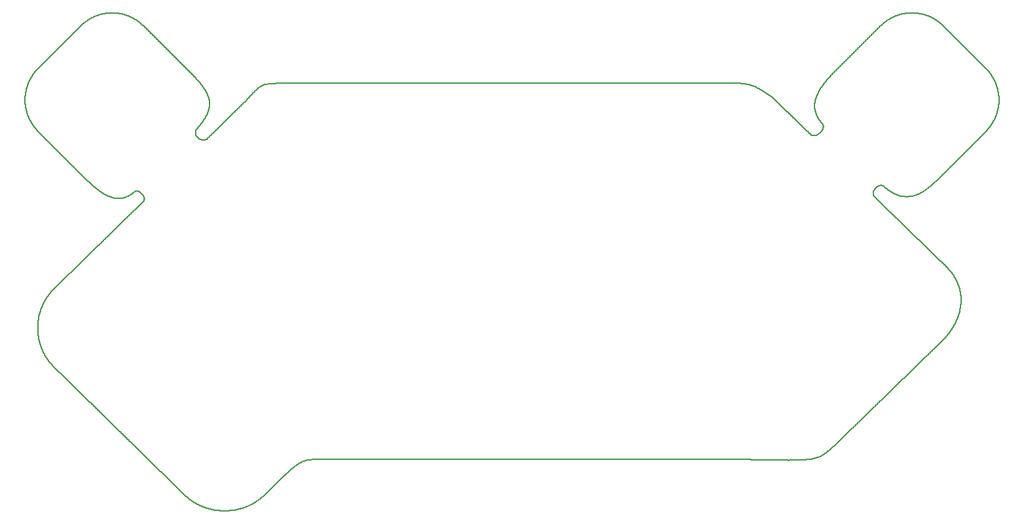
<source format=gm1>
G04 MADE WITH FRITZING*
G04 WWW.FRITZING.ORG*
G04 DOUBLE SIDED*
G04 HOLES PLATED*
G04 CONTOUR ON CENTER OF CONTOUR VECTOR*
%ASAXBY*%
%FSLAX23Y23*%
%MOIN*%
%OFA0B0*%
%SFA1.0B1.0*%
%ADD10C,0.008*%
%LNCONTOUR*%
G90*
G70*
G54D10*
X441Y2556D02*
X442Y2556D01*
X443Y2556D01*
X444Y2556D01*
X445Y2556D01*
X446Y2556D01*
X447Y2556D01*
X448Y2556D01*
X449Y2556D01*
X450Y2556D01*
X451Y2556D01*
X452Y2556D01*
X453Y2556D01*
X454Y2556D01*
X455Y2556D01*
X456Y2556D01*
X457Y2556D01*
X458Y2556D01*
X459Y2556D01*
X460Y2556D01*
X461Y2556D01*
X462Y2556D01*
X463Y2556D01*
X464Y2556D01*
X465Y2556D01*
X466Y2556D01*
X467Y2556D01*
X468Y2556D01*
X469Y2556D01*
X470Y2556D01*
X471Y2556D01*
X472Y2556D01*
X473Y2556D01*
X474Y2556D01*
X475Y2556D01*
X476Y2556D01*
X477Y2556D01*
X478Y2556D01*
X479Y2555D01*
X480Y2555D01*
X481Y2555D01*
X482Y2555D01*
X483Y2555D01*
X484Y2555D01*
X485Y2555D01*
X486Y2555D01*
X487Y2555D01*
X488Y2554D01*
X489Y2554D01*
X490Y2554D01*
X491Y2554D01*
X492Y2554D01*
X493Y2554D01*
X494Y2554D01*
X495Y2553D01*
X496Y2553D01*
X497Y2553D01*
X498Y2553D01*
X499Y2553D01*
X500Y2553D01*
X501Y2552D01*
X502Y2552D01*
X503Y2552D01*
X504Y2552D01*
X505Y2552D01*
X506Y2551D01*
X507Y2551D01*
X508Y2551D01*
X509Y2551D01*
X510Y2551D01*
X511Y2550D01*
X512Y2550D01*
X513Y2550D01*
X514Y2550D01*
X515Y2549D01*
X516Y2549D01*
X517Y2549D01*
X518Y2549D01*
X519Y2548D01*
X520Y2548D01*
X521Y2548D01*
X522Y2548D01*
X523Y2547D01*
X524Y2547D01*
X525Y2547D01*
X526Y2546D01*
X527Y2546D01*
X528Y2546D01*
X529Y2545D01*
X530Y2545D01*
X531Y2545D01*
X532Y2544D01*
X533Y2544D01*
X534Y2544D01*
X535Y2543D01*
X536Y2543D01*
X537Y2543D01*
X538Y2542D01*
X539Y2542D01*
X540Y2542D01*
X541Y2541D01*
X542Y2541D01*
X543Y2540D01*
X544Y2540D01*
X545Y2540D01*
X546Y2539D01*
X547Y2539D01*
X548Y2538D01*
X549Y2538D01*
X550Y2537D01*
X551Y2537D01*
X552Y2537D01*
X553Y2536D01*
X554Y2536D01*
X555Y2535D01*
X556Y2535D01*
X557Y2534D01*
X558Y2534D01*
X559Y2533D01*
X560Y2533D01*
X561Y2532D01*
X562Y2532D01*
X563Y2531D01*
X564Y2531D01*
X565Y2530D01*
X566Y2530D01*
X567Y2529D01*
X568Y2529D01*
X569Y2528D01*
X570Y2528D01*
X571Y2527D01*
X572Y2526D01*
X573Y2526D01*
X574Y2525D01*
X575Y2525D01*
X576Y2524D01*
X577Y2523D01*
X578Y2523D01*
X579Y2522D01*
X580Y2522D01*
X581Y2521D01*
X582Y2520D01*
X583Y2520D01*
X584Y2519D01*
X585Y2518D01*
X586Y2518D01*
X587Y2517D01*
X588Y2516D01*
X589Y2516D01*
X590Y2515D01*
X591Y2514D01*
X592Y2514D01*
X593Y2513D01*
X594Y2512D01*
X595Y2511D01*
X596Y2511D01*
X597Y2510D01*
X598Y2509D01*
X599Y2508D01*
X600Y2507D01*
X601Y2507D01*
X602Y2506D01*
X603Y2505D01*
X604Y2504D01*
X605Y2503D01*
X606Y2503D01*
X607Y2502D01*
X608Y2501D01*
X609Y2500D01*
X610Y2499D01*
X611Y2498D01*
X612Y2497D01*
X613Y2496D01*
X614Y2495D01*
X615Y2494D01*
X616Y2494D01*
X617Y2493D01*
X618Y2492D01*
X619Y2491D01*
X620Y2490D01*
X621Y2489D01*
X622Y2488D01*
X623Y2487D01*
X624Y2486D01*
X625Y2485D01*
X626Y2484D01*
X627Y2483D01*
X628Y2482D01*
X629Y2481D01*
X630Y2480D01*
X631Y2479D01*
X632Y2478D01*
X633Y2477D01*
X634Y2476D01*
X635Y2475D01*
X636Y2474D01*
X637Y2473D01*
X638Y2472D01*
X639Y2471D01*
X640Y2470D01*
X641Y2469D01*
X642Y2468D01*
X643Y2467D01*
X644Y2466D01*
X645Y2465D01*
X646Y2464D01*
X647Y2463D01*
X648Y2462D01*
X649Y2461D01*
X650Y2460D01*
X651Y2459D01*
X652Y2458D01*
X653Y2457D01*
X654Y2456D01*
X655Y2455D01*
X656Y2454D01*
X657Y2453D01*
X658Y2452D01*
X659Y2451D01*
X660Y2450D01*
X661Y2449D01*
X662Y2448D01*
X663Y2447D01*
X664Y2446D01*
X665Y2445D01*
X666Y2444D01*
X667Y2443D01*
X668Y2442D01*
X669Y2441D01*
X670Y2440D01*
X671Y2439D01*
X672Y2438D01*
X673Y2437D01*
X674Y2436D01*
X675Y2435D01*
X676Y2434D01*
X677Y2433D01*
X678Y2432D01*
X679Y2431D01*
X680Y2430D01*
X681Y2429D01*
X682Y2428D01*
X683Y2427D01*
X684Y2426D01*
X685Y2425D01*
X686Y2424D01*
X687Y2423D01*
X688Y2422D01*
X689Y2421D01*
X690Y2420D01*
X691Y2419D01*
X692Y2418D01*
X693Y2417D01*
X694Y2416D01*
X695Y2415D01*
X696Y2414D01*
X697Y2413D01*
X698Y2412D01*
X699Y2411D01*
X700Y2410D01*
X701Y2409D01*
X702Y2408D01*
X703Y2407D01*
X704Y2406D01*
X705Y2405D01*
X706Y2404D01*
X707Y2403D01*
X708Y2402D01*
X709Y2401D01*
X710Y2400D01*
X711Y2399D01*
X712Y2398D01*
X713Y2397D01*
X714Y2396D01*
X715Y2395D01*
X716Y2394D01*
X717Y2393D01*
X718Y2392D01*
X719Y2391D01*
X720Y2390D01*
X721Y2389D01*
X722Y2388D01*
X723Y2387D01*
X724Y2386D01*
X725Y2385D01*
X726Y2384D01*
X727Y2383D01*
X728Y2382D01*
X729Y2381D01*
X730Y2380D01*
X731Y2379D01*
X732Y2378D01*
X733Y2377D01*
X734Y2376D01*
X735Y2375D01*
X736Y2374D01*
X737Y2373D01*
X738Y2372D01*
X739Y2371D01*
X740Y2370D01*
X741Y2369D01*
X742Y2368D01*
X743Y2367D01*
X744Y2366D01*
X745Y2365D01*
X746Y2364D01*
X747Y2363D01*
X748Y2362D01*
X749Y2361D01*
X750Y2360D01*
X751Y2359D01*
X752Y2358D01*
X753Y2357D01*
X754Y2356D01*
X755Y2355D01*
X756Y2354D01*
X757Y2353D01*
X758Y2352D01*
X759Y2351D01*
X760Y2350D01*
X761Y2349D01*
X762Y2348D01*
X763Y2347D01*
X764Y2346D01*
X765Y2345D01*
X766Y2344D01*
X767Y2343D01*
X768Y2342D01*
X769Y2341D01*
X770Y2340D01*
X771Y2339D01*
X772Y2338D01*
X773Y2337D01*
X774Y2336D01*
X775Y2335D01*
X776Y2334D01*
X777Y2333D01*
X778Y2332D01*
X779Y2331D01*
X780Y2330D01*
X781Y2329D01*
X782Y2328D01*
X783Y2327D01*
X784Y2326D01*
X785Y2325D01*
X786Y2324D01*
X787Y2323D01*
X788Y2322D01*
X789Y2321D01*
X790Y2320D01*
X791Y2319D01*
X792Y2318D01*
X793Y2317D01*
X794Y2316D01*
X795Y2315D01*
X796Y2314D01*
X797Y2313D01*
X798Y2312D01*
X799Y2311D01*
X800Y2310D01*
X801Y2309D01*
X802Y2308D01*
X803Y2307D01*
X804Y2306D01*
X805Y2305D01*
X806Y2304D01*
X807Y2303D01*
X808Y2302D01*
X809Y2301D01*
X810Y2300D01*
X811Y2299D01*
X812Y2298D01*
X813Y2297D01*
X814Y2296D01*
X815Y2295D01*
X816Y2294D01*
X817Y2293D01*
X818Y2292D01*
X819Y2291D01*
X820Y2290D01*
X821Y2289D01*
X822Y2288D01*
X823Y2287D01*
X824Y2286D01*
X825Y2285D01*
X826Y2284D01*
X827Y2283D01*
X828Y2282D01*
X829Y2281D01*
X830Y2280D01*
X831Y2279D01*
X832Y2278D01*
X833Y2277D01*
X834Y2276D01*
X835Y2275D01*
X836Y2274D01*
X837Y2273D01*
X838Y2272D01*
X839Y2271D01*
X840Y2270D01*
X841Y2269D01*
X842Y2268D01*
X843Y2267D01*
X844Y2266D01*
X845Y2265D01*
X846Y2264D01*
X847Y2263D01*
X848Y2262D01*
X849Y2261D01*
X850Y2260D01*
X851Y2259D01*
X852Y2258D01*
X853Y2257D01*
X854Y2256D01*
X855Y2255D01*
X856Y2254D01*
X857Y2253D01*
X858Y2252D01*
X859Y2251D01*
X860Y2250D01*
X861Y2249D01*
X862Y2248D01*
X863Y2247D01*
X864Y2246D01*
X865Y2245D01*
X866Y2244D01*
X867Y2243D01*
X868Y2242D01*
X869Y2241D01*
X870Y2240D01*
X871Y2239D01*
X872Y2238D01*
X873Y2237D01*
X874Y2236D01*
X875Y2235D01*
X876Y2234D01*
X877Y2233D01*
X878Y2232D01*
X879Y2231D01*
X880Y2230D01*
X881Y2229D01*
X882Y2228D01*
X883Y2227D01*
X884Y2226D01*
X884Y2225D01*
X885Y2224D01*
X886Y2223D01*
X887Y2222D01*
X888Y2221D01*
X889Y2220D01*
X890Y2219D01*
X891Y2218D01*
X892Y2217D01*
X893Y2216D01*
X894Y2215D01*
X895Y2214D01*
X896Y2213D01*
X896Y2212D01*
X897Y2211D01*
X898Y2210D01*
X899Y2209D01*
X900Y2208D01*
X901Y2207D01*
X902Y2206D01*
X903Y2205D01*
X903Y2204D01*
X904Y2203D01*
X905Y2202D01*
X906Y2201D01*
X907Y2200D01*
X908Y2199D01*
X909Y2198D01*
X909Y2197D01*
X910Y2196D01*
X911Y2195D01*
X912Y2194D01*
X913Y2193D01*
X913Y2192D01*
X914Y2191D01*
X915Y2190D01*
X916Y2189D01*
X917Y2188D01*
X917Y2187D01*
X918Y2186D01*
X919Y2185D01*
X920Y2184D01*
X920Y2183D01*
X921Y2182D01*
X922Y2181D01*
X922Y2180D01*
X923Y2179D01*
X924Y2178D01*
X925Y2177D01*
X925Y2176D01*
X926Y2175D01*
X927Y2174D01*
X927Y2173D01*
X928Y2172D01*
X929Y2171D01*
X929Y2170D01*
X930Y2169D01*
X931Y2168D01*
X931Y2167D01*
X932Y2166D01*
X933Y2165D01*
X933Y2164D01*
X934Y2163D01*
X934Y2162D01*
X935Y2161D01*
X936Y2160D01*
X936Y2159D01*
X937Y2158D01*
X937Y2157D01*
X938Y2156D01*
X938Y2155D01*
X939Y2154D01*
X939Y2153D01*
X940Y2152D01*
X941Y2151D01*
X941Y2150D01*
X942Y2149D01*
X942Y2148D01*
X943Y2147D01*
X943Y2145D01*
X944Y2144D01*
X944Y2143D01*
X945Y2142D01*
X945Y2141D01*
X946Y2140D01*
X946Y2139D01*
X947Y2138D01*
X947Y2136D01*
X948Y2135D01*
X948Y2133D01*
X949Y2132D01*
X949Y2130D01*
X950Y2129D01*
X950Y2127D01*
X951Y2126D01*
X951Y2124D01*
X952Y2123D01*
X952Y2120D01*
X953Y2119D01*
X953Y2116D01*
X954Y2115D01*
X954Y2109D01*
X955Y2108D01*
X955Y2098D01*
X956Y2097D01*
X956Y2091D01*
X955Y2090D01*
X955Y2080D01*
X954Y2079D01*
X954Y2074D01*
X953Y2073D01*
X953Y2069D01*
X952Y2068D01*
X952Y2065D01*
X951Y2064D01*
X951Y2061D01*
X950Y2060D01*
X950Y2058D01*
X949Y2057D01*
X949Y2055D01*
X948Y2054D01*
X948Y2053D01*
X947Y2052D01*
X947Y2050D01*
X946Y2049D01*
X946Y2047D01*
X945Y2046D01*
X945Y2045D01*
X944Y2044D01*
X944Y2043D01*
X943Y2042D01*
X943Y2041D01*
X942Y2040D01*
X942Y2039D01*
X941Y2038D01*
X941Y2036D01*
X940Y2035D01*
X940Y2034D01*
X939Y2033D01*
X939Y2032D01*
X938Y2031D01*
X937Y2030D01*
X937Y2029D01*
X936Y2028D01*
X936Y2027D01*
X935Y2026D01*
X935Y2025D01*
X934Y2024D01*
X934Y2023D01*
X933Y2022D01*
X932Y2021D01*
X932Y2020D01*
X931Y2019D01*
X930Y2018D01*
X930Y2017D01*
X929Y2016D01*
X929Y2015D01*
X928Y2014D01*
X927Y2013D01*
X927Y2012D01*
X926Y2011D01*
X925Y2010D01*
X925Y2009D01*
X924Y2008D01*
X923Y2007D01*
X923Y2006D01*
X922Y2005D01*
X921Y2004D01*
X921Y2003D01*
X920Y2002D01*
X919Y2001D01*
X918Y2000D01*
X918Y1999D01*
X917Y1998D01*
X916Y1997D01*
X915Y1996D01*
X915Y1995D01*
X914Y1994D01*
X913Y1993D01*
X912Y1992D01*
X912Y1991D01*
X911Y1990D01*
X910Y1989D01*
X909Y1988D01*
X909Y1987D01*
X908Y1986D01*
X907Y1985D01*
X906Y1984D01*
X905Y1983D01*
X905Y1982D01*
X904Y1981D01*
X903Y1980D01*
X902Y1979D01*
X901Y1978D01*
X900Y1977D01*
X900Y1976D01*
X899Y1975D01*
X898Y1974D01*
X897Y1973D01*
X896Y1972D01*
X895Y1971D01*
X895Y1970D01*
X894Y1969D01*
X893Y1968D01*
X892Y1967D01*
X891Y1966D01*
X890Y1965D01*
X889Y1964D01*
X889Y1963D01*
X888Y1962D01*
X888Y1961D01*
X887Y1960D01*
X887Y1959D01*
X886Y1958D01*
X886Y1956D01*
X885Y1955D01*
X885Y1952D01*
X884Y1951D01*
X884Y1942D01*
X885Y1941D01*
X885Y1937D01*
X886Y1936D01*
X886Y1935D01*
X887Y1934D01*
X887Y1932D01*
X888Y1931D01*
X889Y1930D01*
X889Y1929D01*
X890Y1928D01*
X891Y1927D01*
X891Y1926D01*
X892Y1925D01*
X893Y1924D01*
X894Y1923D01*
X895Y1922D01*
X896Y1921D01*
X897Y1920D01*
X898Y1919D01*
X899Y1918D01*
X900Y1917D01*
X901Y1916D01*
X902Y1916D01*
X903Y1915D01*
X904Y1914D01*
X905Y1914D01*
X906Y1913D01*
X907Y1913D01*
X908Y1912D01*
X909Y1911D01*
X910Y1911D01*
X911Y1911D01*
X912Y1910D01*
X913Y1910D01*
X914Y1910D01*
X915Y1909D01*
X916Y1909D01*
X917Y1909D01*
X918Y1909D01*
X919Y1909D01*
X920Y1908D01*
X921Y1908D01*
X922Y1908D01*
X923Y1908D01*
X924Y1908D01*
X925Y1908D01*
X926Y1908D01*
X927Y1908D01*
X928Y1908D01*
X929Y1909D01*
X930Y1909D01*
X931Y1909D01*
X932Y1909D01*
X933Y1910D01*
X934Y1910D01*
X935Y1910D01*
X936Y1911D01*
X937Y1911D01*
X938Y1911D01*
X939Y1912D01*
X940Y1912D01*
X941Y1913D01*
X942Y1914D01*
X943Y1915D01*
X944Y1916D01*
X945Y1917D01*
X946Y1918D01*
X947Y1919D01*
X948Y1920D01*
X949Y1921D01*
X950Y1922D01*
X951Y1923D01*
X952Y1924D01*
X953Y1925D01*
X954Y1926D01*
X955Y1927D01*
X956Y1928D01*
X957Y1929D01*
X958Y1930D01*
X959Y1931D01*
X960Y1932D01*
X961Y1933D01*
X962Y1934D01*
X963Y1935D01*
X964Y1936D01*
X965Y1937D01*
X966Y1938D01*
X967Y1939D01*
X968Y1940D01*
X969Y1941D01*
X970Y1942D01*
X971Y1943D01*
X972Y1944D01*
X973Y1945D01*
X974Y1946D01*
X975Y1947D01*
X976Y1948D01*
X977Y1949D01*
X978Y1949D01*
X979Y1950D01*
X980Y1951D01*
X981Y1952D01*
X982Y1953D01*
X983Y1954D01*
X984Y1955D01*
X985Y1956D01*
X986Y1957D01*
X987Y1958D01*
X988Y1959D01*
X989Y1960D01*
X990Y1961D01*
X991Y1962D01*
X992Y1963D01*
X993Y1964D01*
X994Y1965D01*
X995Y1966D01*
X996Y1967D01*
X997Y1968D01*
X998Y1969D01*
X999Y1970D01*
X1000Y1971D01*
X1001Y1972D01*
X1002Y1973D01*
X1003Y1974D01*
X1004Y1975D01*
X1005Y1976D01*
X1006Y1977D01*
X1007Y1978D01*
X1008Y1979D01*
X1009Y1980D01*
X1010Y1981D01*
X1011Y1982D01*
X1012Y1983D01*
X1013Y1984D01*
X1014Y1985D01*
X1015Y1986D01*
X1016Y1987D01*
X1017Y1988D01*
X1018Y1989D01*
X1019Y1990D01*
X1020Y1991D01*
X1021Y1992D01*
X1022Y1993D01*
X1023Y1994D01*
X1024Y1995D01*
X1025Y1996D01*
X1026Y1997D01*
X1027Y1998D01*
X1028Y1999D01*
X1029Y2000D01*
X1030Y2000D01*
X1031Y2001D01*
X1032Y2002D01*
X1033Y2003D01*
X1034Y2004D01*
X1035Y2005D01*
X1036Y2006D01*
X1037Y2007D01*
X1038Y2008D01*
X1039Y2009D01*
X1040Y2010D01*
X1041Y2011D01*
X1042Y2012D01*
X1043Y2013D01*
X1044Y2014D01*
X1045Y2015D01*
X1046Y2016D01*
X1047Y2017D01*
X1048Y2018D01*
X1049Y2019D01*
X1050Y2020D01*
X1051Y2021D01*
X1052Y2022D01*
X1053Y2023D01*
X1054Y2024D01*
X1055Y2025D01*
X1056Y2026D01*
X1057Y2027D01*
X1058Y2028D01*
X1059Y2029D01*
X1060Y2030D01*
X1061Y2031D01*
X1062Y2032D01*
X1063Y2033D01*
X1064Y2034D01*
X1065Y2035D01*
X1066Y2036D01*
X1067Y2037D01*
X1068Y2038D01*
X1069Y2039D01*
X1070Y2040D01*
X1071Y2041D01*
X1072Y2042D01*
X1073Y2043D01*
X1074Y2044D01*
X1075Y2045D01*
X1076Y2046D01*
X1077Y2047D01*
X1078Y2048D01*
X1079Y2049D01*
X1080Y2050D01*
X1081Y2051D01*
X1082Y2051D01*
X1083Y2052D01*
X1084Y2053D01*
X1085Y2054D01*
X1086Y2055D01*
X1087Y2056D01*
X1088Y2057D01*
X1089Y2058D01*
X1090Y2059D01*
X1091Y2060D01*
X1092Y2061D01*
X1093Y2062D01*
X1094Y2063D01*
X1095Y2064D01*
X1096Y2065D01*
X1097Y2066D01*
X1098Y2067D01*
X1099Y2068D01*
X1100Y2069D01*
X1101Y2070D01*
X1102Y2071D01*
X1103Y2072D01*
X1104Y2073D01*
X1105Y2074D01*
X1106Y2075D01*
X1107Y2076D01*
X1108Y2077D01*
X1109Y2078D01*
X1110Y2079D01*
X1111Y2080D01*
X1112Y2081D01*
X1113Y2082D01*
X1114Y2083D01*
X1115Y2084D01*
X1116Y2085D01*
X1117Y2086D01*
X1118Y2087D01*
X1119Y2088D01*
X1120Y2089D01*
X1121Y2090D01*
X1122Y2091D01*
X1123Y2092D01*
X1124Y2093D01*
X1125Y2094D01*
X1126Y2095D01*
X1127Y2096D01*
X1128Y2097D01*
X1129Y2098D01*
X1130Y2099D01*
X1131Y2100D01*
X1132Y2101D01*
X1133Y2102D01*
X1134Y2102D01*
X1135Y2103D01*
X1136Y2104D01*
X1137Y2105D01*
X1138Y2106D01*
X1139Y2107D01*
X1140Y2108D01*
X1141Y2109D01*
X1142Y2110D01*
X1143Y2111D01*
X1144Y2112D01*
X1145Y2113D01*
X1146Y2114D01*
X1147Y2115D01*
X1147Y2116D01*
X1148Y2117D01*
X1149Y2118D01*
X1150Y2119D01*
X1151Y2120D01*
X1152Y2121D01*
X1153Y2122D01*
X1154Y2123D01*
X1155Y2124D01*
X1156Y2125D01*
X1156Y2126D01*
X1157Y2127D01*
X1158Y2128D01*
X1159Y2129D01*
X1160Y2130D01*
X1161Y2131D01*
X1162Y2132D01*
X1163Y2133D01*
X1164Y2134D01*
X1164Y2135D01*
X1165Y2136D01*
X1166Y2137D01*
X1167Y2138D01*
X1168Y2139D01*
X1169Y2140D01*
X1170Y2141D01*
X1171Y2142D01*
X1172Y2143D01*
X1173Y2144D01*
X1174Y2145D01*
X1174Y2146D01*
X1175Y2147D01*
X1176Y2148D01*
X1177Y2149D01*
X1178Y2150D01*
X1179Y2151D01*
X1180Y2152D01*
X1181Y2153D01*
X1182Y2154D01*
X1183Y2155D01*
X1184Y2156D01*
X1185Y2157D01*
X1186Y2158D01*
X1187Y2159D01*
X1188Y2160D01*
X1189Y2161D01*
X1190Y2162D01*
X1191Y2163D01*
X1192Y2164D01*
X1193Y2165D01*
X1194Y2166D01*
X1195Y2167D01*
X1196Y2168D01*
X1197Y2168D01*
X1198Y2169D01*
X1199Y2170D01*
X1200Y2171D01*
X1201Y2172D01*
X1202Y2173D01*
X1203Y2173D01*
X1204Y2174D01*
X1205Y2175D01*
X1206Y2176D01*
X1207Y2176D01*
X1208Y2177D01*
X1209Y2178D01*
X1210Y2178D01*
X1211Y2179D01*
X1212Y2180D01*
X1213Y2180D01*
X1214Y2181D01*
X1215Y2182D01*
X1216Y2182D01*
X1217Y2183D01*
X1218Y2183D01*
X1219Y2184D01*
X1220Y2184D01*
X1221Y2185D01*
X1222Y2185D01*
X1223Y2186D01*
X1224Y2186D01*
X1225Y2187D01*
X1226Y2187D01*
X1227Y2187D01*
X1228Y2188D01*
X1229Y2188D01*
X1230Y2189D01*
X1231Y2189D01*
X1232Y2189D01*
X1233Y2190D01*
X1234Y2190D01*
X1235Y2190D01*
X1236Y2190D01*
X1237Y2191D01*
X1238Y2191D01*
X1239Y2191D01*
X1240Y2191D01*
X1241Y2192D01*
X1242Y2192D01*
X1243Y2192D01*
X1244Y2192D01*
X1245Y2192D01*
X1246Y2193D01*
X1247Y2193D01*
X1248Y2193D01*
X1249Y2193D01*
X1250Y2193D01*
X1251Y2194D01*
X1252Y2194D01*
X1253Y2194D01*
X1254Y2194D01*
X1255Y2194D01*
X1256Y2194D01*
X1257Y2194D01*
X1258Y2194D01*
X1259Y2194D01*
X1260Y2195D01*
X1261Y2195D01*
X1262Y2195D01*
X1263Y2195D01*
X1264Y2195D01*
X1265Y2195D01*
X1266Y2195D01*
X1267Y2195D01*
X1268Y2195D01*
X1269Y2195D01*
X1270Y2195D01*
X1271Y2196D01*
X1272Y2196D01*
X1273Y2196D01*
X1274Y2196D01*
X1275Y2196D01*
X1276Y2196D01*
X1277Y2196D01*
X1278Y2196D01*
X1279Y2196D01*
X1280Y2196D01*
X1281Y2196D01*
X1282Y2196D01*
X1283Y2196D01*
X1284Y2196D01*
X1285Y2196D01*
X1286Y2196D01*
X1287Y2196D01*
X1288Y2196D01*
X1289Y2196D01*
X1290Y2196D01*
X1291Y2196D01*
X1292Y2197D01*
X1293Y2197D01*
X1294Y2197D01*
X1295Y2197D01*
X1296Y2197D01*
X1297Y2197D01*
X1298Y2197D01*
X1299Y2197D01*
X1300Y2197D01*
X1301Y2197D01*
X1302Y2197D01*
X1303Y2197D01*
X1304Y2197D01*
X1305Y2197D01*
X1306Y2197D01*
X1307Y2197D01*
X1308Y2197D01*
X1309Y2197D01*
X1310Y2197D01*
X1311Y2197D01*
X1312Y2197D01*
X1313Y2197D01*
X1314Y2197D01*
X1315Y2197D01*
X1316Y2197D01*
X1317Y2197D01*
X1318Y2197D01*
X1319Y2197D01*
X1320Y2197D01*
X1321Y2197D01*
X1322Y2197D01*
X1323Y2197D01*
X1324Y2197D01*
X1325Y2197D01*
X1326Y2197D01*
X1327Y2197D01*
X1328Y2197D01*
X1329Y2197D01*
X1330Y2197D01*
X1331Y2197D01*
X1332Y2197D01*
X1333Y2197D01*
X1334Y2197D01*
X1335Y2197D01*
X1336Y2197D01*
X1337Y2197D01*
X1338Y2197D01*
X1339Y2197D01*
X1340Y2197D01*
X1341Y2197D01*
X1342Y2197D01*
X1343Y2197D01*
X1344Y2197D01*
X1345Y2197D01*
X1346Y2197D01*
X1347Y2197D01*
X1348Y2197D01*
X1349Y2197D01*
X1350Y2197D01*
X1351Y2197D01*
X1352Y2197D01*
X1353Y2197D01*
X1354Y2197D01*
X1355Y2197D01*
X1356Y2197D01*
X1357Y2197D01*
X1358Y2197D01*
X1359Y2197D01*
X1360Y2197D01*
X1361Y2197D01*
X1362Y2197D01*
X1363Y2197D01*
X1364Y2197D01*
X1365Y2197D01*
X1366Y2197D01*
X1367Y2197D01*
X1368Y2197D01*
X1369Y2197D01*
X1370Y2197D01*
X1371Y2197D01*
X1372Y2197D01*
X1373Y2197D01*
X1374Y2197D01*
X1375Y2197D01*
X1376Y2197D01*
X1377Y2197D01*
X1378Y2197D01*
X1379Y2197D01*
X1380Y2197D01*
X1381Y2197D01*
X1382Y2197D01*
X1383Y2197D01*
X1384Y2197D01*
X1385Y2197D01*
X1386Y2197D01*
X1387Y2197D01*
X1388Y2197D01*
X1389Y2197D01*
X1390Y2197D01*
X1391Y2197D01*
X1392Y2197D01*
X1393Y2197D01*
X1394Y2197D01*
X1395Y2197D01*
X1396Y2197D01*
X1397Y2197D01*
X1398Y2197D01*
X1399Y2197D01*
X1400Y2197D01*
X1401Y2197D01*
X1402Y2197D01*
X1403Y2197D01*
X1404Y2197D01*
X1405Y2197D01*
X1406Y2197D01*
X1407Y2197D01*
X1408Y2197D01*
X1409Y2197D01*
X1410Y2197D01*
X1411Y2197D01*
X1412Y2197D01*
X1413Y2197D01*
X1414Y2197D01*
X1415Y2197D01*
X1416Y2197D01*
X1417Y2197D01*
X1418Y2197D01*
X1419Y2197D01*
X1420Y2197D01*
X1421Y2197D01*
X1422Y2197D01*
X1423Y2197D01*
X1424Y2197D01*
X1425Y2197D01*
X1426Y2197D01*
X1427Y2197D01*
X1428Y2197D01*
X1429Y2197D01*
X1430Y2197D01*
X1431Y2197D01*
X1432Y2197D01*
X1433Y2197D01*
X1434Y2197D01*
X1435Y2197D01*
X1436Y2197D01*
X1437Y2197D01*
X1438Y2197D01*
X1439Y2197D01*
X1440Y2197D01*
X1441Y2197D01*
X1442Y2197D01*
X1443Y2197D01*
X1444Y2197D01*
X1445Y2197D01*
X1446Y2197D01*
X1447Y2197D01*
X1448Y2197D01*
X1449Y2197D01*
X1450Y2197D01*
X1451Y2197D01*
X1452Y2197D01*
X1453Y2197D01*
X1454Y2197D01*
X1455Y2197D01*
X1456Y2197D01*
X1457Y2197D01*
X1458Y2197D01*
X1459Y2197D01*
X1460Y2197D01*
X1461Y2197D01*
X1462Y2197D01*
X1463Y2197D01*
X1464Y2197D01*
X1465Y2197D01*
X1466Y2197D01*
X1467Y2197D01*
X1468Y2197D01*
X1469Y2197D01*
X1470Y2197D01*
X1471Y2197D01*
X1472Y2197D01*
X1473Y2197D01*
X1474Y2197D01*
X1475Y2197D01*
X1476Y2197D01*
X1477Y2197D01*
X1478Y2197D01*
X1479Y2197D01*
X1480Y2197D01*
X1481Y2197D01*
X1482Y2197D01*
X1483Y2197D01*
X1484Y2197D01*
X1485Y2197D01*
X1486Y2197D01*
X1487Y2197D01*
X1488Y2197D01*
X1489Y2197D01*
X1490Y2197D01*
X1491Y2197D01*
X1492Y2197D01*
X1493Y2197D01*
X1494Y2197D01*
X1495Y2197D01*
X1496Y2197D01*
X1497Y2197D01*
X1498Y2197D01*
X1499Y2197D01*
X1500Y2197D01*
X1501Y2197D01*
X1502Y2197D01*
X1503Y2197D01*
X1504Y2197D01*
X1505Y2197D01*
X1506Y2197D01*
X1507Y2197D01*
X1508Y2197D01*
X1509Y2197D01*
X1510Y2197D01*
X1511Y2197D01*
X1512Y2197D01*
X1513Y2197D01*
X1514Y2197D01*
X1515Y2197D01*
X1516Y2197D01*
X1517Y2197D01*
X1518Y2197D01*
X1519Y2197D01*
X1520Y2197D01*
X1521Y2197D01*
X1522Y2197D01*
X1523Y2197D01*
X1524Y2197D01*
X1525Y2197D01*
X1526Y2197D01*
X1527Y2197D01*
X1528Y2197D01*
X1529Y2197D01*
X1530Y2197D01*
X1531Y2197D01*
X1532Y2197D01*
X1533Y2197D01*
X1534Y2197D01*
X1535Y2197D01*
X1536Y2197D01*
X1537Y2197D01*
X1538Y2197D01*
X1539Y2197D01*
X1540Y2197D01*
X1541Y2197D01*
X1542Y2197D01*
X1543Y2197D01*
X1544Y2197D01*
X1545Y2197D01*
X1546Y2197D01*
X1547Y2197D01*
X1548Y2197D01*
X1549Y2197D01*
X1550Y2197D01*
X1551Y2197D01*
X1552Y2197D01*
X1553Y2197D01*
X1554Y2197D01*
X1555Y2197D01*
X1556Y2197D01*
X1557Y2197D01*
X1558Y2197D01*
X1559Y2197D01*
X1560Y2197D01*
X1561Y2197D01*
X1562Y2197D01*
X1563Y2197D01*
X1564Y2197D01*
X1565Y2197D01*
X1566Y2197D01*
X1567Y2197D01*
X1568Y2197D01*
X1569Y2197D01*
X1570Y2197D01*
X1571Y2197D01*
X1572Y2197D01*
X1573Y2197D01*
X1574Y2197D01*
X1575Y2197D01*
X1576Y2197D01*
X1577Y2197D01*
X1578Y2197D01*
X1579Y2197D01*
X1580Y2197D01*
X1581Y2197D01*
X1582Y2197D01*
X1583Y2197D01*
X1584Y2197D01*
X1585Y2197D01*
X1586Y2197D01*
X1587Y2197D01*
X1588Y2197D01*
X1589Y2197D01*
X1590Y2197D01*
X1591Y2197D01*
X1592Y2197D01*
X1593Y2197D01*
X1594Y2197D01*
X1595Y2197D01*
X1596Y2197D01*
X1597Y2197D01*
X1598Y2197D01*
X1599Y2197D01*
X1600Y2197D01*
X1601Y2197D01*
X1602Y2197D01*
X1603Y2197D01*
X1604Y2197D01*
X1605Y2197D01*
X1606Y2197D01*
X1607Y2197D01*
X1608Y2197D01*
X1609Y2197D01*
X1610Y2197D01*
X1611Y2197D01*
X1612Y2197D01*
X1613Y2197D01*
X1614Y2197D01*
X1615Y2197D01*
X1616Y2197D01*
X1617Y2197D01*
X1618Y2197D01*
X1619Y2197D01*
X1620Y2197D01*
X1621Y2197D01*
X1622Y2197D01*
X1623Y2197D01*
X1624Y2197D01*
X1625Y2197D01*
X1626Y2197D01*
X1627Y2197D01*
X1628Y2197D01*
X1629Y2197D01*
X1630Y2197D01*
X1631Y2197D01*
X1632Y2197D01*
X1633Y2197D01*
X1634Y2197D01*
X1635Y2197D01*
X1636Y2197D01*
X1637Y2197D01*
X1638Y2197D01*
X1639Y2197D01*
X1640Y2197D01*
X1641Y2197D01*
X1642Y2197D01*
X1643Y2197D01*
X1644Y2197D01*
X1645Y2197D01*
X1646Y2197D01*
X1647Y2197D01*
X1648Y2197D01*
X1649Y2197D01*
X1650Y2197D01*
X1651Y2197D01*
X1652Y2197D01*
X1653Y2197D01*
X1654Y2197D01*
X1655Y2197D01*
X1656Y2197D01*
X1657Y2197D01*
X1658Y2197D01*
X1659Y2197D01*
X1660Y2197D01*
X1661Y2197D01*
X1662Y2197D01*
X1663Y2197D01*
X1664Y2197D01*
X1665Y2197D01*
X1666Y2197D01*
X1667Y2197D01*
X1668Y2197D01*
X1669Y2197D01*
X1670Y2197D01*
X1671Y2197D01*
X1672Y2197D01*
X1673Y2197D01*
X1674Y2197D01*
X1675Y2197D01*
X1676Y2197D01*
X1677Y2197D01*
X1678Y2197D01*
X1679Y2197D01*
X1680Y2197D01*
X1681Y2197D01*
X1682Y2197D01*
X1683Y2197D01*
X1684Y2197D01*
X1685Y2197D01*
X1686Y2197D01*
X1687Y2197D01*
X1688Y2197D01*
X1689Y2197D01*
X1690Y2197D01*
X1691Y2197D01*
X1692Y2197D01*
X1693Y2197D01*
X1694Y2197D01*
X1695Y2197D01*
X1696Y2197D01*
X1697Y2197D01*
X1698Y2197D01*
X1699Y2197D01*
X1700Y2197D01*
X1701Y2197D01*
X1702Y2197D01*
X1703Y2197D01*
X1704Y2197D01*
X1705Y2197D01*
X1706Y2197D01*
X1707Y2197D01*
X1708Y2197D01*
X1709Y2197D01*
X1710Y2197D01*
X1711Y2197D01*
X1712Y2197D01*
X1713Y2197D01*
X1714Y2197D01*
X1715Y2197D01*
X1716Y2197D01*
X1717Y2197D01*
X1718Y2197D01*
X1719Y2197D01*
X1720Y2197D01*
X1721Y2197D01*
X1722Y2197D01*
X1723Y2197D01*
X1724Y2197D01*
X1725Y2197D01*
X1726Y2197D01*
X1727Y2197D01*
X1728Y2197D01*
X1729Y2197D01*
X1730Y2197D01*
X1731Y2197D01*
X1732Y2197D01*
X1733Y2197D01*
X1734Y2197D01*
X1735Y2197D01*
X1736Y2197D01*
X1737Y2197D01*
X1738Y2197D01*
X1739Y2197D01*
X1740Y2197D01*
X1741Y2197D01*
X1742Y2197D01*
X1743Y2197D01*
X1744Y2197D01*
X1745Y2197D01*
X1746Y2197D01*
X1747Y2197D01*
X1748Y2197D01*
X1749Y2197D01*
X1750Y2197D01*
X1751Y2197D01*
X1752Y2197D01*
X1753Y2197D01*
X1754Y2197D01*
X1755Y2197D01*
X1756Y2197D01*
X1757Y2197D01*
X1758Y2197D01*
X1759Y2197D01*
X1760Y2197D01*
X1761Y2197D01*
X1762Y2197D01*
X1763Y2197D01*
X1764Y2197D01*
X1765Y2197D01*
X1766Y2197D01*
X1767Y2197D01*
X1768Y2197D01*
X1769Y2197D01*
X1770Y2197D01*
X1771Y2197D01*
X1772Y2197D01*
X1773Y2197D01*
X1774Y2197D01*
X1775Y2197D01*
X1776Y2197D01*
X1777Y2197D01*
X1778Y2197D01*
X1779Y2197D01*
X1780Y2197D01*
X1781Y2197D01*
X1782Y2197D01*
X1783Y2197D01*
X1784Y2197D01*
X1785Y2197D01*
X1786Y2197D01*
X1787Y2197D01*
X1788Y2197D01*
X1789Y2197D01*
X1790Y2197D01*
X1791Y2197D01*
X1792Y2197D01*
X1793Y2197D01*
X1794Y2197D01*
X1795Y2197D01*
X1796Y2197D01*
X1797Y2197D01*
X1798Y2197D01*
X1799Y2197D01*
X1800Y2197D01*
X1801Y2197D01*
X1802Y2197D01*
X1803Y2197D01*
X1804Y2197D01*
X1805Y2197D01*
X1806Y2197D01*
X1807Y2197D01*
X1808Y2197D01*
X1809Y2197D01*
X1810Y2197D01*
X1811Y2197D01*
X1812Y2197D01*
X1813Y2197D01*
X1814Y2197D01*
X1815Y2197D01*
X1816Y2197D01*
X1817Y2197D01*
X1818Y2197D01*
X1819Y2197D01*
X1820Y2197D01*
X1821Y2197D01*
X1822Y2197D01*
X1823Y2197D01*
X1824Y2197D01*
X1825Y2197D01*
X1826Y2197D01*
X1827Y2197D01*
X1828Y2197D01*
X1829Y2197D01*
X1830Y2197D01*
X1831Y2197D01*
X1832Y2197D01*
X1833Y2197D01*
X1834Y2197D01*
X1835Y2197D01*
X1836Y2197D01*
X1837Y2197D01*
X1838Y2197D01*
X1839Y2197D01*
X1840Y2197D01*
X1841Y2197D01*
X1842Y2197D01*
X1843Y2197D01*
X1844Y2197D01*
X1845Y2197D01*
X1846Y2197D01*
X1847Y2197D01*
X1848Y2197D01*
X1849Y2197D01*
X1850Y2197D01*
X1851Y2197D01*
X1852Y2197D01*
X1853Y2197D01*
X1854Y2197D01*
X1855Y2197D01*
X1856Y2197D01*
X1857Y2197D01*
X1858Y2197D01*
X1859Y2197D01*
X1860Y2197D01*
X1861Y2197D01*
X1862Y2197D01*
X1863Y2197D01*
X1864Y2197D01*
X1865Y2197D01*
X1866Y2197D01*
X1867Y2197D01*
X1868Y2197D01*
X1869Y2197D01*
X1870Y2197D01*
X1871Y2197D01*
X1872Y2197D01*
X1873Y2197D01*
X1874Y2197D01*
X1875Y2197D01*
X1876Y2197D01*
X1877Y2197D01*
X1878Y2197D01*
X1879Y2197D01*
X1880Y2197D01*
X1881Y2197D01*
X1882Y2197D01*
X1883Y2197D01*
X1884Y2197D01*
X1885Y2197D01*
X1886Y2197D01*
X1887Y2197D01*
X1888Y2197D01*
X1889Y2197D01*
X1890Y2197D01*
X1891Y2197D01*
X1892Y2197D01*
X1893Y2197D01*
X1894Y2197D01*
X1895Y2197D01*
X1896Y2197D01*
X1897Y2197D01*
X1898Y2197D01*
X1899Y2197D01*
X1900Y2197D01*
X1901Y2197D01*
X1902Y2197D01*
X1903Y2197D01*
X1904Y2197D01*
X1905Y2197D01*
X1906Y2197D01*
X1907Y2197D01*
X1908Y2197D01*
X1909Y2197D01*
X1910Y2197D01*
X1911Y2197D01*
X1912Y2197D01*
X1913Y2197D01*
X1914Y2197D01*
X1915Y2197D01*
X1916Y2197D01*
X1917Y2197D01*
X1918Y2197D01*
X1919Y2197D01*
X1920Y2197D01*
X1921Y2197D01*
X1922Y2197D01*
X1923Y2197D01*
X1924Y2197D01*
X1925Y2197D01*
X1926Y2197D01*
X1927Y2197D01*
X1928Y2197D01*
X1929Y2197D01*
X1930Y2197D01*
X1931Y2197D01*
X1932Y2197D01*
X1933Y2197D01*
X1934Y2197D01*
X1935Y2197D01*
X1936Y2197D01*
X1937Y2197D01*
X1938Y2197D01*
X1939Y2197D01*
X1940Y2197D01*
X1941Y2197D01*
X1942Y2197D01*
X1943Y2197D01*
X1944Y2197D01*
X1945Y2197D01*
X1946Y2197D01*
X1947Y2197D01*
X1948Y2197D01*
X1949Y2197D01*
X1950Y2197D01*
X1951Y2197D01*
X1952Y2197D01*
X1953Y2197D01*
X1954Y2197D01*
X1955Y2197D01*
X1956Y2197D01*
X1957Y2197D01*
X1958Y2197D01*
X1959Y2197D01*
X1960Y2197D01*
X1961Y2197D01*
X1962Y2197D01*
X1963Y2197D01*
X1964Y2197D01*
X1965Y2197D01*
X1966Y2197D01*
X1967Y2197D01*
X1968Y2197D01*
X1969Y2197D01*
X1970Y2197D01*
X1971Y2197D01*
X1972Y2197D01*
X1973Y2197D01*
X1974Y2197D01*
X1975Y2197D01*
X1976Y2197D01*
X1977Y2197D01*
X1978Y2197D01*
X1979Y2197D01*
X1980Y2197D01*
X1981Y2197D01*
X1982Y2197D01*
X1983Y2197D01*
X1984Y2197D01*
X1985Y2197D01*
X1986Y2197D01*
X1987Y2197D01*
X1988Y2197D01*
X1989Y2197D01*
X1990Y2197D01*
X1991Y2197D01*
X1992Y2197D01*
X1993Y2197D01*
X1994Y2197D01*
X1995Y2197D01*
X1996Y2197D01*
X1997Y2197D01*
X1998Y2197D01*
X1999Y2197D01*
X2000Y2197D01*
X2001Y2197D01*
X2002Y2197D01*
X2003Y2197D01*
X2004Y2197D01*
X2005Y2197D01*
X2006Y2197D01*
X2007Y2197D01*
X2008Y2197D01*
X2009Y2197D01*
X2010Y2197D01*
X2011Y2197D01*
X2012Y2197D01*
X2013Y2197D01*
X2014Y2197D01*
X2015Y2197D01*
X2016Y2197D01*
X2017Y2197D01*
X2018Y2197D01*
X2019Y2197D01*
X2020Y2197D01*
X2021Y2197D01*
X2022Y2197D01*
X2023Y2197D01*
X2024Y2197D01*
X2025Y2197D01*
X2026Y2197D01*
X2027Y2197D01*
X2028Y2197D01*
X2029Y2197D01*
X2030Y2197D01*
X2031Y2197D01*
X2032Y2197D01*
X2033Y2197D01*
X2034Y2197D01*
X2035Y2197D01*
X2036Y2197D01*
X2037Y2197D01*
X2038Y2197D01*
X2039Y2197D01*
X2040Y2197D01*
X2041Y2197D01*
X2042Y2197D01*
X2043Y2197D01*
X2044Y2197D01*
X2045Y2197D01*
X2046Y2197D01*
X2047Y2197D01*
X2048Y2197D01*
X2049Y2197D01*
X2050Y2197D01*
X2051Y2197D01*
X2052Y2197D01*
X2053Y2197D01*
X2054Y2197D01*
X2055Y2197D01*
X2056Y2197D01*
X2057Y2197D01*
X2058Y2197D01*
X2059Y2197D01*
X2060Y2197D01*
X2061Y2197D01*
X2062Y2197D01*
X2063Y2197D01*
X2064Y2197D01*
X2065Y2197D01*
X2066Y2197D01*
X2067Y2197D01*
X2068Y2197D01*
X2069Y2197D01*
X2070Y2197D01*
X2071Y2197D01*
X2072Y2197D01*
X2073Y2197D01*
X2074Y2197D01*
X2075Y2197D01*
X2076Y2197D01*
X2077Y2197D01*
X2078Y2197D01*
X2079Y2197D01*
X2080Y2197D01*
X2081Y2197D01*
X2082Y2197D01*
X2083Y2197D01*
X2084Y2197D01*
X2085Y2197D01*
X2086Y2197D01*
X2087Y2197D01*
X2088Y2197D01*
X2089Y2197D01*
X2090Y2197D01*
X2091Y2197D01*
X2092Y2197D01*
X2093Y2197D01*
X2094Y2197D01*
X2095Y2197D01*
X2096Y2197D01*
X2097Y2197D01*
X2098Y2197D01*
X2099Y2197D01*
X2100Y2197D01*
X2101Y2197D01*
X2102Y2197D01*
X2103Y2197D01*
X2104Y2197D01*
X2105Y2197D01*
X2106Y2197D01*
X2107Y2197D01*
X2108Y2197D01*
X2109Y2197D01*
X2110Y2197D01*
X2111Y2197D01*
X2112Y2197D01*
X2113Y2197D01*
X2114Y2197D01*
X2115Y2197D01*
X2116Y2197D01*
X2117Y2197D01*
X2118Y2197D01*
X2119Y2197D01*
X2120Y2197D01*
X2121Y2197D01*
X2122Y2197D01*
X2123Y2197D01*
X2124Y2197D01*
X2125Y2197D01*
X2126Y2197D01*
X2127Y2197D01*
X2128Y2197D01*
X2129Y2197D01*
X2130Y2197D01*
X2131Y2197D01*
X2132Y2197D01*
X2133Y2197D01*
X2134Y2197D01*
X2135Y2197D01*
X2136Y2197D01*
X2137Y2197D01*
X2138Y2197D01*
X2139Y2197D01*
X2140Y2197D01*
X2141Y2197D01*
X2142Y2197D01*
X2143Y2197D01*
X2144Y2197D01*
X2145Y2197D01*
X2146Y2197D01*
X2147Y2197D01*
X2148Y2197D01*
X2149Y2197D01*
X2150Y2197D01*
X2151Y2197D01*
X2152Y2197D01*
X2153Y2197D01*
X2154Y2197D01*
X2155Y2197D01*
X2156Y2197D01*
X2157Y2197D01*
X2158Y2197D01*
X2159Y2197D01*
X2160Y2197D01*
X2161Y2197D01*
X2162Y2197D01*
X2163Y2197D01*
X2164Y2197D01*
X2165Y2197D01*
X2166Y2197D01*
X2167Y2197D01*
X2168Y2197D01*
X2169Y2197D01*
X2170Y2197D01*
X2171Y2197D01*
X2172Y2197D01*
X2173Y2197D01*
X2174Y2197D01*
X2175Y2197D01*
X2176Y2197D01*
X2177Y2197D01*
X2178Y2197D01*
X2179Y2197D01*
X2180Y2197D01*
X2181Y2197D01*
X2182Y2197D01*
X2183Y2197D01*
X2184Y2197D01*
X2185Y2197D01*
X2186Y2197D01*
X2187Y2197D01*
X2188Y2197D01*
X2189Y2197D01*
X2190Y2197D01*
X2191Y2197D01*
X2192Y2197D01*
X2193Y2197D01*
X2194Y2197D01*
X2195Y2197D01*
X2196Y2197D01*
X2197Y2197D01*
X2198Y2197D01*
X2199Y2197D01*
X2200Y2197D01*
X2201Y2197D01*
X2202Y2197D01*
X2203Y2197D01*
X2204Y2197D01*
X2205Y2197D01*
X2206Y2197D01*
X2207Y2197D01*
X2208Y2197D01*
X2209Y2197D01*
X2210Y2197D01*
X2211Y2197D01*
X2212Y2197D01*
X2213Y2197D01*
X2214Y2197D01*
X2215Y2197D01*
X2216Y2197D01*
X2217Y2197D01*
X2218Y2197D01*
X2219Y2197D01*
X2220Y2197D01*
X2221Y2197D01*
X2222Y2197D01*
X2223Y2197D01*
X2224Y2197D01*
X2225Y2197D01*
X2226Y2197D01*
X2227Y2197D01*
X2228Y2197D01*
X2229Y2197D01*
X2230Y2197D01*
X2231Y2197D01*
X2232Y2197D01*
X2233Y2197D01*
X2234Y2197D01*
X2235Y2197D01*
X2236Y2197D01*
X2237Y2197D01*
X2238Y2197D01*
X2239Y2197D01*
X2240Y2197D01*
X2241Y2197D01*
X2242Y2197D01*
X2243Y2197D01*
X2244Y2197D01*
X2245Y2197D01*
X2246Y2197D01*
X2247Y2197D01*
X2248Y2197D01*
X2249Y2197D01*
X2250Y2197D01*
X2251Y2197D01*
X2252Y2197D01*
X2253Y2197D01*
X2254Y2197D01*
X2255Y2197D01*
X2256Y2197D01*
X2257Y2197D01*
X2258Y2197D01*
X2259Y2197D01*
X2260Y2197D01*
X2261Y2197D01*
X2262Y2197D01*
X2263Y2197D01*
X2264Y2197D01*
X2265Y2197D01*
X2266Y2197D01*
X2267Y2197D01*
X2268Y2197D01*
X2269Y2197D01*
X2270Y2197D01*
X2271Y2197D01*
X2272Y2197D01*
X2273Y2197D01*
X2274Y2197D01*
X2275Y2197D01*
X2276Y2197D01*
X2277Y2197D01*
X2278Y2197D01*
X2279Y2197D01*
X2280Y2197D01*
X2281Y2197D01*
X2282Y2197D01*
X2283Y2197D01*
X2284Y2197D01*
X2285Y2197D01*
X2286Y2197D01*
X2287Y2197D01*
X2288Y2197D01*
X2289Y2197D01*
X2290Y2197D01*
X2291Y2197D01*
X2292Y2197D01*
X2293Y2197D01*
X2294Y2197D01*
X2295Y2197D01*
X2296Y2197D01*
X2297Y2197D01*
X2298Y2197D01*
X2299Y2197D01*
X2300Y2197D01*
X2301Y2197D01*
X2302Y2197D01*
X2303Y2197D01*
X2304Y2197D01*
X2305Y2197D01*
X2306Y2197D01*
X2307Y2197D01*
X2308Y2197D01*
X2309Y2197D01*
X2310Y2197D01*
X2311Y2197D01*
X2312Y2197D01*
X2313Y2197D01*
X2314Y2197D01*
X2315Y2197D01*
X2316Y2197D01*
X2317Y2197D01*
X2318Y2197D01*
X2319Y2197D01*
X2320Y2197D01*
X2321Y2197D01*
X2322Y2197D01*
X2323Y2197D01*
X2324Y2197D01*
X2325Y2197D01*
X2326Y2197D01*
X2327Y2197D01*
X2328Y2197D01*
X2329Y2197D01*
X2330Y2197D01*
X2331Y2197D01*
X2332Y2197D01*
X2333Y2197D01*
X2334Y2197D01*
X2335Y2197D01*
X2336Y2197D01*
X2337Y2197D01*
X2338Y2197D01*
X2339Y2197D01*
X2340Y2197D01*
X2341Y2197D01*
X2342Y2197D01*
X2343Y2197D01*
X2344Y2197D01*
X2345Y2197D01*
X2346Y2197D01*
X2347Y2197D01*
X2348Y2197D01*
X2349Y2197D01*
X2350Y2197D01*
X2351Y2197D01*
X2352Y2197D01*
X2353Y2197D01*
X2354Y2197D01*
X2355Y2197D01*
X2356Y2197D01*
X2357Y2197D01*
X2358Y2197D01*
X2359Y2197D01*
X2360Y2197D01*
X2361Y2197D01*
X2362Y2197D01*
X2363Y2197D01*
X2364Y2197D01*
X2365Y2197D01*
X2366Y2197D01*
X2367Y2197D01*
X2368Y2197D01*
X2369Y2197D01*
X2370Y2197D01*
X2371Y2197D01*
X2372Y2197D01*
X2373Y2197D01*
X2374Y2197D01*
X2375Y2197D01*
X2376Y2197D01*
X2377Y2197D01*
X2378Y2197D01*
X2379Y2197D01*
X2380Y2197D01*
X2381Y2197D01*
X2382Y2197D01*
X2383Y2197D01*
X2384Y2197D01*
X2385Y2197D01*
X2386Y2197D01*
X2387Y2197D01*
X2388Y2197D01*
X2389Y2197D01*
X2390Y2197D01*
X2391Y2197D01*
X2392Y2197D01*
X2393Y2197D01*
X2394Y2197D01*
X2395Y2197D01*
X2396Y2197D01*
X2397Y2197D01*
X2398Y2197D01*
X2399Y2197D01*
X2400Y2197D01*
X2401Y2197D01*
X2402Y2197D01*
X2403Y2197D01*
X2404Y2197D01*
X2405Y2197D01*
X2406Y2197D01*
X2407Y2197D01*
X2408Y2197D01*
X2409Y2197D01*
X2410Y2197D01*
X2411Y2197D01*
X2412Y2197D01*
X2413Y2197D01*
X2414Y2197D01*
X2415Y2197D01*
X2416Y2197D01*
X2417Y2197D01*
X2418Y2197D01*
X2419Y2197D01*
X2420Y2197D01*
X2421Y2197D01*
X2422Y2197D01*
X2423Y2197D01*
X2424Y2197D01*
X2425Y2197D01*
X2426Y2197D01*
X2427Y2197D01*
X2428Y2197D01*
X2429Y2197D01*
X2430Y2197D01*
X2431Y2197D01*
X2432Y2197D01*
X2433Y2197D01*
X2434Y2197D01*
X2435Y2197D01*
X2436Y2197D01*
X2437Y2197D01*
X2438Y2197D01*
X2439Y2197D01*
X2440Y2197D01*
X2441Y2197D01*
X2442Y2197D01*
X2443Y2197D01*
X2444Y2197D01*
X2445Y2197D01*
X2446Y2197D01*
X2447Y2197D01*
X2448Y2197D01*
X2449Y2197D01*
X2450Y2197D01*
X2451Y2197D01*
X2452Y2197D01*
X2453Y2197D01*
X2454Y2197D01*
X2455Y2197D01*
X2456Y2197D01*
X2457Y2197D01*
X2458Y2197D01*
X2459Y2197D01*
X2460Y2197D01*
X2461Y2197D01*
X2462Y2197D01*
X2463Y2197D01*
X2464Y2197D01*
X2465Y2197D01*
X2466Y2197D01*
X2467Y2197D01*
X2468Y2197D01*
X2469Y2197D01*
X2470Y2197D01*
X2471Y2197D01*
X2472Y2197D01*
X2473Y2197D01*
X2474Y2197D01*
X2475Y2197D01*
X2476Y2197D01*
X2477Y2197D01*
X2478Y2197D01*
X2479Y2197D01*
X2480Y2197D01*
X2481Y2197D01*
X2482Y2197D01*
X2483Y2197D01*
X2484Y2197D01*
X2485Y2197D01*
X2486Y2197D01*
X2487Y2197D01*
X2488Y2197D01*
X2489Y2197D01*
X2490Y2197D01*
X2491Y2197D01*
X2492Y2197D01*
X2493Y2197D01*
X2494Y2197D01*
X2495Y2197D01*
X2496Y2197D01*
X2497Y2197D01*
X2498Y2197D01*
X2499Y2197D01*
X2500Y2197D01*
X2501Y2197D01*
X2502Y2197D01*
X2503Y2197D01*
X2504Y2197D01*
X2505Y2197D01*
X2506Y2197D01*
X2507Y2197D01*
X2508Y2197D01*
X2509Y2197D01*
X2510Y2197D01*
X2511Y2197D01*
X2512Y2197D01*
X2513Y2197D01*
X2514Y2197D01*
X2515Y2197D01*
X2516Y2197D01*
X2517Y2197D01*
X2518Y2197D01*
X2519Y2197D01*
X2520Y2197D01*
X2521Y2197D01*
X2522Y2197D01*
X2523Y2197D01*
X2524Y2197D01*
X2525Y2197D01*
X2526Y2197D01*
X2527Y2197D01*
X2528Y2197D01*
X2529Y2197D01*
X2530Y2197D01*
X2531Y2197D01*
X2532Y2197D01*
X2533Y2197D01*
X2534Y2197D01*
X2535Y2197D01*
X2536Y2197D01*
X2537Y2197D01*
X2538Y2197D01*
X2539Y2197D01*
X2540Y2197D01*
X2541Y2197D01*
X2542Y2197D01*
X2543Y2197D01*
X2544Y2197D01*
X2545Y2197D01*
X2546Y2197D01*
X2547Y2197D01*
X2548Y2197D01*
X2549Y2197D01*
X2550Y2197D01*
X2551Y2197D01*
X2552Y2197D01*
X2553Y2197D01*
X2554Y2197D01*
X2555Y2197D01*
X2556Y2197D01*
X2557Y2197D01*
X2558Y2197D01*
X2559Y2197D01*
X2560Y2197D01*
X2561Y2197D01*
X2562Y2197D01*
X2563Y2197D01*
X2564Y2197D01*
X2565Y2197D01*
X2566Y2197D01*
X2567Y2197D01*
X2568Y2197D01*
X2569Y2197D01*
X2570Y2197D01*
X2571Y2197D01*
X2572Y2197D01*
X2573Y2197D01*
X2574Y2197D01*
X2575Y2197D01*
X2576Y2197D01*
X2577Y2197D01*
X2578Y2197D01*
X2579Y2197D01*
X2580Y2197D01*
X2581Y2197D01*
X2582Y2197D01*
X2583Y2197D01*
X2584Y2197D01*
X2585Y2197D01*
X2586Y2197D01*
X2587Y2197D01*
X2588Y2197D01*
X2589Y2197D01*
X2590Y2197D01*
X2591Y2197D01*
X2592Y2197D01*
X2593Y2197D01*
X2594Y2197D01*
X2595Y2197D01*
X2596Y2197D01*
X2597Y2197D01*
X2598Y2197D01*
X2599Y2197D01*
X2600Y2197D01*
X2601Y2197D01*
X2602Y2197D01*
X2603Y2197D01*
X2604Y2197D01*
X2605Y2197D01*
X2606Y2197D01*
X2607Y2197D01*
X2608Y2197D01*
X2609Y2197D01*
X2610Y2197D01*
X2611Y2197D01*
X2612Y2197D01*
X2613Y2197D01*
X2614Y2197D01*
X2615Y2197D01*
X2616Y2197D01*
X2617Y2197D01*
X2618Y2197D01*
X2619Y2197D01*
X2620Y2197D01*
X2621Y2197D01*
X2622Y2197D01*
X2623Y2197D01*
X2624Y2197D01*
X2625Y2197D01*
X2626Y2197D01*
X2627Y2197D01*
X2628Y2197D01*
X2629Y2197D01*
X2630Y2197D01*
X2631Y2197D01*
X2632Y2197D01*
X2633Y2197D01*
X2634Y2197D01*
X2635Y2197D01*
X2636Y2197D01*
X2637Y2197D01*
X2638Y2197D01*
X2639Y2197D01*
X2640Y2197D01*
X2641Y2197D01*
X2642Y2197D01*
X2643Y2197D01*
X2644Y2197D01*
X2645Y2197D01*
X2646Y2197D01*
X2647Y2197D01*
X2648Y2197D01*
X2649Y2197D01*
X2650Y2197D01*
X2651Y2197D01*
X2652Y2197D01*
X2653Y2197D01*
X2654Y2197D01*
X2655Y2197D01*
X2656Y2197D01*
X2657Y2197D01*
X2658Y2197D01*
X2659Y2197D01*
X2660Y2197D01*
X2661Y2197D01*
X2662Y2197D01*
X2663Y2197D01*
X2664Y2197D01*
X2665Y2197D01*
X2666Y2197D01*
X2667Y2197D01*
X2668Y2197D01*
X2669Y2197D01*
X2670Y2197D01*
X2671Y2197D01*
X2672Y2197D01*
X2673Y2197D01*
X2674Y2197D01*
X2675Y2197D01*
X2676Y2197D01*
X2677Y2197D01*
X2678Y2197D01*
X2679Y2197D01*
X2680Y2197D01*
X2681Y2197D01*
X2682Y2197D01*
X2683Y2197D01*
X2684Y2197D01*
X2685Y2197D01*
X2686Y2197D01*
X2687Y2197D01*
X2688Y2197D01*
X2689Y2197D01*
X2690Y2197D01*
X2691Y2197D01*
X2692Y2197D01*
X2693Y2197D01*
X2694Y2197D01*
X2695Y2197D01*
X2696Y2197D01*
X2697Y2197D01*
X2698Y2197D01*
X2699Y2197D01*
X2700Y2197D01*
X2701Y2197D01*
X2702Y2197D01*
X2703Y2197D01*
X2704Y2197D01*
X2705Y2197D01*
X2706Y2197D01*
X2707Y2197D01*
X2708Y2197D01*
X2709Y2197D01*
X2710Y2197D01*
X2711Y2197D01*
X2712Y2197D01*
X2713Y2197D01*
X2714Y2197D01*
X2715Y2197D01*
X2716Y2197D01*
X2717Y2197D01*
X2718Y2197D01*
X2719Y2197D01*
X2720Y2197D01*
X2721Y2197D01*
X2722Y2197D01*
X2723Y2197D01*
X2724Y2197D01*
X2725Y2197D01*
X2726Y2197D01*
X2727Y2197D01*
X2728Y2197D01*
X2729Y2197D01*
X2730Y2197D01*
X2731Y2197D01*
X2732Y2197D01*
X2733Y2197D01*
X2734Y2197D01*
X2735Y2197D01*
X2736Y2197D01*
X2737Y2197D01*
X2738Y2197D01*
X2739Y2197D01*
X2740Y2197D01*
X2741Y2197D01*
X2742Y2197D01*
X2743Y2197D01*
X2744Y2197D01*
X2745Y2197D01*
X2746Y2197D01*
X2747Y2197D01*
X2748Y2197D01*
X2749Y2197D01*
X2750Y2197D01*
X2751Y2197D01*
X2752Y2197D01*
X2753Y2197D01*
X2754Y2197D01*
X2755Y2197D01*
X2756Y2197D01*
X2757Y2197D01*
X2758Y2197D01*
X2759Y2197D01*
X2760Y2197D01*
X2761Y2197D01*
X2762Y2197D01*
X2763Y2197D01*
X2764Y2197D01*
X2765Y2197D01*
X2766Y2197D01*
X2767Y2197D01*
X2768Y2197D01*
X2769Y2197D01*
X2770Y2197D01*
X2771Y2197D01*
X2772Y2197D01*
X2773Y2197D01*
X2774Y2197D01*
X2775Y2197D01*
X2776Y2197D01*
X2777Y2197D01*
X2778Y2197D01*
X2779Y2197D01*
X2780Y2197D01*
X2781Y2197D01*
X2782Y2197D01*
X2783Y2197D01*
X2784Y2197D01*
X2785Y2197D01*
X2786Y2197D01*
X2787Y2197D01*
X2788Y2197D01*
X2789Y2197D01*
X2790Y2197D01*
X2791Y2197D01*
X2792Y2197D01*
X2793Y2197D01*
X2794Y2197D01*
X2795Y2197D01*
X2796Y2197D01*
X2797Y2197D01*
X2798Y2197D01*
X2799Y2197D01*
X2800Y2197D01*
X2801Y2197D01*
X2802Y2197D01*
X2803Y2197D01*
X2804Y2197D01*
X2805Y2197D01*
X2806Y2197D01*
X2807Y2197D01*
X2808Y2197D01*
X2809Y2197D01*
X2810Y2197D01*
X2811Y2197D01*
X2812Y2197D01*
X2813Y2197D01*
X2814Y2197D01*
X2815Y2197D01*
X2816Y2197D01*
X2817Y2197D01*
X2818Y2197D01*
X2819Y2197D01*
X2820Y2197D01*
X2821Y2197D01*
X2822Y2197D01*
X2823Y2197D01*
X2824Y2197D01*
X2825Y2197D01*
X2826Y2197D01*
X2827Y2197D01*
X2828Y2197D01*
X2829Y2197D01*
X2830Y2197D01*
X2831Y2197D01*
X2832Y2197D01*
X2833Y2197D01*
X2834Y2197D01*
X2835Y2197D01*
X2836Y2197D01*
X2837Y2197D01*
X2838Y2197D01*
X2839Y2197D01*
X2840Y2197D01*
X2841Y2197D01*
X2842Y2197D01*
X2843Y2197D01*
X2844Y2197D01*
X2845Y2197D01*
X2846Y2197D01*
X2847Y2197D01*
X2848Y2197D01*
X2849Y2197D01*
X2850Y2197D01*
X2851Y2197D01*
X2852Y2197D01*
X2853Y2197D01*
X2854Y2197D01*
X2855Y2197D01*
X2856Y2197D01*
X2857Y2197D01*
X2858Y2197D01*
X2859Y2197D01*
X2860Y2197D01*
X2861Y2197D01*
X2862Y2197D01*
X2863Y2197D01*
X2864Y2197D01*
X2865Y2197D01*
X2866Y2197D01*
X2867Y2197D01*
X2868Y2197D01*
X2869Y2197D01*
X2870Y2197D01*
X2871Y2197D01*
X2872Y2197D01*
X2873Y2197D01*
X2874Y2197D01*
X2875Y2197D01*
X2876Y2197D01*
X2877Y2197D01*
X2878Y2197D01*
X2879Y2197D01*
X2880Y2197D01*
X2881Y2197D01*
X2882Y2197D01*
X2883Y2197D01*
X2884Y2197D01*
X2885Y2197D01*
X2886Y2197D01*
X2887Y2197D01*
X2888Y2197D01*
X2889Y2197D01*
X2890Y2197D01*
X2891Y2197D01*
X2892Y2197D01*
X2893Y2197D01*
X2894Y2197D01*
X2895Y2197D01*
X2896Y2197D01*
X2897Y2197D01*
X2898Y2197D01*
X2899Y2197D01*
X2900Y2197D01*
X2901Y2197D01*
X2902Y2197D01*
X2903Y2197D01*
X2904Y2197D01*
X2905Y2197D01*
X2906Y2197D01*
X2907Y2197D01*
X2908Y2197D01*
X2909Y2197D01*
X2910Y2197D01*
X2911Y2197D01*
X2912Y2197D01*
X2913Y2197D01*
X2914Y2197D01*
X2915Y2197D01*
X2916Y2197D01*
X2917Y2197D01*
X2918Y2197D01*
X2919Y2197D01*
X2920Y2197D01*
X2921Y2197D01*
X2922Y2197D01*
X2923Y2197D01*
X2924Y2197D01*
X2925Y2197D01*
X2926Y2197D01*
X2927Y2197D01*
X2928Y2197D01*
X2929Y2197D01*
X2930Y2197D01*
X2931Y2197D01*
X2932Y2197D01*
X2933Y2197D01*
X2934Y2197D01*
X2935Y2197D01*
X2936Y2197D01*
X2937Y2197D01*
X2938Y2197D01*
X2939Y2197D01*
X2940Y2197D01*
X2941Y2197D01*
X2942Y2197D01*
X2943Y2197D01*
X2944Y2197D01*
X2945Y2197D01*
X2946Y2197D01*
X2947Y2197D01*
X2948Y2197D01*
X2949Y2197D01*
X2950Y2197D01*
X2951Y2197D01*
X2952Y2197D01*
X2953Y2197D01*
X2954Y2197D01*
X2955Y2197D01*
X2956Y2197D01*
X2957Y2197D01*
X2958Y2197D01*
X2959Y2197D01*
X2960Y2197D01*
X2961Y2197D01*
X2962Y2197D01*
X2963Y2197D01*
X2964Y2197D01*
X2965Y2197D01*
X2966Y2197D01*
X2967Y2197D01*
X2968Y2197D01*
X2969Y2197D01*
X2970Y2197D01*
X2971Y2197D01*
X2972Y2197D01*
X2973Y2197D01*
X2974Y2197D01*
X2975Y2197D01*
X2976Y2197D01*
X2977Y2197D01*
X2978Y2197D01*
X2979Y2197D01*
X2980Y2197D01*
X2981Y2197D01*
X2982Y2197D01*
X2983Y2197D01*
X2984Y2197D01*
X2985Y2197D01*
X2986Y2197D01*
X2987Y2197D01*
X2988Y2197D01*
X2989Y2197D01*
X2990Y2197D01*
X2991Y2197D01*
X2992Y2197D01*
X2993Y2197D01*
X2994Y2197D01*
X2995Y2197D01*
X2996Y2197D01*
X2997Y2197D01*
X2998Y2197D01*
X2999Y2197D01*
X3000Y2197D01*
X3001Y2197D01*
X3002Y2197D01*
X3003Y2197D01*
X3004Y2197D01*
X3005Y2197D01*
X3006Y2197D01*
X3007Y2197D01*
X3008Y2197D01*
X3009Y2197D01*
X3010Y2197D01*
X3011Y2197D01*
X3012Y2197D01*
X3013Y2197D01*
X3014Y2197D01*
X3015Y2197D01*
X3016Y2197D01*
X3017Y2197D01*
X3018Y2197D01*
X3019Y2197D01*
X3020Y2197D01*
X3021Y2197D01*
X3022Y2197D01*
X3023Y2197D01*
X3024Y2197D01*
X3025Y2197D01*
X3026Y2197D01*
X3027Y2197D01*
X3028Y2197D01*
X3029Y2197D01*
X3030Y2197D01*
X3031Y2197D01*
X3032Y2197D01*
X3033Y2197D01*
X3034Y2197D01*
X3035Y2197D01*
X3036Y2197D01*
X3037Y2197D01*
X3038Y2197D01*
X3039Y2197D01*
X3040Y2197D01*
X3041Y2197D01*
X3042Y2197D01*
X3043Y2197D01*
X3044Y2197D01*
X3045Y2197D01*
X3046Y2197D01*
X3047Y2197D01*
X3048Y2197D01*
X3049Y2197D01*
X3050Y2197D01*
X3051Y2197D01*
X3052Y2197D01*
X3053Y2197D01*
X3054Y2197D01*
X3055Y2197D01*
X3056Y2197D01*
X3057Y2197D01*
X3058Y2197D01*
X3059Y2197D01*
X3060Y2197D01*
X3061Y2197D01*
X3062Y2197D01*
X3063Y2197D01*
X3064Y2197D01*
X3065Y2197D01*
X3066Y2197D01*
X3067Y2197D01*
X3068Y2197D01*
X3069Y2197D01*
X3070Y2197D01*
X3071Y2197D01*
X3072Y2197D01*
X3073Y2197D01*
X3074Y2197D01*
X3075Y2197D01*
X3076Y2197D01*
X3077Y2197D01*
X3078Y2197D01*
X3079Y2197D01*
X3080Y2197D01*
X3081Y2197D01*
X3082Y2197D01*
X3083Y2197D01*
X3084Y2197D01*
X3085Y2197D01*
X3086Y2197D01*
X3087Y2197D01*
X3088Y2197D01*
X3089Y2197D01*
X3090Y2197D01*
X3091Y2197D01*
X3092Y2197D01*
X3093Y2197D01*
X3094Y2197D01*
X3095Y2197D01*
X3096Y2197D01*
X3097Y2197D01*
X3098Y2197D01*
X3099Y2197D01*
X3100Y2197D01*
X3101Y2197D01*
X3102Y2197D01*
X3103Y2197D01*
X3104Y2197D01*
X3105Y2197D01*
X3106Y2197D01*
X3107Y2197D01*
X3108Y2197D01*
X3109Y2197D01*
X3110Y2197D01*
X3111Y2197D01*
X3112Y2197D01*
X3113Y2197D01*
X3114Y2197D01*
X3115Y2197D01*
X3116Y2197D01*
X3117Y2197D01*
X3118Y2197D01*
X3119Y2197D01*
X3120Y2197D01*
X3121Y2197D01*
X3122Y2197D01*
X3123Y2197D01*
X3124Y2197D01*
X3125Y2197D01*
X3126Y2197D01*
X3127Y2197D01*
X3128Y2197D01*
X3129Y2197D01*
X3130Y2197D01*
X3131Y2197D01*
X3132Y2197D01*
X3133Y2197D01*
X3134Y2197D01*
X3135Y2197D01*
X3136Y2197D01*
X3137Y2197D01*
X3138Y2197D01*
X3139Y2197D01*
X3140Y2197D01*
X3141Y2197D01*
X3142Y2197D01*
X3143Y2197D01*
X3144Y2197D01*
X3145Y2197D01*
X3146Y2197D01*
X3147Y2197D01*
X3148Y2197D01*
X3149Y2197D01*
X3150Y2197D01*
X3151Y2197D01*
X3152Y2197D01*
X3153Y2197D01*
X3154Y2197D01*
X3155Y2197D01*
X3156Y2197D01*
X3157Y2197D01*
X3158Y2197D01*
X3159Y2197D01*
X3160Y2197D01*
X3161Y2197D01*
X3162Y2197D01*
X3163Y2197D01*
X3164Y2197D01*
X3165Y2197D01*
X3166Y2197D01*
X3167Y2197D01*
X3168Y2197D01*
X3169Y2197D01*
X3170Y2197D01*
X3171Y2197D01*
X3172Y2197D01*
X3173Y2197D01*
X3174Y2197D01*
X3175Y2197D01*
X3176Y2197D01*
X3177Y2197D01*
X3178Y2197D01*
X3179Y2197D01*
X3180Y2197D01*
X3181Y2197D01*
X3182Y2197D01*
X3183Y2197D01*
X3184Y2197D01*
X3185Y2197D01*
X3186Y2197D01*
X3187Y2197D01*
X3188Y2197D01*
X3189Y2197D01*
X3190Y2197D01*
X3191Y2197D01*
X3192Y2197D01*
X3193Y2197D01*
X3194Y2197D01*
X3195Y2197D01*
X3196Y2197D01*
X3197Y2197D01*
X3198Y2197D01*
X3199Y2197D01*
X3200Y2197D01*
X3201Y2197D01*
X3202Y2197D01*
X3203Y2197D01*
X3204Y2197D01*
X3205Y2197D01*
X3206Y2197D01*
X3207Y2197D01*
X3208Y2197D01*
X3209Y2197D01*
X3210Y2197D01*
X3211Y2197D01*
X3212Y2197D01*
X3213Y2197D01*
X3214Y2197D01*
X3215Y2197D01*
X3216Y2197D01*
X3217Y2197D01*
X3218Y2197D01*
X3219Y2197D01*
X3220Y2197D01*
X3221Y2197D01*
X3222Y2197D01*
X3223Y2197D01*
X3224Y2197D01*
X3225Y2197D01*
X3226Y2197D01*
X3227Y2197D01*
X3228Y2197D01*
X3229Y2197D01*
X3230Y2197D01*
X3231Y2197D01*
X3232Y2197D01*
X3233Y2197D01*
X3234Y2197D01*
X3235Y2197D01*
X3236Y2197D01*
X3237Y2197D01*
X3238Y2197D01*
X3239Y2197D01*
X3240Y2197D01*
X3241Y2197D01*
X3242Y2197D01*
X3243Y2197D01*
X3244Y2197D01*
X3245Y2197D01*
X3246Y2197D01*
X3247Y2197D01*
X3248Y2197D01*
X3249Y2197D01*
X3250Y2197D01*
X3251Y2197D01*
X3252Y2197D01*
X3253Y2197D01*
X3254Y2197D01*
X3255Y2197D01*
X3256Y2197D01*
X3257Y2197D01*
X3258Y2197D01*
X3259Y2197D01*
X3260Y2197D01*
X3261Y2197D01*
X3262Y2197D01*
X3263Y2197D01*
X3264Y2197D01*
X3265Y2197D01*
X3266Y2197D01*
X3267Y2197D01*
X3268Y2197D01*
X3269Y2197D01*
X3270Y2197D01*
X3271Y2197D01*
X3272Y2197D01*
X3273Y2197D01*
X3274Y2197D01*
X3275Y2197D01*
X3276Y2197D01*
X3277Y2197D01*
X3278Y2197D01*
X3279Y2197D01*
X3280Y2197D01*
X3281Y2197D01*
X3282Y2197D01*
X3283Y2197D01*
X3284Y2197D01*
X3285Y2197D01*
X3286Y2197D01*
X3287Y2197D01*
X3288Y2197D01*
X3289Y2197D01*
X3290Y2197D01*
X3291Y2197D01*
X3292Y2197D01*
X3293Y2197D01*
X3294Y2197D01*
X3295Y2197D01*
X3296Y2197D01*
X3297Y2197D01*
X3298Y2197D01*
X3299Y2197D01*
X3300Y2197D01*
X3301Y2197D01*
X3302Y2197D01*
X3303Y2197D01*
X3304Y2197D01*
X3305Y2197D01*
X3306Y2197D01*
X3307Y2197D01*
X3308Y2197D01*
X3309Y2197D01*
X3310Y2197D01*
X3311Y2197D01*
X3312Y2197D01*
X3313Y2197D01*
X3314Y2197D01*
X3315Y2197D01*
X3316Y2197D01*
X3317Y2197D01*
X3318Y2197D01*
X3319Y2197D01*
X3320Y2197D01*
X3321Y2197D01*
X3322Y2197D01*
X3323Y2197D01*
X3324Y2197D01*
X3325Y2197D01*
X3326Y2197D01*
X3327Y2197D01*
X3328Y2197D01*
X3329Y2197D01*
X3330Y2197D01*
X3331Y2197D01*
X3332Y2197D01*
X3333Y2197D01*
X3334Y2197D01*
X3335Y2197D01*
X3336Y2197D01*
X3337Y2197D01*
X3338Y2197D01*
X3339Y2197D01*
X3340Y2197D01*
X3341Y2197D01*
X3342Y2197D01*
X3343Y2197D01*
X3344Y2197D01*
X3345Y2197D01*
X3346Y2197D01*
X3347Y2197D01*
X3348Y2197D01*
X3349Y2197D01*
X3350Y2197D01*
X3351Y2197D01*
X3352Y2197D01*
X3353Y2197D01*
X3354Y2197D01*
X3355Y2197D01*
X3356Y2197D01*
X3357Y2197D01*
X3358Y2197D01*
X3359Y2197D01*
X3360Y2197D01*
X3361Y2197D01*
X3362Y2197D01*
X3363Y2197D01*
X3364Y2197D01*
X3365Y2197D01*
X3366Y2197D01*
X3367Y2197D01*
X3368Y2197D01*
X3369Y2197D01*
X3370Y2197D01*
X3371Y2197D01*
X3372Y2197D01*
X3373Y2197D01*
X3374Y2197D01*
X3375Y2197D01*
X3376Y2197D01*
X3377Y2197D01*
X3378Y2197D01*
X3379Y2197D01*
X3380Y2197D01*
X3381Y2197D01*
X3382Y2197D01*
X3383Y2197D01*
X3384Y2197D01*
X3385Y2197D01*
X3386Y2197D01*
X3387Y2197D01*
X3388Y2197D01*
X3389Y2197D01*
X3390Y2197D01*
X3391Y2197D01*
X3392Y2197D01*
X3393Y2197D01*
X3394Y2197D01*
X3395Y2197D01*
X3396Y2197D01*
X3397Y2197D01*
X3398Y2197D01*
X3399Y2197D01*
X3400Y2197D01*
X3401Y2197D01*
X3402Y2197D01*
X3403Y2197D01*
X3404Y2197D01*
X3405Y2197D01*
X3406Y2197D01*
X3407Y2197D01*
X3408Y2197D01*
X3409Y2197D01*
X3410Y2197D01*
X3411Y2197D01*
X3412Y2197D01*
X3413Y2197D01*
X3414Y2197D01*
X3415Y2197D01*
X3416Y2197D01*
X3417Y2197D01*
X3418Y2197D01*
X3419Y2197D01*
X3420Y2197D01*
X3421Y2197D01*
X3422Y2197D01*
X3423Y2197D01*
X3424Y2197D01*
X3425Y2197D01*
X3426Y2197D01*
X3427Y2197D01*
X3428Y2197D01*
X3429Y2197D01*
X3430Y2197D01*
X3431Y2197D01*
X3432Y2197D01*
X3433Y2197D01*
X3434Y2197D01*
X3435Y2197D01*
X3436Y2197D01*
X3437Y2197D01*
X3438Y2197D01*
X3439Y2197D01*
X3440Y2197D01*
X3441Y2197D01*
X3442Y2197D01*
X3443Y2197D01*
X3444Y2197D01*
X3445Y2197D01*
X3446Y2197D01*
X3447Y2197D01*
X3448Y2197D01*
X3449Y2197D01*
X3450Y2197D01*
X3451Y2197D01*
X3452Y2197D01*
X3453Y2197D01*
X3454Y2197D01*
X3455Y2197D01*
X3456Y2197D01*
X3457Y2197D01*
X3458Y2197D01*
X3459Y2197D01*
X3460Y2197D01*
X3461Y2197D01*
X3462Y2197D01*
X3463Y2197D01*
X3464Y2197D01*
X3465Y2197D01*
X3466Y2197D01*
X3467Y2197D01*
X3468Y2197D01*
X3469Y2197D01*
X3470Y2197D01*
X3471Y2197D01*
X3472Y2197D01*
X3473Y2197D01*
X3474Y2197D01*
X3475Y2197D01*
X3476Y2197D01*
X3477Y2197D01*
X3478Y2197D01*
X3479Y2197D01*
X3480Y2197D01*
X3481Y2197D01*
X3482Y2197D01*
X3483Y2197D01*
X3484Y2197D01*
X3485Y2197D01*
X3486Y2197D01*
X3487Y2197D01*
X3488Y2197D01*
X3489Y2197D01*
X3490Y2197D01*
X3491Y2197D01*
X3492Y2197D01*
X3493Y2197D01*
X3494Y2197D01*
X3495Y2197D01*
X3496Y2197D01*
X3497Y2197D01*
X3498Y2197D01*
X3499Y2197D01*
X3500Y2197D01*
X3501Y2197D01*
X3502Y2197D01*
X3503Y2197D01*
X3504Y2197D01*
X3505Y2197D01*
X3506Y2197D01*
X3507Y2197D01*
X3508Y2197D01*
X3509Y2197D01*
X3510Y2197D01*
X3511Y2197D01*
X3512Y2197D01*
X3513Y2197D01*
X3514Y2197D01*
X3515Y2197D01*
X3516Y2197D01*
X3517Y2197D01*
X3518Y2197D01*
X3519Y2197D01*
X3520Y2197D01*
X3521Y2197D01*
X3522Y2197D01*
X3523Y2197D01*
X3524Y2197D01*
X3525Y2197D01*
X3526Y2197D01*
X3527Y2197D01*
X3528Y2197D01*
X3529Y2197D01*
X3530Y2197D01*
X3531Y2197D01*
X3532Y2197D01*
X3533Y2197D01*
X3534Y2197D01*
X3535Y2197D01*
X3536Y2197D01*
X3537Y2197D01*
X3538Y2197D01*
X3539Y2197D01*
X3540Y2197D01*
X3541Y2197D01*
X3542Y2197D01*
X3543Y2197D01*
X3544Y2197D01*
X3545Y2197D01*
X3546Y2197D01*
X3547Y2197D01*
X3548Y2197D01*
X3549Y2197D01*
X3550Y2197D01*
X3551Y2197D01*
X3552Y2197D01*
X3553Y2197D01*
X3554Y2197D01*
X3555Y2197D01*
X3556Y2197D01*
X3557Y2197D01*
X3558Y2197D01*
X3559Y2197D01*
X3560Y2197D01*
X3561Y2197D01*
X3562Y2197D01*
X3563Y2197D01*
X3564Y2197D01*
X3565Y2197D01*
X3566Y2197D01*
X3567Y2197D01*
X3568Y2197D01*
X3569Y2197D01*
X3570Y2197D01*
X3571Y2197D01*
X3572Y2197D01*
X3573Y2197D01*
X3574Y2197D01*
X3575Y2197D01*
X3576Y2197D01*
X3577Y2197D01*
X3578Y2197D01*
X3579Y2197D01*
X3580Y2197D01*
X3581Y2197D01*
X3582Y2197D01*
X3583Y2197D01*
X3584Y2197D01*
X3585Y2197D01*
X3586Y2197D01*
X3587Y2197D01*
X3588Y2197D01*
X3589Y2197D01*
X3590Y2197D01*
X3591Y2197D01*
X3592Y2197D01*
X3593Y2197D01*
X3594Y2197D01*
X3595Y2197D01*
X3596Y2197D01*
X3597Y2197D01*
X3598Y2197D01*
X3599Y2197D01*
X3600Y2197D01*
X3601Y2197D01*
X3602Y2197D01*
X3603Y2197D01*
X3604Y2197D01*
X3605Y2197D01*
X3606Y2197D01*
X3607Y2197D01*
X3608Y2197D01*
X3609Y2197D01*
X3610Y2197D01*
X3611Y2197D01*
X3612Y2197D01*
X3613Y2197D01*
X3614Y2197D01*
X3615Y2197D01*
X3616Y2197D01*
X3617Y2197D01*
X3618Y2197D01*
X3619Y2197D01*
X3620Y2197D01*
X3621Y2197D01*
X3622Y2197D01*
X3623Y2197D01*
X3624Y2197D01*
X3625Y2197D01*
X3626Y2197D01*
X3627Y2197D01*
X3628Y2197D01*
X3629Y2197D01*
X3630Y2197D01*
X3631Y2197D01*
X3632Y2197D01*
X3633Y2197D01*
X3634Y2197D01*
X3635Y2197D01*
X3636Y2197D01*
X3637Y2197D01*
X3638Y2197D01*
X3639Y2197D01*
X3640Y2197D01*
X3641Y2197D01*
X3642Y2197D01*
X3643Y2197D01*
X3644Y2197D01*
X3645Y2197D01*
X3646Y2197D01*
X3647Y2197D01*
X3648Y2197D01*
X3649Y2197D01*
X3650Y2197D01*
X3651Y2197D01*
X3652Y2197D01*
X3653Y2197D01*
X3654Y2197D01*
X3655Y2197D01*
X3656Y2197D01*
X3657Y2197D01*
X3658Y2197D01*
X3659Y2197D01*
X3660Y2197D01*
X3661Y2197D01*
X3662Y2197D01*
X3663Y2196D01*
X3664Y2196D01*
X3665Y2196D01*
X3666Y2196D01*
X3667Y2196D01*
X3668Y2196D01*
X3669Y2196D01*
X3670Y2196D01*
X3671Y2196D01*
X3672Y2196D01*
X3673Y2195D01*
X3674Y2195D01*
X3675Y2195D01*
X3676Y2195D01*
X3677Y2195D01*
X3678Y2195D01*
X3679Y2195D01*
X3680Y2194D01*
X3681Y2194D01*
X3682Y2194D01*
X3683Y2194D01*
X3684Y2194D01*
X3685Y2194D01*
X3686Y2194D01*
X3687Y2194D01*
X3688Y2193D01*
X3689Y2193D01*
X3690Y2193D01*
X3691Y2193D01*
X3692Y2193D01*
X3693Y2193D01*
X3694Y2192D01*
X3695Y2192D01*
X3696Y2192D01*
X3697Y2192D01*
X3698Y2191D01*
X3699Y2191D01*
X3700Y2191D01*
X3701Y2191D01*
X3702Y2190D01*
X3703Y2190D01*
X3704Y2190D01*
X3705Y2190D01*
X3706Y2189D01*
X3707Y2189D01*
X3708Y2189D01*
X3709Y2189D01*
X3710Y2188D01*
X3711Y2188D01*
X3712Y2188D01*
X3713Y2187D01*
X3714Y2187D01*
X3715Y2187D01*
X3716Y2187D01*
X3717Y2186D01*
X3718Y2186D01*
X3719Y2186D01*
X3720Y2185D01*
X3721Y2185D01*
X3722Y2185D01*
X3723Y2184D01*
X3724Y2184D01*
X3725Y2183D01*
X3726Y2183D01*
X3727Y2183D01*
X3728Y2182D01*
X3729Y2182D01*
X3730Y2181D01*
X3731Y2181D01*
X3732Y2181D01*
X3733Y2180D01*
X3734Y2180D01*
X3735Y2179D01*
X3736Y2179D01*
X3737Y2178D01*
X3738Y2178D01*
X3739Y2177D01*
X3740Y2177D01*
X3741Y2176D01*
X3742Y2176D01*
X3743Y2175D01*
X3744Y2175D01*
X3745Y2174D01*
X3746Y2174D01*
X3747Y2173D01*
X3748Y2173D01*
X3749Y2172D01*
X3750Y2172D01*
X3751Y2171D01*
X3752Y2170D01*
X3753Y2170D01*
X3754Y2169D01*
X3755Y2169D01*
X3756Y2168D01*
X3757Y2168D01*
X3758Y2167D01*
X3759Y2166D01*
X3760Y2166D01*
X3761Y2165D01*
X3762Y2165D01*
X3763Y2164D01*
X3764Y2163D01*
X3765Y2163D01*
X3766Y2162D01*
X3767Y2162D01*
X3768Y2161D01*
X3769Y2160D01*
X3770Y2160D01*
X3771Y2159D01*
X3772Y2159D01*
X3773Y2158D01*
X3774Y2157D01*
X3775Y2157D01*
X3776Y2156D01*
X3777Y2156D01*
X3778Y2155D01*
X3779Y2154D01*
X3780Y2154D01*
X3781Y2153D01*
X3782Y2153D01*
X3783Y2152D01*
X3784Y2151D01*
X3785Y2151D01*
X3786Y2150D01*
X3787Y2149D01*
X3788Y2149D01*
X3789Y2148D01*
X3790Y2148D01*
X3791Y2147D01*
X3792Y2146D01*
X3793Y2146D01*
X3794Y2145D01*
X3795Y2144D01*
X3796Y2144D01*
X3797Y2143D01*
X3798Y2142D01*
X3799Y2142D01*
X3800Y2141D01*
X3801Y2140D01*
X3802Y2140D01*
X3803Y2139D01*
X3804Y2138D01*
X3805Y2138D01*
X3806Y2137D01*
X3807Y2136D01*
X3808Y2136D01*
X3809Y2135D01*
X3810Y2134D01*
X3811Y2133D01*
X3812Y2133D01*
X3813Y2132D01*
X3814Y2131D01*
X3815Y2130D01*
X3816Y2130D01*
X3817Y2129D01*
X3818Y2128D01*
X3819Y2127D01*
X3820Y2127D01*
X3821Y2126D01*
X3822Y2125D01*
X3823Y2124D01*
X3824Y2123D01*
X3825Y2122D01*
X3826Y2122D01*
X3827Y2121D01*
X3828Y2120D01*
X3829Y2119D01*
X3830Y2118D01*
X3831Y2117D01*
X3832Y2116D01*
X3833Y2115D01*
X3834Y2114D01*
X3835Y2113D01*
X3836Y2112D01*
X3837Y2111D01*
X3838Y2110D01*
X3839Y2109D01*
X3840Y2108D01*
X3841Y2107D01*
X3842Y2106D01*
X3843Y2105D01*
X3844Y2104D01*
X3845Y2103D01*
X3846Y2102D01*
X3847Y2101D01*
X3848Y2100D01*
X3849Y2099D01*
X3850Y2098D01*
X3851Y2097D01*
X3852Y2096D01*
X3853Y2095D01*
X3854Y2094D01*
X3855Y2093D01*
X3856Y2092D01*
X3857Y2091D01*
X3858Y2090D01*
X3859Y2089D01*
X3860Y2088D01*
X3861Y2087D01*
X3862Y2086D01*
X3863Y2086D01*
X3864Y2085D01*
X3865Y2084D01*
X3866Y2083D01*
X3867Y2082D01*
X3868Y2081D01*
X3869Y2080D01*
X3870Y2079D01*
X3871Y2078D01*
X3872Y2077D01*
X3873Y2076D01*
X3874Y2075D01*
X3875Y2074D01*
X3876Y2073D01*
X3877Y2072D01*
X3878Y2071D01*
X3879Y2070D01*
X3880Y2069D01*
X3881Y2068D01*
X3882Y2067D01*
X3883Y2066D01*
X3884Y2065D01*
X3885Y2064D01*
X3886Y2063D01*
X3887Y2062D01*
X3888Y2061D01*
X3889Y2060D01*
X3890Y2059D01*
X3891Y2058D01*
X3892Y2057D01*
X3893Y2056D01*
X3894Y2055D01*
X3895Y2054D01*
X3896Y2054D01*
X3897Y2053D01*
X3898Y2052D01*
X3899Y2051D01*
X3900Y2050D01*
X3901Y2049D01*
X3902Y2048D01*
X3903Y2047D01*
X3904Y2046D01*
X3905Y2045D01*
X3906Y2044D01*
X3907Y2043D01*
X3908Y2042D01*
X3909Y2041D01*
X3910Y2040D01*
X3911Y2039D01*
X3912Y2038D01*
X3913Y2037D01*
X3914Y2036D01*
X3915Y2035D01*
X3916Y2034D01*
X3917Y2033D01*
X3918Y2032D01*
X3919Y2031D01*
X3920Y2030D01*
X3921Y2029D01*
X3922Y2028D01*
X3923Y2027D01*
X3924Y2026D01*
X3925Y2025D01*
X3926Y2024D01*
X3927Y2023D01*
X3928Y2022D01*
X3929Y2021D01*
X3930Y2021D01*
X3931Y2020D01*
X3932Y2019D01*
X3933Y2018D01*
X3934Y2017D01*
X3935Y2016D01*
X3936Y2015D01*
X3937Y2014D01*
X3938Y2013D01*
X3939Y2012D01*
X3940Y2011D01*
X3941Y2010D01*
X3942Y2009D01*
X3943Y2008D01*
X3944Y2007D01*
X3945Y2006D01*
X3946Y2005D01*
X3947Y2004D01*
X3948Y2003D01*
X3949Y2002D01*
X3950Y2001D01*
X3951Y2000D01*
X3952Y1999D01*
X3953Y1998D01*
X3954Y1997D01*
X3955Y1996D01*
X3956Y1995D01*
X3957Y1994D01*
X3958Y1993D01*
X3959Y1992D01*
X3960Y1991D01*
X3961Y1990D01*
X3962Y1989D01*
X3963Y1989D01*
X3964Y1988D01*
X3965Y1987D01*
X3966Y1986D01*
X3967Y1985D01*
X3968Y1984D01*
X3969Y1983D01*
X3970Y1982D01*
X3971Y1981D01*
X3972Y1980D01*
X3973Y1979D01*
X3974Y1978D01*
X3975Y1977D01*
X3976Y1976D01*
X3977Y1975D01*
X3978Y1974D01*
X3979Y1973D01*
X3980Y1972D01*
X3981Y1971D01*
X3982Y1970D01*
X3983Y1969D01*
X3984Y1968D01*
X3985Y1967D01*
X3986Y1966D01*
X3987Y1965D01*
X3988Y1964D01*
X3989Y1963D01*
X3990Y1962D01*
X3991Y1961D01*
X3992Y1960D01*
X3993Y1959D01*
X3994Y1958D01*
X3995Y1957D01*
X3996Y1956D01*
X3997Y1956D01*
X3998Y1955D01*
X3999Y1954D01*
X4000Y1953D01*
X4001Y1952D01*
X4002Y1951D01*
X4003Y1950D01*
X4004Y1949D01*
X4005Y1948D01*
X4006Y1947D01*
X4007Y1946D01*
X4008Y1945D01*
X4009Y1944D01*
X4010Y1943D01*
X4011Y1942D01*
X4012Y1941D01*
X4013Y1940D01*
X4014Y1939D01*
X4015Y1938D01*
X4016Y1937D01*
X4017Y1936D01*
X4018Y1935D01*
X4019Y1935D01*
X4020Y1934D01*
X4021Y1934D01*
X4022Y1933D01*
X4023Y1933D01*
X4024Y1933D01*
X4025Y1932D01*
X4026Y1932D01*
X4027Y1932D01*
X4028Y1932D01*
X4029Y1932D01*
X4030Y1931D01*
X4031Y1931D01*
X4032Y1931D01*
X4033Y1931D01*
X4034Y1931D01*
X4035Y1931D01*
X4036Y1932D01*
X4037Y1932D01*
X4038Y1932D01*
X4039Y1932D01*
X4040Y1932D01*
X4041Y1932D01*
X4042Y1933D01*
X4043Y1933D01*
X4044Y1933D01*
X4045Y1934D01*
X4046Y1934D01*
X4047Y1935D01*
X4048Y1935D01*
X4049Y1935D01*
X4050Y1936D01*
X4051Y1937D01*
X4052Y1937D01*
X4053Y1938D01*
X4054Y1938D01*
X4055Y1939D01*
X4056Y1940D01*
X4057Y1940D01*
X4058Y1941D01*
X4059Y1942D01*
X4060Y1943D01*
X4061Y1944D01*
X4062Y1944D01*
X4063Y1945D01*
X4064Y1946D01*
X4065Y1947D01*
X4066Y1948D01*
X4067Y1949D01*
X4068Y1950D01*
X4069Y1951D01*
X4070Y1952D01*
X4071Y1953D01*
X4071Y1954D01*
X4072Y1955D01*
X4073Y1956D01*
X4074Y1957D01*
X4074Y1958D01*
X4075Y1959D01*
X4076Y1960D01*
X4076Y1961D01*
X4077Y1962D01*
X4077Y1963D01*
X4078Y1964D01*
X4078Y1965D01*
X4079Y1966D01*
X4079Y1968D01*
X4080Y1969D01*
X4080Y1973D01*
X4081Y1974D01*
X4081Y1979D01*
X4080Y1980D01*
X4080Y1984D01*
X4079Y1985D01*
X4079Y1987D01*
X4078Y1988D01*
X4078Y1989D01*
X4077Y1990D01*
X4077Y1991D01*
X4076Y1992D01*
X4075Y1993D01*
X4075Y1994D01*
X4074Y1995D01*
X4073Y1996D01*
X4072Y1997D01*
X4071Y1998D01*
X4070Y1999D01*
X4069Y2000D01*
X4068Y2001D01*
X4068Y2002D01*
X4067Y2003D01*
X4066Y2004D01*
X4065Y2005D01*
X4064Y2006D01*
X4064Y2007D01*
X4063Y2008D01*
X4062Y2009D01*
X4061Y2010D01*
X4061Y2011D01*
X4060Y2012D01*
X4059Y2013D01*
X4059Y2014D01*
X4058Y2015D01*
X4057Y2016D01*
X4057Y2017D01*
X4056Y2018D01*
X4055Y2019D01*
X4055Y2020D01*
X4054Y2021D01*
X4054Y2022D01*
X4053Y2023D01*
X4052Y2024D01*
X4052Y2025D01*
X4051Y2026D01*
X4051Y2027D01*
X4050Y2028D01*
X4050Y2029D01*
X4049Y2030D01*
X4049Y2031D01*
X4048Y2032D01*
X4048Y2033D01*
X4047Y2034D01*
X4047Y2035D01*
X4046Y2036D01*
X4046Y2038D01*
X4045Y2039D01*
X4045Y2040D01*
X4044Y2041D01*
X4044Y2043D01*
X4043Y2044D01*
X4043Y2046D01*
X4042Y2047D01*
X4042Y2049D01*
X4041Y2050D01*
X4041Y2053D01*
X4040Y2054D01*
X4040Y2057D01*
X4039Y2058D01*
X4039Y2062D01*
X4038Y2063D01*
X4038Y2068D01*
X4037Y2069D01*
X4037Y2096D01*
X4038Y2097D01*
X4038Y2103D01*
X4039Y2104D01*
X4039Y2109D01*
X4040Y2110D01*
X4040Y2113D01*
X4041Y2114D01*
X4041Y2117D01*
X4042Y2118D01*
X4042Y2120D01*
X4043Y2121D01*
X4043Y2123D01*
X4044Y2124D01*
X4044Y2127D01*
X4045Y2128D01*
X4045Y2129D01*
X4046Y2130D01*
X4046Y2132D01*
X4047Y2133D01*
X4047Y2135D01*
X4048Y2136D01*
X4048Y2137D01*
X4049Y2138D01*
X4049Y2139D01*
X4050Y2140D01*
X4050Y2142D01*
X4051Y2143D01*
X4051Y2144D01*
X4052Y2145D01*
X4052Y2146D01*
X4053Y2147D01*
X4053Y2148D01*
X4054Y2149D01*
X4054Y2150D01*
X4055Y2151D01*
X4055Y2152D01*
X4056Y2153D01*
X4056Y2154D01*
X4057Y2155D01*
X4057Y2156D01*
X4058Y2157D01*
X4058Y2158D01*
X4059Y2159D01*
X4059Y2160D01*
X4060Y2161D01*
X4061Y2162D01*
X4061Y2163D01*
X4062Y2164D01*
X4062Y2165D01*
X4063Y2166D01*
X4063Y2167D01*
X4064Y2168D01*
X4065Y2169D01*
X4065Y2170D01*
X4066Y2171D01*
X4067Y2172D01*
X4067Y2173D01*
X4068Y2174D01*
X4068Y2175D01*
X4069Y2176D01*
X4070Y2177D01*
X4070Y2178D01*
X4071Y2179D01*
X4072Y2180D01*
X4072Y2181D01*
X4073Y2182D01*
X4074Y2183D01*
X4075Y2184D01*
X4075Y2185D01*
X4076Y2186D01*
X4077Y2187D01*
X4077Y2188D01*
X4078Y2189D01*
X4079Y2190D01*
X4080Y2191D01*
X4080Y2192D01*
X4081Y2193D01*
X4082Y2194D01*
X4083Y2195D01*
X4083Y2196D01*
X4084Y2197D01*
X4085Y2198D01*
X4086Y2199D01*
X4086Y2200D01*
X4087Y2201D01*
X4088Y2202D01*
X4089Y2203D01*
X4090Y2204D01*
X4090Y2205D01*
X4091Y2206D01*
X4092Y2207D01*
X4093Y2208D01*
X4094Y2209D01*
X4095Y2210D01*
X4095Y2211D01*
X4096Y2212D01*
X4097Y2213D01*
X4098Y2214D01*
X4099Y2215D01*
X4100Y2216D01*
X4100Y2217D01*
X4101Y2218D01*
X4102Y2219D01*
X4103Y2220D01*
X4104Y2221D01*
X4105Y2222D01*
X4106Y2223D01*
X4107Y2224D01*
X4107Y2225D01*
X4108Y2226D01*
X4109Y2227D01*
X4110Y2228D01*
X4111Y2229D01*
X4112Y2230D01*
X4113Y2231D01*
X4114Y2232D01*
X4115Y2233D01*
X4116Y2234D01*
X4117Y2235D01*
X4118Y2236D01*
X4119Y2237D01*
X4120Y2238D01*
X4120Y2239D01*
X4121Y2240D01*
X4122Y2241D01*
X4123Y2242D01*
X4124Y2243D01*
X4125Y2244D01*
X4126Y2245D01*
X4127Y2246D01*
X4128Y2247D01*
X4129Y2248D01*
X4130Y2249D01*
X4131Y2250D01*
X4132Y2251D01*
X4133Y2252D01*
X4134Y2253D01*
X4135Y2254D01*
X4136Y2255D01*
X4137Y2256D01*
X4138Y2257D01*
X4139Y2258D01*
X4140Y2259D01*
X4141Y2260D01*
X4142Y2261D01*
X4143Y2262D01*
X4144Y2263D01*
X4145Y2264D01*
X4146Y2265D01*
X4147Y2266D01*
X4148Y2267D01*
X4149Y2268D01*
X4150Y2269D01*
X4151Y2270D01*
X4152Y2271D01*
X4153Y2272D01*
X4154Y2273D01*
X4155Y2274D01*
X4156Y2275D01*
X4157Y2276D01*
X4158Y2277D01*
X4159Y2278D01*
X4160Y2279D01*
X4161Y2280D01*
X4162Y2281D01*
X4163Y2282D01*
X4164Y2283D01*
X4165Y2284D01*
X4166Y2285D01*
X4167Y2286D01*
X4168Y2287D01*
X4169Y2288D01*
X4170Y2289D01*
X4171Y2290D01*
X4172Y2291D01*
X4173Y2292D01*
X4174Y2293D01*
X4175Y2294D01*
X4176Y2295D01*
X4177Y2296D01*
X4178Y2297D01*
X4179Y2298D01*
X4180Y2299D01*
X4181Y2300D01*
X4182Y2301D01*
X4183Y2302D01*
X4184Y2303D01*
X4185Y2304D01*
X4186Y2305D01*
X4187Y2306D01*
X4188Y2307D01*
X4189Y2308D01*
X4190Y2309D01*
X4191Y2310D01*
X4192Y2311D01*
X4193Y2312D01*
X4194Y2313D01*
X4195Y2314D01*
X4196Y2315D01*
X4197Y2316D01*
X4198Y2317D01*
X4199Y2318D01*
X4200Y2319D01*
X4201Y2320D01*
X4202Y2321D01*
X4203Y2322D01*
X4204Y2323D01*
X4205Y2324D01*
X4206Y2325D01*
X4207Y2326D01*
X4208Y2327D01*
X4209Y2328D01*
X4210Y2329D01*
X4211Y2330D01*
X4212Y2331D01*
X4213Y2332D01*
X4214Y2333D01*
X4215Y2334D01*
X4216Y2335D01*
X4217Y2336D01*
X4218Y2337D01*
X4219Y2338D01*
X4220Y2339D01*
X4221Y2340D01*
X4222Y2341D01*
X4223Y2342D01*
X4224Y2343D01*
X4225Y2344D01*
X4226Y2345D01*
X4227Y2346D01*
X4228Y2347D01*
X4229Y2348D01*
X4230Y2349D01*
X4231Y2350D01*
X4232Y2351D01*
X4233Y2352D01*
X4234Y2353D01*
X4235Y2354D01*
X4236Y2355D01*
X4237Y2356D01*
X4238Y2357D01*
X4239Y2358D01*
X4240Y2359D01*
X4241Y2360D01*
X4242Y2361D01*
X4243Y2362D01*
X4244Y2363D01*
X4245Y2364D01*
X4246Y2365D01*
X4247Y2366D01*
X4248Y2367D01*
X4249Y2368D01*
X4250Y2369D01*
X4251Y2370D01*
X4252Y2371D01*
X4253Y2372D01*
X4254Y2373D01*
X4255Y2374D01*
X4256Y2375D01*
X4257Y2376D01*
X4258Y2377D01*
X4259Y2378D01*
X4260Y2379D01*
X4261Y2380D01*
X4262Y2381D01*
X4263Y2382D01*
X4264Y2383D01*
X4265Y2384D01*
X4266Y2385D01*
X4267Y2386D01*
X4268Y2387D01*
X4269Y2388D01*
X4270Y2389D01*
X4271Y2390D01*
X4272Y2391D01*
X4273Y2392D01*
X4274Y2393D01*
X4275Y2394D01*
X4276Y2395D01*
X4277Y2396D01*
X4278Y2397D01*
X4279Y2398D01*
X4280Y2399D01*
X4281Y2400D01*
X4282Y2401D01*
X4283Y2402D01*
X4284Y2403D01*
X4285Y2404D01*
X4286Y2405D01*
X4287Y2406D01*
X4288Y2407D01*
X4289Y2408D01*
X4290Y2409D01*
X4291Y2410D01*
X4292Y2411D01*
X4293Y2412D01*
X4294Y2413D01*
X4295Y2414D01*
X4296Y2415D01*
X4297Y2416D01*
X4298Y2417D01*
X4299Y2418D01*
X4300Y2419D01*
X4301Y2420D01*
X4302Y2421D01*
X4303Y2422D01*
X4304Y2423D01*
X4305Y2424D01*
X4306Y2425D01*
X4307Y2426D01*
X4308Y2427D01*
X4309Y2428D01*
X4310Y2429D01*
X4311Y2430D01*
X4312Y2431D01*
X4313Y2432D01*
X4314Y2433D01*
X4315Y2434D01*
X4316Y2435D01*
X4317Y2436D01*
X4318Y2437D01*
X4319Y2438D01*
X4320Y2439D01*
X4321Y2440D01*
X4322Y2441D01*
X4323Y2442D01*
X4324Y2443D01*
X4325Y2444D01*
X4326Y2445D01*
X4327Y2446D01*
X4328Y2447D01*
X4329Y2448D01*
X4330Y2449D01*
X4331Y2450D01*
X4332Y2451D01*
X4333Y2452D01*
X4334Y2453D01*
X4335Y2454D01*
X4336Y2455D01*
X4337Y2456D01*
X4338Y2457D01*
X4339Y2458D01*
X4340Y2459D01*
X4341Y2460D01*
X4342Y2461D01*
X4343Y2462D01*
X4344Y2463D01*
X4345Y2464D01*
X4346Y2465D01*
X4347Y2466D01*
X4348Y2467D01*
X4349Y2468D01*
X4350Y2469D01*
X4351Y2470D01*
X4352Y2471D01*
X4353Y2472D01*
X4354Y2473D01*
X4355Y2474D01*
X4356Y2475D01*
X4357Y2476D01*
X4358Y2477D01*
X4359Y2478D01*
X4360Y2479D01*
X4361Y2480D01*
X4362Y2481D01*
X4363Y2482D01*
X4364Y2483D01*
X4365Y2484D01*
X4366Y2485D01*
X4367Y2486D01*
X4368Y2487D01*
X4369Y2488D01*
X4370Y2489D01*
X4371Y2490D01*
X4372Y2491D01*
X4373Y2492D01*
X4374Y2493D01*
X4375Y2494D01*
X4376Y2494D01*
X4377Y2495D01*
X4378Y2496D01*
X4379Y2497D01*
X4380Y2498D01*
X4381Y2499D01*
X4382Y2500D01*
X4383Y2501D01*
X4384Y2502D01*
X4385Y2503D01*
X4386Y2503D01*
X4387Y2504D01*
X4388Y2505D01*
X4389Y2506D01*
X4390Y2507D01*
X4391Y2507D01*
X4392Y2508D01*
X4393Y2509D01*
X4394Y2510D01*
X4395Y2511D01*
X4396Y2511D01*
X4397Y2512D01*
X4398Y2513D01*
X4399Y2514D01*
X4400Y2514D01*
X4401Y2515D01*
X4402Y2516D01*
X4403Y2516D01*
X4404Y2517D01*
X4405Y2518D01*
X4406Y2518D01*
X4407Y2519D01*
X4408Y2520D01*
X4409Y2520D01*
X4410Y2521D01*
X4411Y2522D01*
X4412Y2522D01*
X4413Y2523D01*
X4414Y2523D01*
X4415Y2524D01*
X4416Y2525D01*
X4417Y2525D01*
X4418Y2526D01*
X4419Y2526D01*
X4420Y2527D01*
X4421Y2528D01*
X4422Y2528D01*
X4423Y2529D01*
X4424Y2529D01*
X4425Y2530D01*
X4426Y2530D01*
X4427Y2531D01*
X4428Y2531D01*
X4429Y2532D01*
X4430Y2532D01*
X4431Y2533D01*
X4432Y2533D01*
X4433Y2534D01*
X4434Y2534D01*
X4435Y2535D01*
X4436Y2535D01*
X4437Y2536D01*
X4438Y2536D01*
X4439Y2537D01*
X4440Y2537D01*
X4441Y2537D01*
X4442Y2538D01*
X4443Y2538D01*
X4444Y2539D01*
X4445Y2539D01*
X4446Y2540D01*
X4447Y2540D01*
X4448Y2540D01*
X4449Y2541D01*
X4450Y2541D01*
X4451Y2542D01*
X4452Y2542D01*
X4453Y2542D01*
X4454Y2543D01*
X4455Y2543D01*
X4456Y2543D01*
X4457Y2544D01*
X4458Y2544D01*
X4459Y2544D01*
X4460Y2545D01*
X4461Y2545D01*
X4462Y2545D01*
X4463Y2546D01*
X4464Y2546D01*
X4465Y2546D01*
X4466Y2547D01*
X4467Y2547D01*
X4468Y2547D01*
X4469Y2548D01*
X4470Y2548D01*
X4471Y2548D01*
X4472Y2548D01*
X4473Y2549D01*
X4474Y2549D01*
X4475Y2549D01*
X4476Y2549D01*
X4477Y2550D01*
X4478Y2550D01*
X4479Y2550D01*
X4480Y2550D01*
X4481Y2551D01*
X4482Y2551D01*
X4483Y2551D01*
X4484Y2551D01*
X4485Y2551D01*
X4486Y2552D01*
X4487Y2552D01*
X4488Y2552D01*
X4489Y2552D01*
X4490Y2552D01*
X4491Y2553D01*
X4492Y2553D01*
X4493Y2553D01*
X4494Y2553D01*
X4495Y2553D01*
X4496Y2553D01*
X4497Y2554D01*
X4498Y2554D01*
X4499Y2554D01*
X4500Y2554D01*
X4501Y2554D01*
X4502Y2554D01*
X4503Y2554D01*
X4504Y2555D01*
X4505Y2555D01*
X4506Y2555D01*
X4507Y2555D01*
X4508Y2555D01*
X4509Y2555D01*
X4510Y2555D01*
X4511Y2555D01*
X4512Y2555D01*
X4513Y2556D01*
X4514Y2556D01*
X4515Y2556D01*
X4516Y2556D01*
X4517Y2556D01*
X4518Y2556D01*
X4519Y2556D01*
X4520Y2556D01*
X4521Y2556D01*
X4522Y2556D01*
X4523Y2556D01*
X4524Y2556D01*
X4525Y2556D01*
X4526Y2556D01*
X4527Y2556D01*
X4528Y2556D01*
X4529Y2556D01*
X4530Y2556D01*
X4531Y2556D01*
X4532Y2556D01*
X4533Y2556D01*
X4534Y2556D01*
X4535Y2556D01*
X4536Y2556D01*
X4537Y2556D01*
X4538Y2556D01*
X4539Y2556D01*
X4540Y2556D01*
X4541Y2556D01*
X4542Y2556D01*
X4543Y2556D01*
X4544Y2556D01*
X4545Y2556D01*
X4546Y2556D01*
X4547Y2556D01*
X4548Y2556D01*
X4549Y2556D01*
X4550Y2556D01*
X4551Y2555D01*
X4552Y2555D01*
X4553Y2555D01*
X4554Y2555D01*
X4555Y2555D01*
X4556Y2555D01*
X4557Y2555D01*
X4558Y2555D01*
X4559Y2555D01*
X4560Y2554D01*
X4561Y2554D01*
X4562Y2554D01*
X4563Y2554D01*
X4564Y2554D01*
X4565Y2554D01*
X4566Y2554D01*
X4567Y2553D01*
X4568Y2553D01*
X4569Y2553D01*
X4570Y2553D01*
X4571Y2553D01*
X4572Y2553D01*
X4573Y2552D01*
X4574Y2552D01*
X4575Y2552D01*
X4576Y2552D01*
X4577Y2552D01*
X4578Y2551D01*
X4579Y2551D01*
X4580Y2551D01*
X4581Y2551D01*
X4582Y2551D01*
X4583Y2550D01*
X4584Y2550D01*
X4585Y2550D01*
X4586Y2550D01*
X4587Y2549D01*
X4588Y2549D01*
X4589Y2549D01*
X4590Y2549D01*
X4591Y2548D01*
X4592Y2548D01*
X4593Y2548D01*
X4594Y2547D01*
X4595Y2547D01*
X4596Y2547D01*
X4597Y2547D01*
X4598Y2546D01*
X4599Y2546D01*
X4600Y2546D01*
X4601Y2545D01*
X4602Y2545D01*
X4603Y2545D01*
X4604Y2544D01*
X4605Y2544D01*
X4606Y2544D01*
X4607Y2543D01*
X4608Y2543D01*
X4609Y2543D01*
X4610Y2542D01*
X4611Y2542D01*
X4612Y2541D01*
X4613Y2541D01*
X4614Y2541D01*
X4615Y2540D01*
X4616Y2540D01*
X4617Y2540D01*
X4618Y2539D01*
X4619Y2539D01*
X4620Y2538D01*
X4621Y2538D01*
X4622Y2537D01*
X4623Y2537D01*
X4624Y2537D01*
X4625Y2536D01*
X4626Y2536D01*
X4627Y2535D01*
X4628Y2535D01*
X4629Y2534D01*
X4630Y2534D01*
X4631Y2533D01*
X4632Y2533D01*
X4633Y2532D01*
X4634Y2532D01*
X4635Y2531D01*
X4636Y2531D01*
X4637Y2530D01*
X4638Y2530D01*
X4639Y2529D01*
X4640Y2529D01*
X4641Y2528D01*
X4642Y2527D01*
X4643Y2527D01*
X4644Y2526D01*
X4645Y2526D01*
X4646Y2525D01*
X4647Y2525D01*
X4648Y2524D01*
X4649Y2523D01*
X4650Y2523D01*
X4651Y2522D01*
X4652Y2521D01*
X4653Y2521D01*
X4654Y2520D01*
X4655Y2520D01*
X4656Y2519D01*
X4657Y2518D01*
X4658Y2518D01*
X4659Y2517D01*
X4660Y2516D01*
X4661Y2516D01*
X4662Y2515D01*
X4663Y2514D01*
X4664Y2513D01*
X4665Y2513D01*
X4666Y2512D01*
X4667Y2511D01*
X4668Y2510D01*
X4669Y2510D01*
X4670Y2509D01*
X4671Y2508D01*
X4672Y2507D01*
X4673Y2507D01*
X4674Y2506D01*
X4675Y2505D01*
X4676Y2504D01*
X4677Y2503D01*
X4678Y2502D01*
X4679Y2502D01*
X4680Y2501D01*
X4681Y2500D01*
X4682Y2499D01*
X4683Y2498D01*
X4684Y2497D01*
X4685Y2496D01*
X4686Y2495D01*
X4687Y2494D01*
X4688Y2493D01*
X4689Y2492D01*
X4690Y2491D01*
X4691Y2491D01*
X4692Y2490D01*
X4693Y2489D01*
X4694Y2488D01*
X4695Y2487D01*
X4696Y2486D01*
X4697Y2485D01*
X4698Y2484D01*
X4699Y2483D01*
X4700Y2482D01*
X4701Y2481D01*
X4702Y2480D01*
X4703Y2479D01*
X4704Y2478D01*
X4705Y2477D01*
X4706Y2476D01*
X4707Y2475D01*
X4708Y2474D01*
X4709Y2473D01*
X4710Y2472D01*
X4711Y2471D01*
X4712Y2470D01*
X4713Y2469D01*
X4714Y2468D01*
X4715Y2467D01*
X4716Y2466D01*
X4717Y2465D01*
X4718Y2464D01*
X4719Y2463D01*
X4720Y2462D01*
X4721Y2461D01*
X4722Y2460D01*
X4723Y2459D01*
X4724Y2458D01*
X4725Y2457D01*
X4726Y2456D01*
X4727Y2455D01*
X4728Y2454D01*
X4729Y2453D01*
X4730Y2452D01*
X4731Y2451D01*
X4732Y2450D01*
X4733Y2449D01*
X4734Y2448D01*
X4735Y2447D01*
X4736Y2446D01*
X4737Y2445D01*
X4738Y2444D01*
X4739Y2443D01*
X4740Y2442D01*
X4741Y2441D01*
X4742Y2440D01*
X4743Y2439D01*
X4744Y2438D01*
X4745Y2437D01*
X4746Y2436D01*
X4747Y2435D01*
X4748Y2434D01*
X4749Y2433D01*
X4750Y2432D01*
X4751Y2431D01*
X4752Y2430D01*
X4753Y2429D01*
X4754Y2428D01*
X4755Y2427D01*
X4756Y2426D01*
X4757Y2425D01*
X4758Y2424D01*
X4759Y2423D01*
X4760Y2422D01*
X4761Y2421D01*
X4762Y2420D01*
X4763Y2419D01*
X4764Y2418D01*
X4765Y2417D01*
X4766Y2416D01*
X4767Y2415D01*
X4768Y2414D01*
X4769Y2413D01*
X4770Y2412D01*
X4771Y2411D01*
X4772Y2410D01*
X4773Y2409D01*
X4774Y2408D01*
X4775Y2407D01*
X4776Y2406D01*
X4777Y2405D01*
X4778Y2404D01*
X4779Y2403D01*
X4780Y2402D01*
X4781Y2401D01*
X4782Y2400D01*
X4783Y2399D01*
X4784Y2398D01*
X4785Y2397D01*
X4786Y2396D01*
X4787Y2395D01*
X4788Y2394D01*
X4789Y2393D01*
X4790Y2392D01*
X4791Y2391D01*
X4792Y2390D01*
X4793Y2389D01*
X4794Y2388D01*
X4795Y2387D01*
X4796Y2386D01*
X4797Y2385D01*
X4798Y2384D01*
X4799Y2383D01*
X4800Y2382D01*
X4801Y2381D01*
X4802Y2380D01*
X4803Y2379D01*
X4804Y2378D01*
X4805Y2377D01*
X4806Y2376D01*
X4807Y2375D01*
X4808Y2374D01*
X4809Y2373D01*
X4810Y2372D01*
X4811Y2371D01*
X4812Y2370D01*
X4813Y2369D01*
X4814Y2368D01*
X4815Y2367D01*
X4816Y2366D01*
X4817Y2365D01*
X4818Y2364D01*
X4819Y2363D01*
X4820Y2362D01*
X4821Y2361D01*
X4822Y2360D01*
X4823Y2359D01*
X4824Y2358D01*
X4825Y2357D01*
X4826Y2356D01*
X4827Y2355D01*
X4828Y2354D01*
X4829Y2353D01*
X4830Y2352D01*
X4831Y2351D01*
X4832Y2350D01*
X4833Y2349D01*
X4834Y2348D01*
X4835Y2347D01*
X4836Y2346D01*
X4837Y2345D01*
X4838Y2344D01*
X4839Y2343D01*
X4840Y2342D01*
X4841Y2341D01*
X4842Y2340D01*
X4843Y2339D01*
X4844Y2338D01*
X4845Y2337D01*
X4846Y2336D01*
X4847Y2335D01*
X4848Y2334D01*
X4849Y2333D01*
X4850Y2332D01*
X4851Y2331D01*
X4852Y2330D01*
X4853Y2329D01*
X4854Y2328D01*
X4855Y2327D01*
X4856Y2326D01*
X4857Y2325D01*
X4858Y2324D01*
X4859Y2323D01*
X4860Y2322D01*
X4861Y2321D01*
X4862Y2320D01*
X4863Y2319D01*
X4864Y2318D01*
X4865Y2317D01*
X4866Y2316D01*
X4867Y2315D01*
X4868Y2314D01*
X4869Y2313D01*
X4870Y2312D01*
X4871Y2311D01*
X4872Y2310D01*
X4873Y2309D01*
X4874Y2308D01*
X4875Y2307D01*
X4876Y2306D01*
X4877Y2305D01*
X4878Y2304D01*
X4879Y2303D01*
X4880Y2302D01*
X4881Y2301D01*
X4882Y2300D01*
X4883Y2299D01*
X4884Y2298D01*
X4885Y2297D01*
X4886Y2296D01*
X4887Y2295D01*
X4888Y2294D01*
X4889Y2293D01*
X4890Y2292D01*
X4891Y2291D01*
X4892Y2290D01*
X4893Y2289D01*
X4894Y2288D01*
X4895Y2287D01*
X4896Y2286D01*
X4897Y2285D01*
X4898Y2284D01*
X4899Y2283D01*
X4900Y2282D01*
X4901Y2281D01*
X4902Y2280D01*
X4903Y2279D01*
X4904Y2278D01*
X4905Y2277D01*
X4906Y2276D01*
X4907Y2275D01*
X4908Y2274D01*
X4909Y2273D01*
X4910Y2272D01*
X4911Y2271D01*
X4911Y2270D01*
X4912Y2269D01*
X4913Y2268D01*
X4914Y2267D01*
X4915Y2266D01*
X4916Y2265D01*
X4917Y2264D01*
X4918Y2263D01*
X4919Y2262D01*
X4920Y2261D01*
X4920Y2260D01*
X4921Y2259D01*
X4922Y2258D01*
X4923Y2257D01*
X4924Y2256D01*
X4925Y2255D01*
X4925Y2254D01*
X4926Y2253D01*
X4927Y2252D01*
X4928Y2251D01*
X4929Y2250D01*
X4929Y2249D01*
X4930Y2248D01*
X4931Y2247D01*
X4932Y2246D01*
X4932Y2245D01*
X4933Y2244D01*
X4934Y2243D01*
X4934Y2242D01*
X4935Y2241D01*
X4936Y2240D01*
X4936Y2239D01*
X4937Y2238D01*
X4938Y2237D01*
X4938Y2236D01*
X4939Y2235D01*
X4940Y2234D01*
X4940Y2233D01*
X4941Y2232D01*
X4941Y2231D01*
X4942Y2230D01*
X4943Y2229D01*
X4943Y2228D01*
X4944Y2227D01*
X4944Y2226D01*
X4945Y2225D01*
X4946Y2224D01*
X4946Y2223D01*
X4947Y2222D01*
X4947Y2221D01*
X4948Y2220D01*
X4948Y2219D01*
X4949Y2218D01*
X4949Y2217D01*
X4950Y2216D01*
X4950Y2215D01*
X4951Y2214D01*
X4951Y2213D01*
X4952Y2212D01*
X4952Y2211D01*
X4953Y2210D01*
X4953Y2209D01*
X4954Y2208D01*
X4954Y2207D01*
X4955Y2206D01*
X4955Y2204D01*
X4956Y2203D01*
X4956Y2202D01*
X4957Y2201D01*
X4957Y2200D01*
X4958Y2199D01*
X4958Y2197D01*
X4959Y2196D01*
X4959Y2195D01*
X4960Y2194D01*
X4960Y2192D01*
X4961Y2191D01*
X4961Y2189D01*
X4962Y2188D01*
X4962Y2186D01*
X4963Y2185D01*
X4963Y2183D01*
X4964Y2182D01*
X4964Y2180D01*
X4965Y2179D01*
X4965Y2177D01*
X4966Y2176D01*
X4966Y2173D01*
X4967Y2172D01*
X4967Y2170D01*
X4968Y2169D01*
X4968Y2165D01*
X4969Y2164D01*
X4969Y2161D01*
X4970Y2160D01*
X4970Y2156D01*
X4971Y2155D01*
X4971Y2150D01*
X4972Y2149D01*
X4972Y2143D01*
X4973Y2142D01*
X4973Y2135D01*
X4974Y2134D01*
X4974Y2093D01*
X4973Y2092D01*
X4973Y2084D01*
X4972Y2083D01*
X4972Y2078D01*
X4971Y2077D01*
X4971Y2072D01*
X4970Y2071D01*
X4970Y2067D01*
X4969Y2066D01*
X4969Y2062D01*
X4968Y2061D01*
X4968Y2058D01*
X4967Y2057D01*
X4967Y2055D01*
X4966Y2054D01*
X4966Y2051D01*
X4965Y2050D01*
X4965Y2048D01*
X4964Y2047D01*
X4964Y2044D01*
X4963Y2043D01*
X4963Y2041D01*
X4962Y2040D01*
X4962Y2038D01*
X4961Y2037D01*
X4961Y2036D01*
X4960Y2035D01*
X4960Y2033D01*
X4959Y2032D01*
X4959Y2030D01*
X4958Y2029D01*
X4958Y2028D01*
X4957Y2027D01*
X4957Y2026D01*
X4956Y2025D01*
X4956Y2023D01*
X4955Y2022D01*
X4955Y2021D01*
X4954Y2020D01*
X4954Y2019D01*
X4953Y2018D01*
X4953Y2017D01*
X4952Y2016D01*
X4952Y2015D01*
X4951Y2014D01*
X4951Y2013D01*
X4950Y2012D01*
X4950Y2011D01*
X4949Y2010D01*
X4949Y2009D01*
X4948Y2008D01*
X4948Y2007D01*
X4947Y2006D01*
X4947Y2005D01*
X4946Y2004D01*
X4946Y2003D01*
X4945Y2002D01*
X4945Y2001D01*
X4944Y2000D01*
X4943Y1999D01*
X4943Y1998D01*
X4942Y1997D01*
X4942Y1996D01*
X4941Y1995D01*
X4940Y1994D01*
X4940Y1993D01*
X4939Y1992D01*
X4938Y1991D01*
X4938Y1990D01*
X4937Y1989D01*
X4937Y1988D01*
X4936Y1987D01*
X4935Y1986D01*
X4934Y1985D01*
X4934Y1984D01*
X4933Y1983D01*
X4932Y1982D01*
X4932Y1981D01*
X4931Y1980D01*
X4930Y1979D01*
X4929Y1978D01*
X4929Y1977D01*
X4928Y1976D01*
X4927Y1975D01*
X4926Y1974D01*
X4926Y1973D01*
X4925Y1972D01*
X4924Y1971D01*
X4923Y1970D01*
X4922Y1969D01*
X4922Y1968D01*
X4921Y1967D01*
X4920Y1966D01*
X4919Y1965D01*
X4918Y1964D01*
X4917Y1963D01*
X4916Y1962D01*
X4915Y1961D01*
X4915Y1960D01*
X4914Y1959D01*
X4913Y1958D01*
X4912Y1957D01*
X4911Y1956D01*
X4910Y1955D01*
X4909Y1954D01*
X4908Y1953D01*
X4907Y1952D01*
X4906Y1951D01*
X4905Y1950D01*
X4904Y1949D01*
X4903Y1948D01*
X4902Y1947D01*
X4901Y1946D01*
X4900Y1945D01*
X4899Y1944D01*
X4898Y1943D01*
X4897Y1942D01*
X4896Y1941D01*
X4895Y1940D01*
X4894Y1939D01*
X4893Y1938D01*
X4892Y1937D01*
X4891Y1936D01*
X4890Y1935D01*
X4889Y1934D01*
X4888Y1933D01*
X4887Y1932D01*
X4886Y1931D01*
X4885Y1930D01*
X4884Y1929D01*
X4883Y1928D01*
X4882Y1927D01*
X4881Y1926D01*
X4880Y1925D01*
X4879Y1924D01*
X4878Y1923D01*
X4877Y1922D01*
X4876Y1921D01*
X4875Y1920D01*
X4874Y1919D01*
X4873Y1918D01*
X4872Y1917D01*
X4871Y1916D01*
X4870Y1915D01*
X4869Y1914D01*
X4868Y1913D01*
X4867Y1912D01*
X4866Y1911D01*
X4865Y1910D01*
X4864Y1909D01*
X4863Y1908D01*
X4862Y1907D01*
X4861Y1906D01*
X4860Y1905D01*
X4859Y1904D01*
X4858Y1903D01*
X4857Y1902D01*
X4856Y1901D01*
X4855Y1900D01*
X4854Y1899D01*
X4853Y1898D01*
X4852Y1897D01*
X4851Y1896D01*
X4850Y1895D01*
X4849Y1894D01*
X4848Y1893D01*
X4847Y1892D01*
X4846Y1891D01*
X4845Y1890D01*
X4844Y1889D01*
X4843Y1888D01*
X4842Y1887D01*
X4841Y1886D01*
X4840Y1885D01*
X4839Y1884D01*
X4838Y1883D01*
X4837Y1882D01*
X4836Y1881D01*
X4835Y1880D01*
X4834Y1879D01*
X4833Y1878D01*
X4832Y1877D01*
X4831Y1876D01*
X4830Y1875D01*
X4829Y1874D01*
X4828Y1873D01*
X4827Y1872D01*
X4826Y1871D01*
X4825Y1870D01*
X4824Y1869D01*
X4823Y1868D01*
X4822Y1867D01*
X4821Y1866D01*
X4820Y1865D01*
X4819Y1864D01*
X4818Y1863D01*
X4817Y1862D01*
X4816Y1861D01*
X4815Y1860D01*
X4814Y1859D01*
X4813Y1858D01*
X4812Y1857D01*
X4811Y1856D01*
X4810Y1855D01*
X4809Y1854D01*
X4808Y1853D01*
X4807Y1852D01*
X4806Y1851D01*
X4805Y1850D01*
X4804Y1849D01*
X4803Y1848D01*
X4802Y1847D01*
X4801Y1846D01*
X4800Y1845D01*
X4799Y1844D01*
X4798Y1843D01*
X4797Y1842D01*
X4796Y1841D01*
X4795Y1840D01*
X4794Y1839D01*
X4793Y1838D01*
X4792Y1837D01*
X4791Y1836D01*
X4790Y1835D01*
X4789Y1834D01*
X4788Y1833D01*
X4787Y1832D01*
X4786Y1831D01*
X4785Y1830D01*
X4784Y1829D01*
X4783Y1828D01*
X4782Y1827D01*
X4781Y1826D01*
X4780Y1825D01*
X4779Y1824D01*
X4778Y1823D01*
X4777Y1822D01*
X4776Y1821D01*
X4775Y1820D01*
X4774Y1819D01*
X4773Y1818D01*
X4772Y1817D01*
X4771Y1816D01*
X4770Y1815D01*
X4769Y1814D01*
X4768Y1813D01*
X4767Y1812D01*
X4766Y1811D01*
X4765Y1810D01*
X4764Y1809D01*
X4763Y1808D01*
X4762Y1807D01*
X4761Y1806D01*
X4760Y1805D01*
X4759Y1804D01*
X4758Y1803D01*
X4757Y1802D01*
X4756Y1801D01*
X4755Y1800D01*
X4754Y1799D01*
X4753Y1798D01*
X4752Y1797D01*
X4751Y1796D01*
X4750Y1795D01*
X4749Y1794D01*
X4748Y1793D01*
X4747Y1792D01*
X4746Y1791D01*
X4745Y1790D01*
X4744Y1789D01*
X4743Y1788D01*
X4742Y1787D01*
X4741Y1786D01*
X4740Y1785D01*
X4739Y1784D01*
X4738Y1783D01*
X4737Y1782D01*
X4736Y1781D01*
X4735Y1780D01*
X4734Y1779D01*
X4733Y1778D01*
X4732Y1777D01*
X4731Y1776D01*
X4730Y1775D01*
X4729Y1774D01*
X4728Y1773D01*
X4727Y1772D01*
X4726Y1771D01*
X4725Y1770D01*
X4724Y1769D01*
X4723Y1768D01*
X4722Y1767D01*
X4721Y1766D01*
X4720Y1765D01*
X4719Y1764D01*
X4718Y1763D01*
X4717Y1762D01*
X4716Y1761D01*
X4715Y1760D01*
X4714Y1759D01*
X4713Y1758D01*
X4712Y1757D01*
X4711Y1756D01*
X4710Y1755D01*
X4709Y1754D01*
X4708Y1753D01*
X4707Y1752D01*
X4706Y1751D01*
X4705Y1750D01*
X4704Y1749D01*
X4703Y1748D01*
X4702Y1747D01*
X4701Y1746D01*
X4700Y1745D01*
X4699Y1744D01*
X4698Y1743D01*
X4697Y1742D01*
X4696Y1741D01*
X4695Y1740D01*
X4694Y1739D01*
X4693Y1738D01*
X4692Y1737D01*
X4691Y1736D01*
X4690Y1735D01*
X4689Y1734D01*
X4688Y1733D01*
X4687Y1732D01*
X4686Y1731D01*
X4685Y1730D01*
X4684Y1729D01*
X4683Y1728D01*
X4682Y1727D01*
X4681Y1726D01*
X4680Y1725D01*
X4679Y1724D01*
X4678Y1723D01*
X4677Y1722D01*
X4676Y1721D01*
X4675Y1720D01*
X4674Y1719D01*
X4673Y1718D01*
X4672Y1717D01*
X4671Y1716D01*
X4670Y1715D01*
X4669Y1714D01*
X4668Y1713D01*
X4667Y1712D01*
X4666Y1711D01*
X4665Y1710D01*
X4664Y1709D01*
X4663Y1708D01*
X4662Y1707D01*
X4661Y1706D01*
X4660Y1705D01*
X4659Y1704D01*
X4658Y1703D01*
X4657Y1702D01*
X4656Y1701D01*
X4655Y1700D01*
X4654Y1699D01*
X4653Y1699D01*
X4652Y1698D01*
X4651Y1697D01*
X4650Y1696D01*
X4649Y1695D01*
X4648Y1694D01*
X4647Y1693D01*
X4646Y1692D01*
X4645Y1691D01*
X4644Y1690D01*
X4643Y1689D01*
X4642Y1688D01*
X4641Y1687D01*
X4640Y1686D01*
X4639Y1686D01*
X4638Y1685D01*
X4637Y1684D01*
X4636Y1683D01*
X4635Y1682D01*
X4634Y1681D01*
X4633Y1680D01*
X4632Y1679D01*
X4631Y1679D01*
X4630Y1678D01*
X4629Y1677D01*
X4628Y1676D01*
X4627Y1675D01*
X4626Y1674D01*
X4625Y1673D01*
X4624Y1673D01*
X4623Y1672D01*
X4622Y1671D01*
X4621Y1670D01*
X4620Y1669D01*
X4619Y1668D01*
X4618Y1668D01*
X4617Y1667D01*
X4616Y1666D01*
X4615Y1665D01*
X4614Y1664D01*
X4613Y1664D01*
X4612Y1663D01*
X4611Y1662D01*
X4610Y1661D01*
X4609Y1661D01*
X4608Y1660D01*
X4607Y1659D01*
X4606Y1658D01*
X4605Y1658D01*
X4604Y1657D01*
X4603Y1656D01*
X4602Y1655D01*
X4601Y1655D01*
X4600Y1654D01*
X4599Y1653D01*
X4598Y1653D01*
X4597Y1652D01*
X4596Y1651D01*
X4595Y1651D01*
X4594Y1650D01*
X4593Y1649D01*
X4592Y1649D01*
X4591Y1648D01*
X4590Y1647D01*
X4589Y1647D01*
X4588Y1646D01*
X4587Y1645D01*
X4586Y1645D01*
X4585Y1644D01*
X4584Y1644D01*
X4583Y1643D01*
X4582Y1642D01*
X4581Y1642D01*
X4580Y1641D01*
X4579Y1641D01*
X4578Y1640D01*
X4577Y1640D01*
X4576Y1639D01*
X4575Y1638D01*
X4574Y1638D01*
X4573Y1637D01*
X4572Y1637D01*
X4571Y1636D01*
X4570Y1636D01*
X4569Y1635D01*
X4568Y1635D01*
X4567Y1634D01*
X4566Y1634D01*
X4565Y1633D01*
X4564Y1633D01*
X4563Y1633D01*
X4562Y1632D01*
X4561Y1632D01*
X4560Y1631D01*
X4559Y1631D01*
X4558Y1630D01*
X4557Y1630D01*
X4556Y1630D01*
X4555Y1629D01*
X4554Y1629D01*
X4553Y1628D01*
X4552Y1628D01*
X4551Y1628D01*
X4550Y1627D01*
X4549Y1627D01*
X4548Y1627D01*
X4547Y1626D01*
X4546Y1626D01*
X4545Y1626D01*
X4544Y1625D01*
X4543Y1625D01*
X4542Y1625D01*
X4541Y1624D01*
X4540Y1624D01*
X4539Y1624D01*
X4538Y1624D01*
X4537Y1623D01*
X4536Y1623D01*
X4535Y1623D01*
X4534Y1623D01*
X4533Y1622D01*
X4532Y1622D01*
X4531Y1622D01*
X4530Y1622D01*
X4529Y1622D01*
X4528Y1621D01*
X4527Y1621D01*
X4526Y1621D01*
X4525Y1621D01*
X4524Y1621D01*
X4523Y1621D01*
X4522Y1620D01*
X4521Y1620D01*
X4520Y1620D01*
X4519Y1620D01*
X4518Y1620D01*
X4517Y1620D01*
X4516Y1620D01*
X4515Y1620D01*
X4514Y1620D01*
X4513Y1620D01*
X4512Y1620D01*
X4511Y1619D01*
X4510Y1619D01*
X4509Y1619D01*
X4508Y1619D01*
X4507Y1619D01*
X4506Y1619D01*
X4505Y1619D01*
X4504Y1619D01*
X4503Y1619D01*
X4502Y1619D01*
X4501Y1619D01*
X4500Y1619D01*
X4499Y1619D01*
X4498Y1620D01*
X4497Y1620D01*
X4496Y1620D01*
X4495Y1620D01*
X4494Y1620D01*
X4493Y1620D01*
X4492Y1620D01*
X4491Y1620D01*
X4490Y1620D01*
X4489Y1620D01*
X4488Y1620D01*
X4487Y1621D01*
X4486Y1621D01*
X4485Y1621D01*
X4484Y1621D01*
X4483Y1621D01*
X4482Y1621D01*
X4481Y1622D01*
X4480Y1622D01*
X4479Y1622D01*
X4478Y1622D01*
X4477Y1622D01*
X4476Y1623D01*
X4475Y1623D01*
X4474Y1623D01*
X4473Y1623D01*
X4472Y1624D01*
X4471Y1624D01*
X4470Y1624D01*
X4469Y1625D01*
X4468Y1625D01*
X4467Y1625D01*
X4466Y1625D01*
X4465Y1626D01*
X4464Y1626D01*
X4463Y1626D01*
X4462Y1627D01*
X4461Y1627D01*
X4460Y1627D01*
X4459Y1628D01*
X4458Y1628D01*
X4457Y1629D01*
X4456Y1629D01*
X4455Y1629D01*
X4454Y1630D01*
X4453Y1630D01*
X4452Y1631D01*
X4451Y1631D01*
X4450Y1631D01*
X4449Y1632D01*
X4448Y1632D01*
X4447Y1633D01*
X4446Y1633D01*
X4445Y1634D01*
X4444Y1634D01*
X4443Y1635D01*
X4442Y1635D01*
X4441Y1636D01*
X4440Y1636D01*
X4439Y1637D01*
X4438Y1637D01*
X4437Y1638D01*
X4436Y1639D01*
X4435Y1639D01*
X4434Y1640D01*
X4433Y1640D01*
X4432Y1641D01*
X4431Y1641D01*
X4430Y1642D01*
X4429Y1643D01*
X4428Y1643D01*
X4427Y1644D01*
X4426Y1644D01*
X4425Y1645D01*
X4424Y1646D01*
X4423Y1646D01*
X4422Y1647D01*
X4421Y1648D01*
X4420Y1648D01*
X4419Y1649D01*
X4418Y1650D01*
X4417Y1650D01*
X4416Y1651D01*
X4415Y1652D01*
X4414Y1653D01*
X4413Y1653D01*
X4412Y1654D01*
X4411Y1655D01*
X4410Y1655D01*
X4409Y1656D01*
X4408Y1657D01*
X4407Y1658D01*
X4406Y1659D01*
X4405Y1659D01*
X4404Y1660D01*
X4403Y1661D01*
X4402Y1662D01*
X4401Y1662D01*
X4400Y1663D01*
X4399Y1664D01*
X4398Y1665D01*
X4397Y1666D01*
X4396Y1667D01*
X4395Y1668D01*
X4394Y1668D01*
X4393Y1669D01*
X4392Y1670D01*
X4391Y1671D01*
X4390Y1672D01*
X4389Y1672D01*
X4388Y1673D01*
X4387Y1674D01*
X4386Y1674D01*
X4385Y1674D01*
X4384Y1675D01*
X4383Y1675D01*
X4382Y1676D01*
X4381Y1676D01*
X4380Y1676D01*
X4379Y1676D01*
X4378Y1677D01*
X4377Y1677D01*
X4376Y1677D01*
X4375Y1677D01*
X4374Y1677D01*
X4373Y1677D01*
X4372Y1677D01*
X4371Y1677D01*
X4370Y1677D01*
X4369Y1677D01*
X4368Y1677D01*
X4367Y1676D01*
X4366Y1676D01*
X4365Y1676D01*
X4364Y1676D01*
X4363Y1675D01*
X4362Y1675D01*
X4361Y1674D01*
X4360Y1674D01*
X4359Y1674D01*
X4358Y1673D01*
X4357Y1672D01*
X4356Y1672D01*
X4355Y1671D01*
X4354Y1670D01*
X4353Y1670D01*
X4352Y1669D01*
X4351Y1668D01*
X4350Y1667D01*
X4349Y1666D01*
X4348Y1665D01*
X4347Y1664D01*
X4346Y1663D01*
X4345Y1662D01*
X4344Y1661D01*
X4343Y1660D01*
X4343Y1659D01*
X4342Y1658D01*
X4341Y1657D01*
X4341Y1656D01*
X4340Y1655D01*
X4339Y1654D01*
X4339Y1653D01*
X4338Y1652D01*
X4338Y1651D01*
X4337Y1650D01*
X4337Y1649D01*
X4336Y1648D01*
X4336Y1645D01*
X4335Y1644D01*
X4335Y1639D01*
X4334Y1638D01*
X4334Y1636D01*
X4335Y1635D01*
X4335Y1630D01*
X4336Y1629D01*
X4336Y1627D01*
X4337Y1626D01*
X4337Y1625D01*
X4338Y1624D01*
X4338Y1623D01*
X4339Y1622D01*
X4340Y1621D01*
X4341Y1620D01*
X4342Y1619D01*
X4343Y1618D01*
X4344Y1617D01*
X4345Y1616D01*
X4346Y1615D01*
X4347Y1614D01*
X4348Y1613D01*
X4349Y1612D01*
X4350Y1611D01*
X4351Y1610D01*
X4352Y1609D01*
X4353Y1608D01*
X4354Y1607D01*
X4355Y1606D01*
X4356Y1605D01*
X4357Y1604D01*
X4358Y1603D01*
X4359Y1602D01*
X4360Y1601D01*
X4361Y1600D01*
X4362Y1599D01*
X4363Y1598D01*
X4364Y1597D01*
X4365Y1596D01*
X4366Y1595D01*
X4367Y1594D01*
X4368Y1593D01*
X4369Y1592D01*
X4370Y1591D01*
X4371Y1590D01*
X4372Y1589D01*
X4373Y1588D01*
X4374Y1587D01*
X4375Y1586D01*
X4376Y1585D01*
X4377Y1584D01*
X4378Y1584D01*
X4379Y1583D01*
X4380Y1582D01*
X4381Y1581D01*
X4382Y1580D01*
X4383Y1579D01*
X4384Y1578D01*
X4385Y1577D01*
X4386Y1576D01*
X4387Y1575D01*
X4388Y1574D01*
X4389Y1573D01*
X4390Y1572D01*
X4391Y1571D01*
X4392Y1570D01*
X4393Y1569D01*
X4394Y1568D01*
X4395Y1567D01*
X4396Y1566D01*
X4397Y1565D01*
X4398Y1564D01*
X4399Y1563D01*
X4400Y1562D01*
X4401Y1561D01*
X4402Y1560D01*
X4403Y1559D01*
X4404Y1558D01*
X4405Y1557D01*
X4406Y1556D01*
X4407Y1555D01*
X4408Y1554D01*
X4409Y1553D01*
X4410Y1552D01*
X4411Y1551D01*
X4412Y1550D01*
X4413Y1549D01*
X4414Y1548D01*
X4415Y1547D01*
X4416Y1547D01*
X4417Y1546D01*
X4418Y1545D01*
X4419Y1544D01*
X4420Y1543D01*
X4421Y1542D01*
X4422Y1541D01*
X4423Y1540D01*
X4424Y1539D01*
X4425Y1538D01*
X4426Y1537D01*
X4427Y1536D01*
X4428Y1535D01*
X4429Y1534D01*
X4430Y1533D01*
X4431Y1532D01*
X4432Y1531D01*
X4433Y1530D01*
X4434Y1529D01*
X4435Y1528D01*
X4436Y1527D01*
X4437Y1526D01*
X4438Y1525D01*
X4439Y1524D01*
X4440Y1523D01*
X4441Y1522D01*
X4442Y1521D01*
X4443Y1520D01*
X4444Y1519D01*
X4445Y1518D01*
X4446Y1517D01*
X4447Y1516D01*
X4448Y1515D01*
X4449Y1514D01*
X4450Y1513D01*
X4451Y1512D01*
X4452Y1511D01*
X4453Y1511D01*
X4454Y1510D01*
X4455Y1509D01*
X4456Y1508D01*
X4457Y1507D01*
X4458Y1506D01*
X4459Y1505D01*
X4460Y1504D01*
X4461Y1503D01*
X4462Y1502D01*
X4463Y1501D01*
X4464Y1500D01*
X4465Y1499D01*
X4466Y1498D01*
X4467Y1497D01*
X4468Y1496D01*
X4469Y1495D01*
X4470Y1494D01*
X4471Y1493D01*
X4472Y1492D01*
X4473Y1491D01*
X4474Y1490D01*
X4475Y1489D01*
X4476Y1488D01*
X4477Y1487D01*
X4478Y1486D01*
X4479Y1485D01*
X4480Y1484D01*
X4481Y1483D01*
X4482Y1482D01*
X4483Y1481D01*
X4484Y1480D01*
X4485Y1479D01*
X4486Y1478D01*
X4487Y1477D01*
X4488Y1476D01*
X4489Y1475D01*
X4490Y1474D01*
X4491Y1474D01*
X4492Y1473D01*
X4493Y1472D01*
X4494Y1471D01*
X4495Y1470D01*
X4496Y1469D01*
X4497Y1468D01*
X4498Y1467D01*
X4499Y1466D01*
X4500Y1465D01*
X4501Y1464D01*
X4502Y1463D01*
X4503Y1462D01*
X4504Y1461D01*
X4505Y1460D01*
X4506Y1459D01*
X4507Y1458D01*
X4508Y1457D01*
X4509Y1456D01*
X4510Y1455D01*
X4511Y1454D01*
X4512Y1453D01*
X4513Y1452D01*
X4514Y1451D01*
X4515Y1450D01*
X4516Y1449D01*
X4517Y1448D01*
X4518Y1447D01*
X4519Y1446D01*
X4520Y1445D01*
X4521Y1444D01*
X4522Y1443D01*
X4523Y1442D01*
X4524Y1441D01*
X4525Y1440D01*
X4526Y1439D01*
X4527Y1438D01*
X4528Y1438D01*
X4529Y1437D01*
X4530Y1436D01*
X4531Y1435D01*
X4532Y1434D01*
X4533Y1433D01*
X4534Y1432D01*
X4535Y1431D01*
X4536Y1430D01*
X4537Y1429D01*
X4538Y1428D01*
X4539Y1427D01*
X4540Y1426D01*
X4541Y1425D01*
X4542Y1424D01*
X4543Y1423D01*
X4544Y1422D01*
X4545Y1421D01*
X4546Y1420D01*
X4547Y1419D01*
X4548Y1418D01*
X4549Y1417D01*
X4550Y1416D01*
X4551Y1415D01*
X4552Y1414D01*
X4553Y1413D01*
X4554Y1412D01*
X4555Y1411D01*
X4556Y1410D01*
X4557Y1409D01*
X4558Y1408D01*
X4559Y1407D01*
X4560Y1406D01*
X4561Y1405D01*
X4562Y1404D01*
X4563Y1403D01*
X4564Y1402D01*
X4565Y1401D01*
X4566Y1401D01*
X4567Y1400D01*
X4568Y1399D01*
X4569Y1398D01*
X4570Y1397D01*
X4571Y1396D01*
X4572Y1395D01*
X4573Y1394D01*
X4574Y1393D01*
X4575Y1392D01*
X4576Y1391D01*
X4577Y1390D01*
X4578Y1389D01*
X4579Y1388D01*
X4580Y1387D01*
X4581Y1386D01*
X4582Y1385D01*
X4583Y1384D01*
X4584Y1383D01*
X4585Y1382D01*
X4586Y1381D01*
X4587Y1380D01*
X4588Y1379D01*
X4589Y1378D01*
X4590Y1377D01*
X4591Y1376D01*
X4592Y1375D01*
X4593Y1374D01*
X4594Y1373D01*
X4595Y1372D01*
X4596Y1371D01*
X4597Y1370D01*
X4598Y1369D01*
X4599Y1368D01*
X4600Y1367D01*
X4601Y1366D01*
X4602Y1365D01*
X4603Y1365D01*
X4604Y1364D01*
X4605Y1363D01*
X4606Y1362D01*
X4607Y1361D01*
X4608Y1360D01*
X4609Y1359D01*
X4610Y1358D01*
X4611Y1357D01*
X4612Y1356D01*
X4613Y1355D01*
X4614Y1354D01*
X4615Y1353D01*
X4616Y1352D01*
X4617Y1351D01*
X4618Y1350D01*
X4619Y1349D01*
X4620Y1348D01*
X4621Y1347D01*
X4622Y1346D01*
X4623Y1345D01*
X4624Y1344D01*
X4625Y1343D01*
X4626Y1342D01*
X4627Y1341D01*
X4628Y1340D01*
X4629Y1339D01*
X4630Y1338D01*
X4631Y1337D01*
X4632Y1336D01*
X4633Y1335D01*
X4634Y1334D01*
X4635Y1333D01*
X4636Y1332D01*
X4637Y1331D01*
X4638Y1330D01*
X4639Y1329D01*
X4640Y1328D01*
X4641Y1328D01*
X4642Y1327D01*
X4643Y1326D01*
X4644Y1325D01*
X4645Y1324D01*
X4646Y1323D01*
X4647Y1322D01*
X4648Y1321D01*
X4649Y1320D01*
X4650Y1319D01*
X4651Y1318D01*
X4652Y1317D01*
X4653Y1316D01*
X4654Y1315D01*
X4655Y1314D01*
X4656Y1313D01*
X4657Y1312D01*
X4658Y1311D01*
X4659Y1310D01*
X4660Y1309D01*
X4661Y1308D01*
X4662Y1307D01*
X4663Y1306D01*
X4664Y1305D01*
X4665Y1304D01*
X4666Y1303D01*
X4667Y1302D01*
X4668Y1301D01*
X4669Y1300D01*
X4670Y1299D01*
X4671Y1298D01*
X4672Y1297D01*
X4673Y1296D01*
X4674Y1295D01*
X4675Y1294D01*
X4676Y1293D01*
X4677Y1292D01*
X4678Y1292D01*
X4679Y1291D01*
X4680Y1290D01*
X4681Y1289D01*
X4682Y1288D01*
X4683Y1287D01*
X4684Y1286D01*
X4685Y1285D01*
X4686Y1284D01*
X4687Y1283D01*
X4688Y1282D01*
X4689Y1281D01*
X4690Y1280D01*
X4691Y1279D01*
X4692Y1278D01*
X4693Y1277D01*
X4694Y1276D01*
X4695Y1275D01*
X4696Y1274D01*
X4697Y1273D01*
X4698Y1272D01*
X4699Y1271D01*
X4700Y1270D01*
X4701Y1269D01*
X4702Y1268D01*
X4703Y1267D01*
X4704Y1266D01*
X4705Y1265D01*
X4706Y1264D01*
X4707Y1263D01*
X4708Y1262D01*
X4709Y1261D01*
X4710Y1260D01*
X4711Y1259D01*
X4712Y1258D01*
X4713Y1257D01*
X4714Y1256D01*
X4715Y1255D01*
X4716Y1254D01*
X4717Y1253D01*
X4718Y1252D01*
X4719Y1251D01*
X4720Y1250D01*
X4720Y1249D01*
X4721Y1248D01*
X4722Y1247D01*
X4723Y1246D01*
X4724Y1245D01*
X4725Y1244D01*
X4726Y1243D01*
X4727Y1242D01*
X4727Y1241D01*
X4728Y1240D01*
X4729Y1239D01*
X4730Y1238D01*
X4731Y1237D01*
X4731Y1236D01*
X4732Y1235D01*
X4733Y1234D01*
X4734Y1233D01*
X4734Y1232D01*
X4735Y1231D01*
X4736Y1230D01*
X4737Y1229D01*
X4737Y1228D01*
X4738Y1227D01*
X4739Y1226D01*
X4739Y1225D01*
X4740Y1224D01*
X4741Y1223D01*
X4742Y1222D01*
X4742Y1221D01*
X4743Y1220D01*
X4744Y1219D01*
X4744Y1218D01*
X4745Y1217D01*
X4746Y1216D01*
X4746Y1215D01*
X4747Y1214D01*
X4747Y1213D01*
X4748Y1212D01*
X4749Y1211D01*
X4749Y1210D01*
X4750Y1209D01*
X4750Y1208D01*
X4751Y1207D01*
X4752Y1206D01*
X4752Y1205D01*
X4753Y1204D01*
X4753Y1203D01*
X4754Y1202D01*
X4754Y1201D01*
X4755Y1200D01*
X4755Y1199D01*
X4756Y1198D01*
X4757Y1197D01*
X4757Y1195D01*
X4758Y1194D01*
X4758Y1193D01*
X4759Y1192D01*
X4759Y1191D01*
X4760Y1190D01*
X4760Y1189D01*
X4761Y1188D01*
X4761Y1187D01*
X4762Y1186D01*
X4762Y1185D01*
X4763Y1184D01*
X4763Y1183D01*
X4764Y1182D01*
X4764Y1180D01*
X4765Y1179D01*
X4765Y1178D01*
X4766Y1177D01*
X4766Y1175D01*
X4767Y1174D01*
X4767Y1173D01*
X4768Y1172D01*
X4768Y1170D01*
X4769Y1169D01*
X4769Y1167D01*
X4770Y1166D01*
X4770Y1164D01*
X4771Y1163D01*
X4771Y1161D01*
X4772Y1160D01*
X4772Y1158D01*
X4773Y1157D01*
X4773Y1154D01*
X4774Y1153D01*
X4774Y1150D01*
X4775Y1149D01*
X4775Y1146D01*
X4776Y1145D01*
X4776Y1142D01*
X4777Y1141D01*
X4777Y1137D01*
X4778Y1136D01*
X4778Y1131D01*
X4779Y1130D01*
X4779Y1125D01*
X4780Y1124D01*
X4780Y1117D01*
X4781Y1116D01*
X4781Y1102D01*
X4782Y1101D01*
X4782Y1086D01*
X4781Y1085D01*
X4781Y1071D01*
X4780Y1070D01*
X4780Y1062D01*
X4779Y1061D01*
X4779Y1056D01*
X4778Y1055D01*
X4778Y1050D01*
X4777Y1049D01*
X4777Y1045D01*
X4776Y1044D01*
X4776Y1040D01*
X4775Y1039D01*
X4775Y1036D01*
X4774Y1035D01*
X4774Y1032D01*
X4773Y1031D01*
X4773Y1028D01*
X4772Y1027D01*
X4772Y1025D01*
X4771Y1024D01*
X4771Y1022D01*
X4770Y1021D01*
X4770Y1018D01*
X4769Y1017D01*
X4769Y1015D01*
X4768Y1014D01*
X4768Y1012D01*
X4767Y1011D01*
X4767Y1010D01*
X4766Y1009D01*
X4766Y1007D01*
X4765Y1006D01*
X4765Y1004D01*
X4764Y1003D01*
X4764Y1001D01*
X4763Y1000D01*
X4763Y999D01*
X4762Y998D01*
X4762Y997D01*
X4761Y996D01*
X4761Y994D01*
X4760Y993D01*
X4760Y992D01*
X4759Y991D01*
X4759Y990D01*
X4758Y989D01*
X4758Y987D01*
X4757Y986D01*
X4757Y985D01*
X4756Y984D01*
X4756Y983D01*
X4755Y982D01*
X4755Y981D01*
X4754Y980D01*
X4754Y979D01*
X4753Y978D01*
X4753Y977D01*
X4752Y976D01*
X4752Y975D01*
X4751Y974D01*
X4751Y973D01*
X4750Y972D01*
X4750Y971D01*
X4749Y970D01*
X4749Y969D01*
X4748Y968D01*
X4748Y967D01*
X4747Y966D01*
X4746Y965D01*
X4746Y964D01*
X4745Y963D01*
X4745Y962D01*
X4744Y961D01*
X4744Y960D01*
X4743Y959D01*
X4742Y958D01*
X4742Y957D01*
X4741Y956D01*
X4741Y955D01*
X4740Y954D01*
X4739Y953D01*
X4739Y952D01*
X4738Y951D01*
X4738Y950D01*
X4737Y949D01*
X4736Y948D01*
X4736Y947D01*
X4735Y946D01*
X4734Y945D01*
X4734Y944D01*
X4733Y943D01*
X4732Y942D01*
X4732Y941D01*
X4731Y940D01*
X4730Y939D01*
X4730Y938D01*
X4729Y937D01*
X4728Y936D01*
X4727Y935D01*
X4727Y934D01*
X4726Y933D01*
X4725Y932D01*
X4725Y931D01*
X4724Y930D01*
X4723Y929D01*
X4722Y928D01*
X4722Y927D01*
X4721Y926D01*
X4720Y925D01*
X4719Y924D01*
X4719Y923D01*
X4718Y922D01*
X4717Y921D01*
X4716Y920D01*
X4715Y919D01*
X4715Y918D01*
X4714Y917D01*
X4713Y916D01*
X4712Y915D01*
X4711Y914D01*
X4711Y913D01*
X4710Y912D01*
X4709Y911D01*
X4708Y910D01*
X4707Y909D01*
X4706Y908D01*
X4705Y907D01*
X4705Y906D01*
X4704Y905D01*
X4703Y904D01*
X4702Y903D01*
X4701Y902D01*
X4700Y901D01*
X4699Y900D01*
X4698Y899D01*
X4697Y898D01*
X4696Y897D01*
X4695Y896D01*
X4695Y895D01*
X4694Y894D01*
X4693Y893D01*
X4692Y892D01*
X4691Y891D01*
X4690Y890D01*
X4689Y889D01*
X4688Y888D01*
X4687Y887D01*
X4686Y886D01*
X4685Y885D01*
X4684Y884D01*
X4683Y883D01*
X4682Y882D01*
X4681Y881D01*
X4680Y880D01*
X4679Y879D01*
X4678Y878D01*
X4677Y878D01*
X4676Y877D01*
X4675Y876D01*
X4674Y875D01*
X4673Y874D01*
X4672Y873D01*
X4671Y872D01*
X4670Y871D01*
X4669Y870D01*
X4668Y869D01*
X4667Y868D01*
X4666Y867D01*
X4665Y866D01*
X4664Y865D01*
X4663Y864D01*
X4662Y863D01*
X4661Y862D01*
X4660Y861D01*
X4659Y860D01*
X4658Y859D01*
X4657Y858D01*
X4656Y857D01*
X4655Y856D01*
X4654Y855D01*
X4653Y854D01*
X4652Y853D01*
X4651Y852D01*
X4650Y851D01*
X4649Y850D01*
X4648Y849D01*
X4647Y848D01*
X4646Y847D01*
X4645Y846D01*
X4644Y845D01*
X4643Y844D01*
X4642Y843D01*
X4641Y842D01*
X4640Y841D01*
X4639Y841D01*
X4638Y840D01*
X4637Y839D01*
X4636Y838D01*
X4635Y837D01*
X4634Y836D01*
X4633Y835D01*
X4632Y834D01*
X4631Y833D01*
X4630Y832D01*
X4629Y831D01*
X4628Y830D01*
X4627Y829D01*
X4626Y828D01*
X4625Y827D01*
X4624Y826D01*
X4623Y825D01*
X4622Y824D01*
X4621Y823D01*
X4620Y822D01*
X4619Y821D01*
X4618Y820D01*
X4617Y819D01*
X4616Y818D01*
X4615Y817D01*
X4614Y816D01*
X4613Y815D01*
X4612Y814D01*
X4611Y813D01*
X4610Y812D01*
X4609Y811D01*
X4608Y810D01*
X4607Y809D01*
X4606Y808D01*
X4605Y807D01*
X4604Y806D01*
X4603Y805D01*
X4602Y805D01*
X4601Y804D01*
X4600Y803D01*
X4599Y802D01*
X4598Y801D01*
X4597Y800D01*
X4596Y799D01*
X4595Y798D01*
X4594Y797D01*
X4593Y796D01*
X4592Y795D01*
X4591Y794D01*
X4590Y793D01*
X4589Y792D01*
X4588Y791D01*
X4587Y790D01*
X4586Y789D01*
X4585Y788D01*
X4584Y787D01*
X4583Y786D01*
X4582Y785D01*
X4581Y784D01*
X4580Y783D01*
X4579Y782D01*
X4578Y781D01*
X4577Y780D01*
X4576Y779D01*
X4575Y778D01*
X4574Y777D01*
X4573Y776D01*
X4572Y775D01*
X4571Y774D01*
X4570Y773D01*
X4569Y772D01*
X4568Y771D01*
X4567Y770D01*
X4566Y769D01*
X4565Y768D01*
X4564Y768D01*
X4563Y767D01*
X4562Y766D01*
X4561Y765D01*
X4560Y764D01*
X4559Y763D01*
X4558Y762D01*
X4557Y761D01*
X4556Y760D01*
X4555Y759D01*
X4554Y758D01*
X4553Y757D01*
X4552Y756D01*
X4551Y755D01*
X4550Y754D01*
X4549Y753D01*
X4548Y752D01*
X4547Y751D01*
X4546Y750D01*
X4545Y749D01*
X4544Y748D01*
X4543Y747D01*
X4542Y746D01*
X4541Y745D01*
X4540Y744D01*
X4539Y743D01*
X4538Y742D01*
X4537Y741D01*
X4536Y740D01*
X4535Y739D01*
X4534Y738D01*
X4533Y737D01*
X4532Y736D01*
X4531Y735D01*
X4530Y734D01*
X4529Y733D01*
X4528Y732D01*
X4527Y731D01*
X4526Y731D01*
X4525Y730D01*
X4524Y729D01*
X4523Y728D01*
X4522Y727D01*
X4521Y726D01*
X4520Y725D01*
X4519Y724D01*
X4518Y723D01*
X4517Y722D01*
X4516Y721D01*
X4515Y720D01*
X4514Y719D01*
X4513Y718D01*
X4512Y717D01*
X4511Y716D01*
X4510Y715D01*
X4509Y714D01*
X4508Y713D01*
X4507Y712D01*
X4506Y711D01*
X4505Y710D01*
X4504Y709D01*
X4503Y708D01*
X4502Y707D01*
X4501Y706D01*
X4500Y705D01*
X4499Y704D01*
X4498Y703D01*
X4497Y702D01*
X4496Y701D01*
X4495Y700D01*
X4494Y699D01*
X4493Y698D01*
X4492Y697D01*
X4491Y696D01*
X4490Y695D01*
X4489Y695D01*
X4488Y694D01*
X4487Y693D01*
X4486Y692D01*
X4485Y691D01*
X4484Y690D01*
X4483Y689D01*
X4482Y688D01*
X4481Y687D01*
X4480Y686D01*
X4479Y685D01*
X4478Y684D01*
X4477Y683D01*
X4476Y682D01*
X4475Y681D01*
X4474Y680D01*
X4473Y679D01*
X4472Y678D01*
X4471Y677D01*
X4470Y676D01*
X4469Y675D01*
X4468Y674D01*
X4467Y673D01*
X4466Y672D01*
X4465Y671D01*
X4464Y670D01*
X4463Y669D01*
X4462Y668D01*
X4461Y667D01*
X4460Y666D01*
X4459Y665D01*
X4458Y664D01*
X4457Y663D01*
X4456Y662D01*
X4455Y661D01*
X4454Y660D01*
X4453Y659D01*
X4452Y658D01*
X4451Y658D01*
X4450Y657D01*
X4449Y656D01*
X4448Y655D01*
X4447Y654D01*
X4446Y653D01*
X4445Y652D01*
X4444Y651D01*
X4443Y650D01*
X4442Y649D01*
X4441Y648D01*
X4440Y647D01*
X4439Y646D01*
X4438Y645D01*
X4437Y644D01*
X4436Y643D01*
X4435Y642D01*
X4434Y641D01*
X4433Y640D01*
X4432Y639D01*
X4431Y638D01*
X4430Y637D01*
X4429Y636D01*
X4428Y635D01*
X4427Y634D01*
X4426Y633D01*
X4425Y632D01*
X4424Y631D01*
X4423Y630D01*
X4422Y629D01*
X4421Y628D01*
X4420Y627D01*
X4419Y626D01*
X4418Y625D01*
X4417Y624D01*
X4416Y623D01*
X4415Y622D01*
X4414Y621D01*
X4413Y621D01*
X4412Y620D01*
X4411Y619D01*
X4410Y618D01*
X4409Y617D01*
X4408Y616D01*
X4407Y615D01*
X4406Y614D01*
X4405Y613D01*
X4404Y612D01*
X4403Y611D01*
X4402Y610D01*
X4401Y609D01*
X4400Y608D01*
X4399Y607D01*
X4398Y606D01*
X4397Y605D01*
X4396Y604D01*
X4395Y603D01*
X4394Y602D01*
X4393Y601D01*
X4392Y600D01*
X4391Y599D01*
X4390Y598D01*
X4389Y597D01*
X4388Y596D01*
X4387Y595D01*
X4386Y594D01*
X4385Y593D01*
X4384Y592D01*
X4383Y591D01*
X4382Y590D01*
X4381Y589D01*
X4380Y588D01*
X4379Y587D01*
X4378Y586D01*
X4377Y585D01*
X4376Y585D01*
X4375Y584D01*
X4374Y583D01*
X4373Y582D01*
X4372Y581D01*
X4371Y580D01*
X4370Y579D01*
X4369Y578D01*
X4368Y577D01*
X4367Y576D01*
X4366Y575D01*
X4365Y574D01*
X4364Y573D01*
X4363Y572D01*
X4362Y571D01*
X4361Y570D01*
X4360Y569D01*
X4359Y568D01*
X4358Y567D01*
X4357Y566D01*
X4356Y565D01*
X4355Y564D01*
X4354Y563D01*
X4353Y562D01*
X4352Y561D01*
X4351Y560D01*
X4350Y559D01*
X4349Y558D01*
X4348Y557D01*
X4347Y556D01*
X4346Y555D01*
X4345Y554D01*
X4344Y553D01*
X4343Y552D01*
X4342Y551D01*
X4341Y550D01*
X4340Y549D01*
X4339Y548D01*
X4338Y548D01*
X4337Y547D01*
X4336Y546D01*
X4335Y545D01*
X4334Y544D01*
X4333Y543D01*
X4332Y542D01*
X4331Y541D01*
X4330Y540D01*
X4329Y539D01*
X4328Y538D01*
X4327Y537D01*
X4326Y536D01*
X4325Y535D01*
X4324Y534D01*
X4323Y533D01*
X4322Y532D01*
X4321Y531D01*
X4320Y530D01*
X4319Y529D01*
X4318Y528D01*
X4317Y527D01*
X4316Y526D01*
X4315Y525D01*
X4314Y524D01*
X4313Y523D01*
X4312Y522D01*
X4311Y521D01*
X4310Y520D01*
X4309Y519D01*
X4308Y518D01*
X4307Y517D01*
X4306Y516D01*
X4305Y515D01*
X4304Y514D01*
X4303Y513D01*
X4302Y512D01*
X4301Y511D01*
X4300Y511D01*
X4299Y510D01*
X4298Y509D01*
X4297Y508D01*
X4296Y507D01*
X4295Y506D01*
X4294Y505D01*
X4293Y504D01*
X4292Y503D01*
X4291Y502D01*
X4290Y501D01*
X4289Y500D01*
X4288Y499D01*
X4287Y498D01*
X4286Y497D01*
X4285Y496D01*
X4284Y495D01*
X4283Y494D01*
X4282Y493D01*
X4281Y492D01*
X4280Y491D01*
X4279Y490D01*
X4278Y489D01*
X4277Y488D01*
X4276Y487D01*
X4275Y486D01*
X4274Y485D01*
X4273Y484D01*
X4272Y483D01*
X4271Y482D01*
X4270Y481D01*
X4269Y480D01*
X4268Y479D01*
X4267Y478D01*
X4266Y477D01*
X4265Y476D01*
X4264Y475D01*
X4263Y475D01*
X4262Y474D01*
X4261Y473D01*
X4260Y472D01*
X4259Y471D01*
X4258Y470D01*
X4257Y469D01*
X4256Y468D01*
X4255Y467D01*
X4254Y466D01*
X4253Y465D01*
X4252Y464D01*
X4251Y463D01*
X4250Y462D01*
X4249Y461D01*
X4248Y460D01*
X4247Y459D01*
X4246Y458D01*
X4245Y457D01*
X4244Y456D01*
X4243Y455D01*
X4242Y454D01*
X4241Y453D01*
X4240Y452D01*
X4239Y451D01*
X4238Y450D01*
X4237Y449D01*
X4236Y448D01*
X4235Y447D01*
X4234Y446D01*
X4233Y445D01*
X4232Y444D01*
X4231Y443D01*
X4230Y442D01*
X4229Y441D01*
X4228Y440D01*
X4227Y439D01*
X4226Y438D01*
X4225Y438D01*
X4224Y437D01*
X4223Y436D01*
X4222Y435D01*
X4221Y434D01*
X4220Y433D01*
X4219Y432D01*
X4218Y431D01*
X4217Y430D01*
X4216Y429D01*
X4215Y428D01*
X4214Y427D01*
X4213Y426D01*
X4212Y425D01*
X4211Y424D01*
X4210Y423D01*
X4209Y422D01*
X4208Y421D01*
X4207Y420D01*
X4206Y419D01*
X4205Y418D01*
X4204Y417D01*
X4203Y416D01*
X4202Y415D01*
X4201Y414D01*
X4200Y413D01*
X4199Y412D01*
X4198Y411D01*
X4197Y410D01*
X4196Y409D01*
X4195Y408D01*
X4194Y407D01*
X4193Y406D01*
X4192Y405D01*
X4191Y404D01*
X4190Y403D01*
X4189Y402D01*
X4188Y401D01*
X4187Y401D01*
X4186Y400D01*
X4185Y399D01*
X4184Y398D01*
X4183Y397D01*
X4182Y396D01*
X4181Y395D01*
X4180Y394D01*
X4179Y393D01*
X4178Y392D01*
X4177Y391D01*
X4176Y390D01*
X4175Y389D01*
X4174Y388D01*
X4173Y387D01*
X4172Y386D01*
X4171Y385D01*
X4170Y384D01*
X4169Y383D01*
X4168Y382D01*
X4167Y381D01*
X4166Y380D01*
X4165Y379D01*
X4164Y378D01*
X4163Y377D01*
X4162Y376D01*
X4161Y375D01*
X4160Y374D01*
X4159Y373D01*
X4158Y372D01*
X4157Y371D01*
X4156Y370D01*
X4155Y369D01*
X4154Y368D01*
X4153Y367D01*
X4152Y366D01*
X4151Y365D01*
X4150Y365D01*
X4149Y364D01*
X4148Y363D01*
X4147Y362D01*
X4146Y361D01*
X4145Y360D01*
X4144Y359D01*
X4143Y358D01*
X4142Y357D01*
X4141Y356D01*
X4140Y355D01*
X4139Y354D01*
X4138Y353D01*
X4137Y352D01*
X4136Y351D01*
X4135Y350D01*
X4134Y349D01*
X4133Y348D01*
X4132Y347D01*
X4131Y347D01*
X4130Y346D01*
X4129Y345D01*
X4128Y344D01*
X4127Y343D01*
X4126Y342D01*
X4125Y341D01*
X4124Y340D01*
X4123Y340D01*
X4122Y339D01*
X4121Y338D01*
X4120Y337D01*
X4119Y336D01*
X4118Y335D01*
X4117Y334D01*
X4116Y334D01*
X4115Y333D01*
X4114Y332D01*
X4113Y331D01*
X4112Y330D01*
X4111Y329D01*
X4110Y328D01*
X4109Y328D01*
X4108Y327D01*
X4107Y326D01*
X4106Y325D01*
X4105Y324D01*
X4104Y323D01*
X4103Y322D01*
X4102Y322D01*
X4101Y321D01*
X4100Y320D01*
X4099Y319D01*
X4098Y319D01*
X4097Y318D01*
X4096Y317D01*
X4095Y316D01*
X4094Y315D01*
X4093Y315D01*
X4092Y314D01*
X4091Y313D01*
X4090Y312D01*
X4089Y312D01*
X4088Y311D01*
X4087Y310D01*
X4086Y309D01*
X4085Y309D01*
X4084Y308D01*
X4083Y307D01*
X4082Y307D01*
X4081Y306D01*
X4080Y305D01*
X4079Y305D01*
X4078Y304D01*
X4077Y304D01*
X4076Y303D01*
X4075Y302D01*
X4074Y302D01*
X4073Y301D01*
X4072Y301D01*
X4071Y300D01*
X4070Y299D01*
X4069Y299D01*
X4068Y298D01*
X4067Y298D01*
X4066Y297D01*
X4065Y297D01*
X4064Y296D01*
X4063Y296D01*
X4062Y295D01*
X4061Y295D01*
X4060Y295D01*
X4059Y294D01*
X4058Y294D01*
X4057Y293D01*
X4056Y293D01*
X4055Y292D01*
X4054Y292D01*
X4053Y292D01*
X4052Y291D01*
X4051Y291D01*
X4050Y291D01*
X4049Y290D01*
X4048Y290D01*
X4047Y290D01*
X4046Y289D01*
X4045Y289D01*
X4044Y289D01*
X4043Y288D01*
X4042Y288D01*
X4041Y288D01*
X4040Y287D01*
X4039Y287D01*
X4038Y287D01*
X4037Y287D01*
X4036Y286D01*
X4035Y286D01*
X4034Y286D01*
X4033Y286D01*
X4032Y285D01*
X4031Y285D01*
X4030Y285D01*
X4029Y285D01*
X4028Y285D01*
X4027Y284D01*
X4026Y284D01*
X4025Y284D01*
X4024Y284D01*
X4023Y284D01*
X4022Y283D01*
X4021Y283D01*
X4020Y283D01*
X4019Y283D01*
X4018Y283D01*
X4017Y282D01*
X4016Y282D01*
X4015Y282D01*
X4014Y282D01*
X4013Y282D01*
X4012Y282D01*
X4011Y282D01*
X4010Y281D01*
X4009Y281D01*
X4008Y281D01*
X4007Y281D01*
X4006Y281D01*
X4005Y281D01*
X4004Y281D01*
X4003Y281D01*
X4002Y280D01*
X4001Y280D01*
X4000Y280D01*
X3999Y280D01*
X3998Y280D01*
X3997Y280D01*
X3996Y280D01*
X3995Y280D01*
X3994Y280D01*
X3993Y280D01*
X3992Y279D01*
X3991Y279D01*
X3990Y279D01*
X3989Y279D01*
X3988Y279D01*
X3987Y279D01*
X3986Y279D01*
X3985Y279D01*
X3984Y279D01*
X3983Y279D01*
X3982Y279D01*
X3981Y279D01*
X3980Y278D01*
X3979Y278D01*
X3978Y278D01*
X3977Y278D01*
X3976Y278D01*
X3975Y278D01*
X3974Y278D01*
X3973Y278D01*
X3972Y278D01*
X3971Y278D01*
X3970Y278D01*
X3969Y278D01*
X3968Y278D01*
X3967Y278D01*
X3966Y278D01*
X3965Y278D01*
X3964Y278D01*
X3963Y278D01*
X3962Y278D01*
X3961Y277D01*
X3960Y277D01*
X3959Y277D01*
X3958Y277D01*
X3957Y277D01*
X3956Y277D01*
X3955Y277D01*
X3954Y277D01*
X3953Y277D01*
X3952Y277D01*
X3951Y277D01*
X3950Y277D01*
X3949Y277D01*
X3948Y277D01*
X3947Y277D01*
X3946Y277D01*
X3945Y277D01*
X3944Y277D01*
X3943Y277D01*
X3942Y277D01*
X3941Y277D01*
X3940Y277D01*
X3939Y277D01*
X3938Y277D01*
X3937Y277D01*
X3936Y277D01*
X3935Y277D01*
X3934Y277D01*
X3933Y277D01*
X3932Y277D01*
X3931Y277D01*
X3930Y277D01*
X3929Y277D01*
X3928Y277D01*
X3927Y277D01*
X3926Y277D01*
X3925Y277D01*
X3924Y277D01*
X3923Y277D01*
X3922Y277D01*
X3921Y277D01*
X3920Y277D01*
X3919Y277D01*
X3918Y277D01*
X3917Y277D01*
X3916Y277D01*
X3915Y277D01*
X3914Y277D01*
X3913Y277D01*
X3912Y277D01*
X3911Y277D01*
X3910Y277D01*
X3909Y277D01*
X3908Y277D01*
X3907Y277D01*
X3906Y276D01*
X3905Y276D01*
X3904Y276D01*
X3903Y276D01*
X3902Y277D01*
X3901Y277D01*
X3900Y277D01*
X3899Y277D01*
X3898Y277D01*
X3897Y277D01*
X3896Y277D01*
X3895Y277D01*
X3894Y277D01*
X3893Y277D01*
X3892Y277D01*
X3891Y277D01*
X3890Y277D01*
X3889Y277D01*
X3888Y277D01*
X3887Y277D01*
X3886Y277D01*
X3885Y277D01*
X3884Y277D01*
X3883Y277D01*
X3882Y277D01*
X3881Y277D01*
X3880Y277D01*
X3879Y277D01*
X3878Y277D01*
X3877Y277D01*
X3876Y277D01*
X3875Y277D01*
X3874Y277D01*
X3873Y277D01*
X3872Y277D01*
X3871Y277D01*
X3870Y277D01*
X3869Y277D01*
X3868Y277D01*
X3867Y277D01*
X3866Y277D01*
X3865Y277D01*
X3864Y277D01*
X3863Y277D01*
X3862Y277D01*
X3861Y277D01*
X3860Y277D01*
X3859Y277D01*
X3858Y277D01*
X3857Y277D01*
X3856Y277D01*
X3855Y277D01*
X3854Y277D01*
X3853Y277D01*
X3852Y277D01*
X3851Y277D01*
X3850Y277D01*
X3849Y277D01*
X3848Y277D01*
X3847Y277D01*
X3846Y277D01*
X3845Y277D01*
X3844Y277D01*
X3843Y277D01*
X3842Y277D01*
X3841Y277D01*
X3840Y277D01*
X3839Y277D01*
X3838Y277D01*
X3837Y277D01*
X3836Y277D01*
X3835Y277D01*
X3834Y277D01*
X3833Y277D01*
X3832Y277D01*
X3831Y277D01*
X3830Y277D01*
X3829Y277D01*
X3828Y277D01*
X3827Y277D01*
X3826Y277D01*
X3825Y277D01*
X3824Y277D01*
X3823Y277D01*
X3822Y277D01*
X3821Y277D01*
X3820Y277D01*
X3819Y277D01*
X3818Y277D01*
X3817Y277D01*
X3816Y277D01*
X3815Y277D01*
X3814Y277D01*
X3813Y277D01*
X3812Y277D01*
X3811Y278D01*
X3810Y278D01*
X3809Y278D01*
X3808Y278D01*
X3807Y278D01*
X3806Y278D01*
X3805Y278D01*
X3804Y278D01*
X3803Y278D01*
X3802Y278D01*
X3801Y278D01*
X3800Y278D01*
X3799Y278D01*
X3798Y278D01*
X3797Y278D01*
X3796Y278D01*
X3795Y278D01*
X3794Y278D01*
X3793Y278D01*
X3792Y278D01*
X3791Y278D01*
X3790Y278D01*
X3789Y278D01*
X3788Y278D01*
X3787Y278D01*
X3786Y278D01*
X3785Y278D01*
X3784Y278D01*
X3783Y278D01*
X3782Y278D01*
X3781Y278D01*
X3780Y278D01*
X3779Y278D01*
X3778Y278D01*
X3777Y278D01*
X3776Y278D01*
X3775Y278D01*
X3774Y278D01*
X3773Y278D01*
X3772Y278D01*
X3771Y278D01*
X3770Y278D01*
X3769Y278D01*
X3768Y278D01*
X3767Y278D01*
X3766Y278D01*
X3765Y278D01*
X3764Y278D01*
X3763Y278D01*
X3762Y278D01*
X3761Y279D01*
X3760Y279D01*
X3759Y279D01*
X3758Y279D01*
X3757Y279D01*
X3756Y279D01*
X3755Y279D01*
X3754Y279D01*
X3753Y279D01*
X3752Y279D01*
X3751Y279D01*
X3750Y279D01*
X3749Y279D01*
X3748Y279D01*
X3747Y279D01*
X3746Y279D01*
X3745Y279D01*
X3744Y279D01*
X3743Y279D01*
X3742Y279D01*
X3741Y279D01*
X3740Y279D01*
X3739Y279D01*
X3738Y279D01*
X3737Y279D01*
X3736Y279D01*
X3735Y279D01*
X3734Y279D01*
X3733Y279D01*
X3732Y279D01*
X3731Y279D01*
X3730Y279D01*
X3729Y279D01*
X3728Y279D01*
X3727Y279D01*
X3726Y279D01*
X3725Y279D01*
X3724Y279D01*
X3723Y279D01*
X3722Y279D01*
X3721Y279D01*
X3720Y279D01*
X3719Y279D01*
X3718Y279D01*
X3717Y279D01*
X3716Y279D01*
X3715Y279D01*
X3714Y279D01*
X3713Y279D01*
X3712Y279D01*
X3711Y279D01*
X3710Y280D01*
X3709Y280D01*
X3708Y280D01*
X3707Y280D01*
X3706Y280D01*
X3705Y280D01*
X3704Y280D01*
X3703Y280D01*
X3702Y280D01*
X3701Y280D01*
X3700Y280D01*
X3699Y280D01*
X3698Y280D01*
X3697Y280D01*
X3696Y280D01*
X3695Y280D01*
X3694Y280D01*
X3693Y280D01*
X3692Y280D01*
X3691Y280D01*
X3690Y280D01*
X3689Y280D01*
X3688Y280D01*
X3687Y280D01*
X3686Y280D01*
X3685Y280D01*
X3684Y280D01*
X3683Y280D01*
X3682Y280D01*
X3681Y280D01*
X3680Y280D01*
X3679Y280D01*
X3678Y280D01*
X3677Y280D01*
X3676Y280D01*
X3675Y280D01*
X3674Y280D01*
X3673Y280D01*
X3672Y280D01*
X3671Y280D01*
X3670Y280D01*
X3669Y280D01*
X3668Y280D01*
X3667Y280D01*
X3666Y280D01*
X3665Y280D01*
X3664Y280D01*
X3663Y280D01*
X3662Y280D01*
X3661Y280D01*
X3660Y280D01*
X3659Y280D01*
X3658Y280D01*
X3657Y280D01*
X3656Y280D01*
X3655Y280D01*
X3654Y280D01*
X3653Y280D01*
X3652Y280D01*
X3651Y280D01*
X3650Y280D01*
X3649Y280D01*
X3648Y280D01*
X3647Y280D01*
X3646Y280D01*
X3645Y280D01*
X3644Y280D01*
X3643Y280D01*
X3642Y280D01*
X3641Y280D01*
X3640Y280D01*
X3639Y280D01*
X3638Y280D01*
X3637Y280D01*
X3636Y280D01*
X3635Y280D01*
X3634Y280D01*
X3633Y280D01*
X3632Y280D01*
X3631Y280D01*
X3630Y280D01*
X3629Y280D01*
X3628Y280D01*
X3627Y280D01*
X3626Y280D01*
X3625Y280D01*
X3624Y280D01*
X3623Y280D01*
X3622Y280D01*
X3621Y280D01*
X3620Y280D01*
X3619Y280D01*
X3618Y280D01*
X3617Y280D01*
X3616Y280D01*
X3615Y280D01*
X3614Y280D01*
X3613Y280D01*
X3612Y280D01*
X3611Y280D01*
X3610Y280D01*
X3609Y280D01*
X3608Y280D01*
X3607Y280D01*
X3606Y280D01*
X3605Y280D01*
X3604Y280D01*
X3603Y280D01*
X3602Y280D01*
X3601Y280D01*
X3600Y280D01*
X3599Y280D01*
X3598Y280D01*
X3597Y280D01*
X3596Y280D01*
X3595Y280D01*
X3594Y280D01*
X3593Y280D01*
X3592Y280D01*
X3591Y280D01*
X3590Y280D01*
X3589Y280D01*
X3588Y280D01*
X3587Y280D01*
X3586Y280D01*
X3585Y280D01*
X3584Y280D01*
X3583Y280D01*
X3582Y280D01*
X3581Y280D01*
X3580Y280D01*
X3579Y280D01*
X3578Y280D01*
X3577Y280D01*
X3576Y280D01*
X3575Y280D01*
X3574Y280D01*
X3573Y280D01*
X3572Y280D01*
X3571Y280D01*
X3570Y280D01*
X3569Y280D01*
X3568Y280D01*
X3567Y280D01*
X3566Y280D01*
X3565Y280D01*
X3564Y280D01*
X3563Y280D01*
X3562Y280D01*
X3561Y280D01*
X3560Y280D01*
X3559Y280D01*
X3558Y280D01*
X3557Y280D01*
X3556Y280D01*
X3555Y280D01*
X3554Y280D01*
X3553Y280D01*
X3552Y280D01*
X3551Y280D01*
X3550Y280D01*
X3549Y280D01*
X3548Y280D01*
X3547Y280D01*
X3546Y280D01*
X3545Y280D01*
X3544Y280D01*
X3543Y280D01*
X3542Y280D01*
X3541Y280D01*
X3540Y280D01*
X3539Y280D01*
X3538Y280D01*
X3537Y280D01*
X3536Y280D01*
X3535Y280D01*
X3534Y280D01*
X3533Y280D01*
X3532Y280D01*
X3531Y280D01*
X3530Y280D01*
X3529Y280D01*
X3528Y280D01*
X3527Y280D01*
X3526Y280D01*
X3525Y280D01*
X3524Y280D01*
X3523Y280D01*
X3522Y280D01*
X3521Y280D01*
X3520Y280D01*
X3519Y280D01*
X3518Y280D01*
X3517Y280D01*
X3516Y280D01*
X3515Y280D01*
X3514Y280D01*
X3513Y280D01*
X3512Y280D01*
X3511Y280D01*
X3510Y280D01*
X3509Y280D01*
X3508Y280D01*
X3507Y280D01*
X3506Y280D01*
X3505Y280D01*
X3504Y280D01*
X3503Y280D01*
X3502Y280D01*
X3501Y280D01*
X3500Y280D01*
X3499Y280D01*
X3498Y280D01*
X3497Y280D01*
X3496Y280D01*
X3495Y280D01*
X3494Y280D01*
X3493Y280D01*
X3492Y280D01*
X3491Y280D01*
X3490Y280D01*
X3489Y280D01*
X3488Y280D01*
X3487Y280D01*
X3486Y280D01*
X3485Y280D01*
X3484Y280D01*
X3483Y280D01*
X3482Y280D01*
X3481Y280D01*
X3480Y280D01*
X3479Y280D01*
X3478Y280D01*
X3477Y280D01*
X3476Y280D01*
X3475Y280D01*
X3474Y280D01*
X3473Y280D01*
X3472Y280D01*
X3471Y280D01*
X3470Y280D01*
X3469Y280D01*
X3468Y280D01*
X3467Y280D01*
X3466Y280D01*
X3465Y280D01*
X3464Y280D01*
X3463Y280D01*
X3462Y280D01*
X3461Y280D01*
X3460Y280D01*
X3459Y280D01*
X3458Y280D01*
X3457Y280D01*
X3456Y280D01*
X3455Y280D01*
X3454Y280D01*
X3453Y280D01*
X3452Y280D01*
X3451Y280D01*
X3450Y280D01*
X3449Y280D01*
X3448Y280D01*
X3447Y280D01*
X3446Y280D01*
X3445Y280D01*
X3444Y280D01*
X3443Y280D01*
X3442Y280D01*
X3441Y280D01*
X3440Y280D01*
X3439Y280D01*
X3438Y280D01*
X3437Y280D01*
X3436Y280D01*
X3435Y280D01*
X3434Y280D01*
X3433Y280D01*
X3432Y280D01*
X3431Y280D01*
X3430Y280D01*
X3429Y280D01*
X3428Y280D01*
X3427Y280D01*
X3426Y280D01*
X3425Y280D01*
X3424Y280D01*
X3423Y280D01*
X3422Y280D01*
X3421Y280D01*
X3420Y280D01*
X3419Y280D01*
X3418Y280D01*
X3417Y280D01*
X3416Y280D01*
X3415Y280D01*
X3414Y280D01*
X3413Y280D01*
X3412Y280D01*
X3411Y280D01*
X3410Y280D01*
X3409Y280D01*
X3408Y280D01*
X3407Y280D01*
X3406Y280D01*
X3405Y280D01*
X3404Y280D01*
X3403Y280D01*
X3402Y280D01*
X3401Y280D01*
X3400Y280D01*
X3399Y280D01*
X3398Y280D01*
X3397Y280D01*
X3396Y280D01*
X3395Y280D01*
X3394Y280D01*
X3393Y280D01*
X3392Y280D01*
X3391Y280D01*
X3390Y280D01*
X3389Y280D01*
X3388Y280D01*
X3387Y280D01*
X3386Y280D01*
X3385Y280D01*
X3384Y280D01*
X3383Y280D01*
X3382Y280D01*
X3381Y280D01*
X3380Y280D01*
X3379Y280D01*
X3378Y280D01*
X3377Y280D01*
X3376Y280D01*
X3375Y280D01*
X3374Y280D01*
X3373Y280D01*
X3372Y280D01*
X3371Y280D01*
X3370Y280D01*
X3369Y280D01*
X3368Y280D01*
X3367Y280D01*
X3366Y280D01*
X3365Y280D01*
X3364Y280D01*
X3363Y280D01*
X3362Y280D01*
X3361Y280D01*
X3360Y280D01*
X3359Y280D01*
X3358Y280D01*
X3357Y280D01*
X3356Y280D01*
X3355Y280D01*
X3354Y280D01*
X3353Y280D01*
X3352Y280D01*
X3351Y280D01*
X3350Y280D01*
X3349Y280D01*
X3348Y280D01*
X3347Y280D01*
X3346Y280D01*
X3345Y280D01*
X3344Y280D01*
X3343Y280D01*
X3342Y280D01*
X3341Y280D01*
X3340Y280D01*
X3339Y280D01*
X3338Y280D01*
X3337Y280D01*
X3336Y280D01*
X3335Y280D01*
X3334Y280D01*
X3333Y280D01*
X3332Y280D01*
X3331Y280D01*
X3330Y280D01*
X3329Y280D01*
X3328Y280D01*
X3327Y280D01*
X3326Y280D01*
X3325Y280D01*
X3324Y280D01*
X3323Y280D01*
X3322Y280D01*
X3321Y280D01*
X3320Y280D01*
X3319Y280D01*
X3318Y280D01*
X3317Y280D01*
X3316Y280D01*
X3315Y280D01*
X3314Y280D01*
X3313Y280D01*
X3312Y280D01*
X3311Y280D01*
X3310Y280D01*
X3309Y280D01*
X3308Y280D01*
X3307Y280D01*
X3306Y280D01*
X3305Y280D01*
X3304Y280D01*
X3303Y280D01*
X3302Y280D01*
X3301Y280D01*
X3300Y280D01*
X3299Y280D01*
X3298Y280D01*
X3297Y280D01*
X3296Y280D01*
X3295Y280D01*
X3294Y280D01*
X3293Y280D01*
X3292Y280D01*
X3291Y280D01*
X3290Y280D01*
X3289Y280D01*
X3288Y280D01*
X3287Y280D01*
X3286Y280D01*
X3285Y280D01*
X3284Y280D01*
X3283Y280D01*
X3282Y280D01*
X3281Y280D01*
X3280Y280D01*
X3279Y280D01*
X3278Y280D01*
X3277Y280D01*
X3276Y280D01*
X3275Y280D01*
X3274Y280D01*
X3273Y280D01*
X3272Y280D01*
X3271Y280D01*
X3270Y280D01*
X3269Y280D01*
X3268Y280D01*
X3267Y280D01*
X3266Y280D01*
X3265Y280D01*
X3264Y280D01*
X3263Y280D01*
X3262Y280D01*
X3261Y280D01*
X3260Y280D01*
X3259Y280D01*
X3258Y280D01*
X3257Y280D01*
X3256Y280D01*
X3255Y280D01*
X3254Y280D01*
X3253Y280D01*
X3252Y280D01*
X3251Y280D01*
X3250Y280D01*
X3249Y280D01*
X3248Y280D01*
X3247Y280D01*
X3246Y280D01*
X3245Y280D01*
X3244Y280D01*
X3243Y280D01*
X3242Y280D01*
X3241Y280D01*
X3240Y280D01*
X3239Y280D01*
X3238Y280D01*
X3237Y280D01*
X3236Y280D01*
X3235Y280D01*
X3234Y280D01*
X3233Y280D01*
X3232Y280D01*
X3231Y280D01*
X3230Y280D01*
X3229Y280D01*
X3228Y280D01*
X3227Y280D01*
X3226Y280D01*
X3225Y280D01*
X3224Y280D01*
X3223Y280D01*
X3222Y280D01*
X3221Y280D01*
X3220Y280D01*
X3219Y280D01*
X3218Y280D01*
X3217Y280D01*
X3216Y280D01*
X3215Y280D01*
X3214Y280D01*
X3213Y280D01*
X3212Y280D01*
X3211Y280D01*
X3210Y280D01*
X3209Y280D01*
X3208Y280D01*
X3207Y280D01*
X3206Y280D01*
X3205Y280D01*
X3204Y280D01*
X3203Y280D01*
X3202Y280D01*
X3201Y280D01*
X3200Y280D01*
X3199Y280D01*
X3198Y280D01*
X3197Y280D01*
X3196Y280D01*
X3195Y280D01*
X3194Y280D01*
X3193Y280D01*
X3192Y280D01*
X3191Y280D01*
X3190Y280D01*
X3189Y280D01*
X3188Y280D01*
X3187Y280D01*
X3186Y280D01*
X3185Y280D01*
X3184Y280D01*
X3183Y280D01*
X3182Y280D01*
X3181Y280D01*
X3180Y280D01*
X3179Y280D01*
X3178Y280D01*
X3177Y280D01*
X3176Y280D01*
X3175Y280D01*
X3174Y280D01*
X3173Y280D01*
X3172Y280D01*
X3171Y280D01*
X3170Y280D01*
X3169Y280D01*
X3168Y280D01*
X3167Y280D01*
X3166Y280D01*
X3165Y280D01*
X3164Y280D01*
X3163Y280D01*
X3162Y280D01*
X3161Y280D01*
X3160Y280D01*
X3159Y280D01*
X3158Y280D01*
X3157Y280D01*
X3156Y280D01*
X3155Y280D01*
X3154Y280D01*
X3153Y280D01*
X3152Y280D01*
X3151Y280D01*
X3150Y280D01*
X3149Y280D01*
X3148Y280D01*
X3147Y280D01*
X3146Y280D01*
X3145Y280D01*
X3144Y280D01*
X3143Y280D01*
X3142Y280D01*
X3141Y280D01*
X3140Y280D01*
X3139Y280D01*
X3138Y280D01*
X3137Y280D01*
X3136Y280D01*
X3135Y280D01*
X3134Y280D01*
X3133Y280D01*
X3132Y280D01*
X3131Y280D01*
X3130Y280D01*
X3129Y280D01*
X3128Y280D01*
X3127Y280D01*
X3126Y280D01*
X3125Y280D01*
X3124Y280D01*
X3123Y280D01*
X3122Y280D01*
X3121Y280D01*
X3120Y280D01*
X3119Y280D01*
X3118Y280D01*
X3117Y280D01*
X3116Y280D01*
X3115Y280D01*
X3114Y280D01*
X3113Y280D01*
X3112Y280D01*
X3111Y280D01*
X3110Y280D01*
X3109Y280D01*
X3108Y280D01*
X3107Y280D01*
X3106Y280D01*
X3105Y280D01*
X3104Y280D01*
X3103Y280D01*
X3102Y280D01*
X3101Y280D01*
X3100Y280D01*
X3099Y280D01*
X3098Y280D01*
X3097Y280D01*
X3096Y280D01*
X3095Y280D01*
X3094Y280D01*
X3093Y280D01*
X3092Y280D01*
X3091Y280D01*
X3090Y280D01*
X3089Y280D01*
X3088Y280D01*
X3087Y280D01*
X3086Y280D01*
X3085Y280D01*
X3084Y280D01*
X3083Y280D01*
X3082Y280D01*
X3081Y280D01*
X3080Y280D01*
X3079Y280D01*
X3078Y280D01*
X3077Y280D01*
X3076Y280D01*
X3075Y280D01*
X3074Y280D01*
X3073Y280D01*
X3072Y280D01*
X3071Y280D01*
X3070Y280D01*
X3069Y280D01*
X3068Y280D01*
X3067Y280D01*
X3066Y280D01*
X3065Y280D01*
X3064Y280D01*
X3063Y280D01*
X3062Y280D01*
X3061Y280D01*
X3060Y280D01*
X3059Y280D01*
X3058Y280D01*
X3057Y280D01*
X3056Y280D01*
X3055Y280D01*
X3054Y280D01*
X3053Y280D01*
X3052Y280D01*
X3051Y280D01*
X3050Y280D01*
X3049Y280D01*
X3048Y280D01*
X3047Y280D01*
X3046Y280D01*
X3045Y280D01*
X3044Y280D01*
X3043Y280D01*
X3042Y280D01*
X3041Y280D01*
X3040Y280D01*
X3039Y280D01*
X3038Y280D01*
X3037Y280D01*
X3036Y280D01*
X3035Y280D01*
X3034Y280D01*
X3033Y280D01*
X3032Y280D01*
X3031Y280D01*
X3030Y280D01*
X3029Y280D01*
X3028Y280D01*
X3027Y280D01*
X3026Y280D01*
X3025Y280D01*
X3024Y280D01*
X3023Y280D01*
X3022Y280D01*
X3021Y280D01*
X3020Y280D01*
X3019Y280D01*
X3018Y280D01*
X3017Y280D01*
X3016Y280D01*
X3015Y280D01*
X3014Y280D01*
X3013Y280D01*
X3012Y280D01*
X3011Y280D01*
X3010Y280D01*
X3009Y280D01*
X3008Y280D01*
X3007Y280D01*
X3006Y280D01*
X3005Y280D01*
X3004Y280D01*
X3003Y280D01*
X3002Y280D01*
X3001Y280D01*
X3000Y280D01*
X2999Y280D01*
X2998Y280D01*
X2997Y280D01*
X2996Y280D01*
X2995Y280D01*
X2994Y280D01*
X2993Y280D01*
X2992Y280D01*
X2991Y280D01*
X2990Y280D01*
X2989Y280D01*
X2988Y280D01*
X2987Y280D01*
X2986Y280D01*
X2985Y280D01*
X2984Y280D01*
X2983Y280D01*
X2982Y280D01*
X2981Y280D01*
X2980Y280D01*
X2979Y280D01*
X2978Y280D01*
X2977Y280D01*
X2976Y280D01*
X2975Y280D01*
X2974Y280D01*
X2973Y280D01*
X2972Y280D01*
X2971Y280D01*
X2970Y280D01*
X2969Y280D01*
X2968Y280D01*
X2967Y280D01*
X2966Y280D01*
X2965Y280D01*
X2964Y280D01*
X2963Y280D01*
X2962Y280D01*
X2961Y280D01*
X2960Y280D01*
X2959Y280D01*
X2958Y280D01*
X2957Y280D01*
X2956Y280D01*
X2955Y280D01*
X2954Y280D01*
X2953Y280D01*
X2952Y280D01*
X2951Y280D01*
X2950Y280D01*
X2949Y280D01*
X2948Y280D01*
X2947Y280D01*
X2946Y280D01*
X2945Y280D01*
X2944Y280D01*
X2943Y280D01*
X2942Y280D01*
X2941Y280D01*
X2940Y280D01*
X2939Y280D01*
X2938Y280D01*
X2937Y280D01*
X2936Y280D01*
X2935Y280D01*
X2934Y280D01*
X2933Y280D01*
X2932Y280D01*
X2931Y280D01*
X2930Y280D01*
X2929Y280D01*
X2928Y280D01*
X2927Y280D01*
X2926Y280D01*
X2925Y280D01*
X2924Y280D01*
X2923Y280D01*
X2922Y280D01*
X2921Y280D01*
X2920Y280D01*
X2919Y280D01*
X2918Y280D01*
X2917Y280D01*
X2916Y280D01*
X2915Y280D01*
X2914Y280D01*
X2913Y280D01*
X2912Y280D01*
X2911Y280D01*
X2910Y280D01*
X2909Y280D01*
X2908Y280D01*
X2907Y280D01*
X2906Y280D01*
X2905Y280D01*
X2904Y280D01*
X2903Y280D01*
X2902Y280D01*
X2901Y280D01*
X2900Y280D01*
X2899Y280D01*
X2898Y280D01*
X2897Y280D01*
X2896Y280D01*
X2895Y280D01*
X2894Y280D01*
X2893Y280D01*
X2892Y280D01*
X2891Y280D01*
X2890Y280D01*
X2889Y280D01*
X2888Y280D01*
X2887Y280D01*
X2886Y280D01*
X2885Y280D01*
X2884Y280D01*
X2883Y280D01*
X2882Y280D01*
X2881Y280D01*
X2880Y280D01*
X2879Y280D01*
X2878Y280D01*
X2877Y280D01*
X2876Y280D01*
X2875Y280D01*
X2874Y280D01*
X2873Y280D01*
X2872Y280D01*
X2871Y280D01*
X2870Y280D01*
X2869Y280D01*
X2868Y280D01*
X2867Y280D01*
X2866Y280D01*
X2865Y280D01*
X2864Y280D01*
X2863Y280D01*
X2862Y280D01*
X2861Y280D01*
X2860Y280D01*
X2859Y280D01*
X2858Y280D01*
X2857Y280D01*
X2856Y280D01*
X2855Y280D01*
X2854Y280D01*
X2853Y280D01*
X2852Y280D01*
X2851Y280D01*
X2850Y280D01*
X2849Y280D01*
X2848Y280D01*
X2847Y280D01*
X2846Y280D01*
X2845Y280D01*
X2844Y280D01*
X2843Y280D01*
X2842Y280D01*
X2841Y280D01*
X2840Y280D01*
X2839Y280D01*
X2838Y280D01*
X2837Y280D01*
X2836Y280D01*
X2835Y280D01*
X2834Y280D01*
X2833Y280D01*
X2832Y280D01*
X2831Y280D01*
X2830Y280D01*
X2829Y280D01*
X2828Y280D01*
X2827Y280D01*
X2826Y280D01*
X2825Y280D01*
X2824Y280D01*
X2823Y280D01*
X2822Y280D01*
X2821Y280D01*
X2820Y280D01*
X2819Y280D01*
X2818Y280D01*
X2817Y280D01*
X2816Y280D01*
X2815Y280D01*
X2814Y280D01*
X2813Y280D01*
X2812Y280D01*
X2811Y280D01*
X2810Y280D01*
X2809Y280D01*
X2808Y280D01*
X2807Y280D01*
X2806Y280D01*
X2805Y280D01*
X2804Y280D01*
X2803Y280D01*
X2802Y280D01*
X2801Y280D01*
X2800Y280D01*
X2799Y280D01*
X2798Y280D01*
X2797Y280D01*
X2796Y280D01*
X2795Y280D01*
X2794Y280D01*
X2793Y280D01*
X2792Y280D01*
X2791Y280D01*
X2790Y280D01*
X2789Y280D01*
X2788Y280D01*
X2787Y280D01*
X2786Y280D01*
X2785Y280D01*
X2784Y280D01*
X2783Y280D01*
X2782Y280D01*
X2781Y280D01*
X2780Y280D01*
X2779Y280D01*
X2778Y280D01*
X2777Y280D01*
X2776Y280D01*
X2775Y280D01*
X2774Y280D01*
X2773Y280D01*
X2772Y280D01*
X2771Y280D01*
X2770Y280D01*
X2769Y280D01*
X2768Y280D01*
X2767Y280D01*
X2766Y280D01*
X2765Y280D01*
X2764Y280D01*
X2763Y280D01*
X2762Y280D01*
X2761Y280D01*
X2760Y280D01*
X2759Y280D01*
X2758Y280D01*
X2757Y280D01*
X2756Y280D01*
X2755Y280D01*
X2754Y280D01*
X2753Y280D01*
X2752Y280D01*
X2751Y280D01*
X2750Y280D01*
X2749Y280D01*
X2748Y280D01*
X2747Y280D01*
X2746Y280D01*
X2745Y280D01*
X2744Y280D01*
X2743Y280D01*
X2742Y280D01*
X2741Y280D01*
X2740Y280D01*
X2739Y280D01*
X2738Y280D01*
X2737Y280D01*
X2736Y280D01*
X2735Y280D01*
X2734Y280D01*
X2733Y280D01*
X2732Y280D01*
X2731Y280D01*
X2730Y280D01*
X2729Y280D01*
X2728Y280D01*
X2727Y280D01*
X2726Y280D01*
X2725Y280D01*
X2724Y280D01*
X2723Y280D01*
X2722Y280D01*
X2721Y280D01*
X2720Y280D01*
X2719Y280D01*
X2718Y280D01*
X2717Y280D01*
X2716Y280D01*
X2715Y280D01*
X2714Y280D01*
X2713Y280D01*
X2712Y280D01*
X2711Y280D01*
X2710Y280D01*
X2709Y280D01*
X2708Y280D01*
X2707Y280D01*
X2706Y280D01*
X2705Y280D01*
X2704Y280D01*
X2703Y280D01*
X2702Y280D01*
X2701Y280D01*
X2700Y280D01*
X2699Y280D01*
X2698Y280D01*
X2697Y280D01*
X2696Y280D01*
X2695Y280D01*
X2694Y280D01*
X2693Y280D01*
X2692Y280D01*
X2691Y280D01*
X2690Y280D01*
X2689Y280D01*
X2688Y280D01*
X2687Y280D01*
X2686Y280D01*
X2685Y280D01*
X2684Y280D01*
X2683Y280D01*
X2682Y280D01*
X2681Y280D01*
X2680Y280D01*
X2679Y280D01*
X2678Y280D01*
X2677Y280D01*
X2676Y280D01*
X2675Y280D01*
X2674Y280D01*
X2673Y280D01*
X2672Y280D01*
X2671Y280D01*
X2670Y280D01*
X2669Y280D01*
X2668Y280D01*
X2667Y280D01*
X2666Y280D01*
X2665Y280D01*
X2664Y280D01*
X2663Y280D01*
X2662Y280D01*
X2661Y280D01*
X2660Y280D01*
X2659Y280D01*
X2658Y280D01*
X2657Y280D01*
X2656Y280D01*
X2655Y280D01*
X2654Y280D01*
X2653Y280D01*
X2652Y280D01*
X2651Y280D01*
X2650Y280D01*
X2649Y280D01*
X2648Y280D01*
X2647Y280D01*
X2646Y280D01*
X2645Y280D01*
X2644Y280D01*
X2643Y280D01*
X2642Y280D01*
X2641Y280D01*
X2640Y280D01*
X2639Y280D01*
X2638Y280D01*
X2637Y280D01*
X2636Y280D01*
X2635Y280D01*
X2634Y280D01*
X2633Y280D01*
X2632Y280D01*
X2631Y280D01*
X2630Y280D01*
X2629Y280D01*
X2628Y280D01*
X2627Y280D01*
X2626Y280D01*
X2625Y280D01*
X2624Y280D01*
X2623Y280D01*
X2622Y280D01*
X2621Y280D01*
X2620Y280D01*
X2619Y280D01*
X2618Y280D01*
X2617Y280D01*
X2616Y280D01*
X2615Y280D01*
X2614Y280D01*
X2613Y280D01*
X2612Y280D01*
X2611Y280D01*
X2610Y280D01*
X2609Y280D01*
X2608Y280D01*
X2607Y280D01*
X2606Y280D01*
X2605Y280D01*
X2604Y280D01*
X2603Y280D01*
X2602Y280D01*
X2601Y280D01*
X2600Y280D01*
X2599Y280D01*
X2598Y280D01*
X2597Y280D01*
X2596Y280D01*
X2595Y280D01*
X2594Y280D01*
X2593Y280D01*
X2592Y280D01*
X2591Y280D01*
X2590Y280D01*
X2589Y280D01*
X2588Y280D01*
X2587Y280D01*
X2586Y280D01*
X2585Y280D01*
X2584Y280D01*
X2583Y280D01*
X2582Y280D01*
X2581Y280D01*
X2580Y280D01*
X2579Y280D01*
X2578Y280D01*
X2577Y280D01*
X2576Y280D01*
X2575Y280D01*
X2574Y280D01*
X2573Y280D01*
X2572Y280D01*
X2571Y280D01*
X2570Y280D01*
X2569Y280D01*
X2568Y280D01*
X2567Y280D01*
X2566Y280D01*
X2565Y280D01*
X2564Y280D01*
X2563Y280D01*
X2562Y280D01*
X2561Y280D01*
X2560Y280D01*
X2559Y280D01*
X2558Y280D01*
X2557Y280D01*
X2556Y280D01*
X2555Y280D01*
X2554Y280D01*
X2553Y280D01*
X2552Y280D01*
X2551Y280D01*
X2550Y280D01*
X2549Y280D01*
X2548Y280D01*
X2547Y280D01*
X2546Y280D01*
X2545Y280D01*
X2544Y280D01*
X2543Y280D01*
X2542Y280D01*
X2541Y280D01*
X2540Y280D01*
X2539Y280D01*
X2538Y280D01*
X2537Y280D01*
X2536Y280D01*
X2535Y280D01*
X2534Y280D01*
X2533Y280D01*
X2532Y280D01*
X2531Y280D01*
X2530Y280D01*
X2529Y280D01*
X2528Y280D01*
X2527Y280D01*
X2526Y280D01*
X2525Y280D01*
X2524Y280D01*
X2523Y280D01*
X2522Y280D01*
X2521Y280D01*
X2520Y280D01*
X2519Y280D01*
X2518Y280D01*
X2517Y280D01*
X2516Y280D01*
X2515Y280D01*
X2514Y280D01*
X2513Y280D01*
X2512Y280D01*
X2511Y280D01*
X2510Y280D01*
X2509Y280D01*
X2508Y280D01*
X2507Y280D01*
X2506Y280D01*
X2505Y280D01*
X2504Y280D01*
X2503Y280D01*
X2502Y280D01*
X2501Y280D01*
X2500Y280D01*
X2499Y280D01*
X2498Y280D01*
X2497Y280D01*
X2496Y280D01*
X2495Y280D01*
X2494Y280D01*
X2493Y280D01*
X2492Y280D01*
X2491Y280D01*
X2490Y280D01*
X2489Y280D01*
X2488Y280D01*
X2487Y280D01*
X2486Y280D01*
X2485Y280D01*
X2484Y280D01*
X2483Y280D01*
X2482Y280D01*
X2481Y280D01*
X2480Y280D01*
X2479Y280D01*
X2478Y280D01*
X2477Y280D01*
X2476Y280D01*
X2475Y280D01*
X2474Y280D01*
X2473Y280D01*
X2472Y280D01*
X2471Y280D01*
X2470Y280D01*
X2469Y280D01*
X2468Y280D01*
X2467Y280D01*
X2466Y280D01*
X2465Y280D01*
X2464Y280D01*
X2463Y280D01*
X2462Y280D01*
X2461Y280D01*
X2460Y280D01*
X2459Y280D01*
X2458Y280D01*
X2457Y280D01*
X2456Y280D01*
X2455Y280D01*
X2454Y280D01*
X2453Y280D01*
X2452Y280D01*
X2451Y280D01*
X2450Y280D01*
X2449Y280D01*
X2448Y280D01*
X2447Y280D01*
X2446Y280D01*
X2445Y280D01*
X2444Y280D01*
X2443Y280D01*
X2442Y280D01*
X2441Y280D01*
X2440Y280D01*
X2439Y280D01*
X2438Y280D01*
X2437Y280D01*
X2436Y280D01*
X2435Y280D01*
X2434Y280D01*
X2433Y280D01*
X2432Y280D01*
X2431Y280D01*
X2430Y280D01*
X2429Y280D01*
X2428Y280D01*
X2427Y280D01*
X2426Y280D01*
X2425Y280D01*
X2424Y280D01*
X2423Y280D01*
X2422Y280D01*
X2421Y280D01*
X2420Y280D01*
X2419Y280D01*
X2418Y280D01*
X2417Y280D01*
X2416Y280D01*
X2415Y280D01*
X2414Y280D01*
X2413Y280D01*
X2412Y280D01*
X2411Y280D01*
X2410Y280D01*
X2409Y280D01*
X2408Y280D01*
X2407Y280D01*
X2406Y280D01*
X2405Y280D01*
X2404Y280D01*
X2403Y280D01*
X2402Y280D01*
X2401Y280D01*
X2400Y280D01*
X2399Y280D01*
X2398Y280D01*
X2397Y280D01*
X2396Y280D01*
X2395Y280D01*
X2394Y280D01*
X2393Y280D01*
X2392Y280D01*
X2391Y280D01*
X2390Y280D01*
X2389Y280D01*
X2388Y280D01*
X2387Y280D01*
X2386Y280D01*
X2385Y280D01*
X2384Y280D01*
X2383Y280D01*
X2382Y280D01*
X2381Y280D01*
X2380Y280D01*
X2379Y280D01*
X2378Y280D01*
X2377Y280D01*
X2376Y280D01*
X2375Y280D01*
X2374Y280D01*
X2373Y280D01*
X2372Y280D01*
X2371Y280D01*
X2370Y280D01*
X2369Y280D01*
X2368Y280D01*
X2367Y280D01*
X2366Y280D01*
X2365Y280D01*
X2364Y280D01*
X2363Y280D01*
X2362Y280D01*
X2361Y280D01*
X2360Y280D01*
X2359Y280D01*
X2358Y280D01*
X2357Y280D01*
X2356Y280D01*
X2355Y280D01*
X2354Y280D01*
X2353Y280D01*
X2352Y280D01*
X2351Y280D01*
X2350Y280D01*
X2349Y280D01*
X2348Y280D01*
X2347Y280D01*
X2346Y280D01*
X2345Y280D01*
X2344Y280D01*
X2343Y280D01*
X2342Y280D01*
X2341Y280D01*
X2340Y280D01*
X2339Y280D01*
X2338Y280D01*
X2337Y280D01*
X2336Y280D01*
X2335Y280D01*
X2334Y280D01*
X2333Y280D01*
X2332Y280D01*
X2331Y280D01*
X2330Y280D01*
X2329Y280D01*
X2328Y280D01*
X2327Y280D01*
X2326Y280D01*
X2325Y280D01*
X2324Y280D01*
X2323Y280D01*
X2322Y280D01*
X2321Y280D01*
X2320Y280D01*
X2319Y280D01*
X2318Y280D01*
X2317Y280D01*
X2316Y280D01*
X2315Y280D01*
X2314Y280D01*
X2313Y280D01*
X2312Y280D01*
X2311Y280D01*
X2310Y280D01*
X2309Y280D01*
X2308Y280D01*
X2307Y280D01*
X2306Y280D01*
X2305Y280D01*
X2304Y280D01*
X2303Y280D01*
X2302Y280D01*
X2301Y280D01*
X2300Y280D01*
X2299Y280D01*
X2298Y280D01*
X2297Y280D01*
X2296Y280D01*
X2295Y280D01*
X2294Y280D01*
X2293Y280D01*
X2292Y280D01*
X2291Y280D01*
X2290Y280D01*
X2289Y280D01*
X2288Y280D01*
X2287Y280D01*
X2286Y280D01*
X2285Y280D01*
X2284Y280D01*
X2283Y280D01*
X2282Y280D01*
X2281Y280D01*
X2280Y280D01*
X2279Y280D01*
X2278Y280D01*
X2277Y280D01*
X2276Y280D01*
X2275Y280D01*
X2274Y280D01*
X2273Y280D01*
X2272Y280D01*
X2271Y280D01*
X2270Y280D01*
X2269Y280D01*
X2268Y280D01*
X2267Y280D01*
X2266Y280D01*
X2265Y280D01*
X2264Y280D01*
X2263Y280D01*
X2262Y280D01*
X2261Y280D01*
X2260Y280D01*
X2259Y280D01*
X2258Y280D01*
X2257Y280D01*
X2256Y280D01*
X2255Y280D01*
X2254Y280D01*
X2253Y280D01*
X2252Y280D01*
X2251Y280D01*
X2250Y280D01*
X2249Y280D01*
X2248Y280D01*
X2247Y280D01*
X2246Y280D01*
X2245Y280D01*
X2244Y280D01*
X2243Y280D01*
X2242Y280D01*
X2241Y280D01*
X2240Y280D01*
X2239Y280D01*
X2238Y280D01*
X2237Y280D01*
X2236Y280D01*
X2235Y280D01*
X2234Y280D01*
X2233Y280D01*
X2232Y280D01*
X2231Y280D01*
X2230Y280D01*
X2229Y280D01*
X2228Y280D01*
X2227Y280D01*
X2226Y280D01*
X2225Y280D01*
X2224Y280D01*
X2223Y280D01*
X2222Y280D01*
X2221Y280D01*
X2220Y280D01*
X2219Y280D01*
X2218Y280D01*
X2217Y280D01*
X2216Y280D01*
X2215Y280D01*
X2214Y280D01*
X2213Y280D01*
X2212Y280D01*
X2211Y280D01*
X2210Y280D01*
X2209Y280D01*
X2208Y280D01*
X2207Y280D01*
X2206Y280D01*
X2205Y280D01*
X2204Y280D01*
X2203Y280D01*
X2202Y280D01*
X2201Y280D01*
X2200Y280D01*
X2199Y280D01*
X2198Y280D01*
X2197Y280D01*
X2196Y280D01*
X2195Y280D01*
X2194Y280D01*
X2193Y280D01*
X2192Y280D01*
X2191Y280D01*
X2190Y280D01*
X2189Y280D01*
X2188Y280D01*
X2187Y280D01*
X2186Y280D01*
X2185Y280D01*
X2184Y280D01*
X2183Y280D01*
X2182Y280D01*
X2181Y280D01*
X2180Y280D01*
X2179Y280D01*
X2178Y280D01*
X2177Y280D01*
X2176Y280D01*
X2175Y280D01*
X2174Y280D01*
X2173Y280D01*
X2172Y280D01*
X2171Y280D01*
X2170Y280D01*
X2169Y280D01*
X2168Y280D01*
X2167Y280D01*
X2166Y280D01*
X2165Y280D01*
X2164Y280D01*
X2163Y280D01*
X2162Y280D01*
X2161Y280D01*
X2160Y280D01*
X2159Y280D01*
X2158Y280D01*
X2157Y280D01*
X2156Y280D01*
X2155Y280D01*
X2154Y280D01*
X2153Y280D01*
X2152Y280D01*
X2151Y280D01*
X2150Y280D01*
X2149Y280D01*
X2148Y280D01*
X2147Y280D01*
X2146Y280D01*
X2145Y280D01*
X2144Y280D01*
X2143Y280D01*
X2142Y280D01*
X2141Y280D01*
X2140Y280D01*
X2139Y280D01*
X2138Y280D01*
X2137Y280D01*
X2136Y280D01*
X2135Y280D01*
X2134Y280D01*
X2133Y280D01*
X2132Y280D01*
X2131Y280D01*
X2130Y280D01*
X2129Y280D01*
X2128Y280D01*
X2127Y280D01*
X2126Y280D01*
X2125Y280D01*
X2124Y280D01*
X2123Y280D01*
X2122Y280D01*
X2121Y280D01*
X2120Y280D01*
X2119Y280D01*
X2118Y280D01*
X2117Y280D01*
X2116Y280D01*
X2115Y280D01*
X2114Y280D01*
X2113Y280D01*
X2112Y280D01*
X2111Y280D01*
X2110Y280D01*
X2109Y280D01*
X2108Y280D01*
X2107Y280D01*
X2106Y280D01*
X2105Y280D01*
X2104Y280D01*
X2103Y280D01*
X2102Y280D01*
X2101Y280D01*
X2100Y280D01*
X2099Y280D01*
X2098Y280D01*
X2097Y280D01*
X2096Y280D01*
X2095Y280D01*
X2094Y280D01*
X2093Y280D01*
X2092Y280D01*
X2091Y280D01*
X2090Y280D01*
X2089Y280D01*
X2088Y280D01*
X2087Y280D01*
X2086Y280D01*
X2085Y280D01*
X2084Y280D01*
X2083Y280D01*
X2082Y280D01*
X2081Y280D01*
X2080Y280D01*
X2079Y280D01*
X2078Y280D01*
X2077Y280D01*
X2076Y280D01*
X2075Y280D01*
X2074Y280D01*
X2073Y280D01*
X2072Y280D01*
X2071Y280D01*
X2070Y280D01*
X2069Y280D01*
X2068Y280D01*
X2067Y280D01*
X2066Y280D01*
X2065Y280D01*
X2064Y280D01*
X2063Y280D01*
X2062Y280D01*
X2061Y280D01*
X2060Y280D01*
X2059Y280D01*
X2058Y280D01*
X2057Y280D01*
X2056Y280D01*
X2055Y280D01*
X2054Y280D01*
X2053Y280D01*
X2052Y280D01*
X2051Y280D01*
X2050Y280D01*
X2049Y280D01*
X2048Y280D01*
X2047Y280D01*
X2046Y280D01*
X2045Y280D01*
X2044Y280D01*
X2043Y280D01*
X2042Y280D01*
X2041Y280D01*
X2040Y280D01*
X2039Y280D01*
X2038Y280D01*
X2037Y280D01*
X2036Y280D01*
X2035Y280D01*
X2034Y280D01*
X2033Y280D01*
X2032Y280D01*
X2031Y280D01*
X2030Y280D01*
X2029Y280D01*
X2028Y280D01*
X2027Y280D01*
X2026Y280D01*
X2025Y280D01*
X2024Y280D01*
X2023Y280D01*
X2022Y280D01*
X2021Y280D01*
X2020Y280D01*
X2019Y280D01*
X2018Y280D01*
X2017Y280D01*
X2016Y280D01*
X2015Y280D01*
X2014Y280D01*
X2013Y280D01*
X2012Y280D01*
X2011Y280D01*
X2010Y280D01*
X2009Y280D01*
X2008Y280D01*
X2007Y280D01*
X2006Y280D01*
X2005Y280D01*
X2004Y280D01*
X2003Y280D01*
X2002Y280D01*
X2001Y280D01*
X2000Y280D01*
X1999Y280D01*
X1998Y280D01*
X1997Y280D01*
X1996Y280D01*
X1995Y280D01*
X1994Y280D01*
X1993Y280D01*
X1992Y280D01*
X1991Y280D01*
X1990Y280D01*
X1989Y280D01*
X1988Y280D01*
X1987Y280D01*
X1986Y280D01*
X1985Y280D01*
X1984Y280D01*
X1983Y280D01*
X1982Y280D01*
X1981Y280D01*
X1980Y280D01*
X1979Y280D01*
X1978Y280D01*
X1977Y280D01*
X1976Y280D01*
X1975Y280D01*
X1974Y280D01*
X1973Y280D01*
X1972Y280D01*
X1971Y280D01*
X1970Y280D01*
X1969Y280D01*
X1968Y280D01*
X1967Y280D01*
X1966Y280D01*
X1965Y280D01*
X1964Y280D01*
X1963Y280D01*
X1962Y280D01*
X1961Y280D01*
X1960Y280D01*
X1959Y280D01*
X1958Y280D01*
X1957Y280D01*
X1956Y280D01*
X1955Y280D01*
X1954Y280D01*
X1953Y280D01*
X1952Y280D01*
X1951Y280D01*
X1950Y280D01*
X1949Y280D01*
X1948Y280D01*
X1947Y280D01*
X1946Y280D01*
X1945Y280D01*
X1944Y280D01*
X1943Y280D01*
X1942Y280D01*
X1941Y280D01*
X1940Y280D01*
X1939Y280D01*
X1938Y280D01*
X1937Y280D01*
X1936Y280D01*
X1935Y280D01*
X1934Y280D01*
X1933Y280D01*
X1932Y280D01*
X1931Y280D01*
X1930Y280D01*
X1929Y280D01*
X1928Y280D01*
X1927Y280D01*
X1926Y280D01*
X1925Y280D01*
X1924Y280D01*
X1923Y280D01*
X1922Y280D01*
X1921Y280D01*
X1920Y280D01*
X1919Y280D01*
X1918Y280D01*
X1917Y280D01*
X1916Y280D01*
X1915Y280D01*
X1914Y280D01*
X1913Y280D01*
X1912Y280D01*
X1911Y280D01*
X1910Y280D01*
X1909Y280D01*
X1908Y280D01*
X1907Y280D01*
X1906Y280D01*
X1905Y280D01*
X1904Y280D01*
X1903Y280D01*
X1902Y280D01*
X1901Y280D01*
X1900Y280D01*
X1899Y280D01*
X1898Y280D01*
X1897Y280D01*
X1896Y280D01*
X1895Y280D01*
X1894Y280D01*
X1893Y280D01*
X1892Y280D01*
X1891Y280D01*
X1890Y280D01*
X1889Y280D01*
X1888Y280D01*
X1887Y280D01*
X1886Y280D01*
X1885Y280D01*
X1884Y280D01*
X1883Y280D01*
X1882Y280D01*
X1881Y280D01*
X1880Y280D01*
X1879Y280D01*
X1878Y280D01*
X1877Y280D01*
X1876Y280D01*
X1875Y280D01*
X1874Y280D01*
X1873Y280D01*
X1872Y280D01*
X1871Y280D01*
X1870Y280D01*
X1869Y280D01*
X1868Y280D01*
X1867Y280D01*
X1866Y280D01*
X1865Y280D01*
X1864Y280D01*
X1863Y280D01*
X1862Y280D01*
X1861Y280D01*
X1860Y280D01*
X1859Y280D01*
X1858Y280D01*
X1857Y280D01*
X1856Y280D01*
X1855Y280D01*
X1854Y280D01*
X1853Y280D01*
X1852Y280D01*
X1851Y280D01*
X1850Y280D01*
X1849Y280D01*
X1848Y280D01*
X1847Y280D01*
X1846Y280D01*
X1845Y280D01*
X1844Y280D01*
X1843Y280D01*
X1842Y280D01*
X1841Y280D01*
X1840Y280D01*
X1839Y280D01*
X1838Y280D01*
X1837Y280D01*
X1836Y280D01*
X1835Y280D01*
X1834Y280D01*
X1833Y280D01*
X1832Y280D01*
X1831Y280D01*
X1830Y280D01*
X1829Y280D01*
X1828Y280D01*
X1827Y280D01*
X1826Y280D01*
X1825Y280D01*
X1824Y280D01*
X1823Y280D01*
X1822Y280D01*
X1821Y280D01*
X1820Y280D01*
X1819Y280D01*
X1818Y280D01*
X1817Y280D01*
X1816Y280D01*
X1815Y280D01*
X1814Y280D01*
X1813Y280D01*
X1812Y280D01*
X1811Y280D01*
X1810Y280D01*
X1809Y280D01*
X1808Y280D01*
X1807Y280D01*
X1806Y280D01*
X1805Y280D01*
X1804Y280D01*
X1803Y280D01*
X1802Y280D01*
X1801Y280D01*
X1800Y280D01*
X1799Y280D01*
X1798Y280D01*
X1797Y280D01*
X1796Y280D01*
X1795Y280D01*
X1794Y280D01*
X1793Y280D01*
X1792Y280D01*
X1791Y280D01*
X1790Y280D01*
X1789Y280D01*
X1788Y280D01*
X1787Y280D01*
X1786Y280D01*
X1785Y280D01*
X1784Y280D01*
X1783Y280D01*
X1782Y280D01*
X1781Y280D01*
X1780Y280D01*
X1779Y280D01*
X1778Y280D01*
X1777Y280D01*
X1776Y280D01*
X1775Y280D01*
X1774Y280D01*
X1773Y280D01*
X1772Y280D01*
X1771Y280D01*
X1770Y280D01*
X1769Y280D01*
X1768Y280D01*
X1767Y280D01*
X1766Y280D01*
X1765Y280D01*
X1764Y280D01*
X1763Y280D01*
X1762Y280D01*
X1761Y280D01*
X1760Y280D01*
X1759Y280D01*
X1758Y280D01*
X1757Y280D01*
X1756Y280D01*
X1755Y280D01*
X1754Y280D01*
X1753Y280D01*
X1752Y280D01*
X1751Y280D01*
X1750Y280D01*
X1749Y280D01*
X1748Y280D01*
X1747Y280D01*
X1746Y280D01*
X1745Y280D01*
X1744Y280D01*
X1743Y280D01*
X1742Y280D01*
X1741Y280D01*
X1740Y280D01*
X1739Y280D01*
X1738Y280D01*
X1737Y280D01*
X1736Y280D01*
X1735Y280D01*
X1734Y280D01*
X1733Y280D01*
X1732Y280D01*
X1731Y280D01*
X1730Y280D01*
X1729Y280D01*
X1728Y280D01*
X1727Y280D01*
X1726Y280D01*
X1725Y280D01*
X1724Y280D01*
X1723Y280D01*
X1722Y280D01*
X1721Y280D01*
X1720Y280D01*
X1719Y280D01*
X1718Y280D01*
X1717Y280D01*
X1716Y280D01*
X1715Y280D01*
X1714Y280D01*
X1713Y280D01*
X1712Y280D01*
X1711Y280D01*
X1710Y280D01*
X1709Y280D01*
X1708Y280D01*
X1707Y280D01*
X1706Y280D01*
X1705Y280D01*
X1704Y280D01*
X1703Y280D01*
X1702Y280D01*
X1701Y280D01*
X1700Y280D01*
X1699Y280D01*
X1698Y280D01*
X1697Y280D01*
X1696Y280D01*
X1695Y280D01*
X1694Y280D01*
X1693Y280D01*
X1692Y280D01*
X1691Y280D01*
X1690Y280D01*
X1689Y280D01*
X1688Y280D01*
X1687Y280D01*
X1686Y280D01*
X1685Y280D01*
X1684Y280D01*
X1683Y280D01*
X1682Y280D01*
X1681Y280D01*
X1680Y280D01*
X1679Y280D01*
X1678Y280D01*
X1677Y280D01*
X1676Y280D01*
X1675Y280D01*
X1674Y280D01*
X1673Y280D01*
X1672Y280D01*
X1671Y280D01*
X1670Y280D01*
X1669Y280D01*
X1668Y280D01*
X1667Y280D01*
X1666Y280D01*
X1665Y280D01*
X1664Y280D01*
X1663Y280D01*
X1662Y280D01*
X1661Y280D01*
X1660Y280D01*
X1659Y280D01*
X1658Y280D01*
X1657Y280D01*
X1656Y280D01*
X1655Y280D01*
X1654Y280D01*
X1653Y280D01*
X1652Y280D01*
X1651Y280D01*
X1650Y280D01*
X1649Y280D01*
X1648Y280D01*
X1647Y280D01*
X1646Y280D01*
X1645Y280D01*
X1644Y280D01*
X1643Y280D01*
X1642Y280D01*
X1641Y280D01*
X1640Y280D01*
X1639Y280D01*
X1638Y280D01*
X1637Y280D01*
X1636Y280D01*
X1635Y280D01*
X1634Y280D01*
X1633Y280D01*
X1632Y280D01*
X1631Y280D01*
X1630Y280D01*
X1629Y280D01*
X1628Y280D01*
X1627Y280D01*
X1626Y280D01*
X1625Y280D01*
X1624Y280D01*
X1623Y280D01*
X1622Y280D01*
X1621Y280D01*
X1620Y280D01*
X1619Y280D01*
X1618Y280D01*
X1617Y280D01*
X1616Y280D01*
X1615Y280D01*
X1614Y280D01*
X1613Y280D01*
X1612Y280D01*
X1611Y280D01*
X1610Y280D01*
X1609Y280D01*
X1608Y280D01*
X1607Y280D01*
X1606Y280D01*
X1605Y280D01*
X1604Y280D01*
X1603Y280D01*
X1602Y280D01*
X1601Y280D01*
X1600Y280D01*
X1599Y280D01*
X1598Y280D01*
X1597Y280D01*
X1596Y280D01*
X1595Y280D01*
X1594Y280D01*
X1593Y280D01*
X1592Y280D01*
X1591Y280D01*
X1590Y280D01*
X1589Y280D01*
X1588Y280D01*
X1587Y280D01*
X1586Y280D01*
X1585Y280D01*
X1584Y280D01*
X1583Y280D01*
X1582Y280D01*
X1581Y280D01*
X1580Y280D01*
X1579Y280D01*
X1578Y280D01*
X1577Y280D01*
X1576Y280D01*
X1575Y280D01*
X1574Y280D01*
X1573Y280D01*
X1572Y280D01*
X1571Y280D01*
X1570Y280D01*
X1569Y280D01*
X1568Y280D01*
X1567Y280D01*
X1566Y280D01*
X1565Y280D01*
X1564Y280D01*
X1563Y280D01*
X1562Y280D01*
X1561Y280D01*
X1560Y280D01*
X1559Y280D01*
X1558Y280D01*
X1557Y280D01*
X1556Y280D01*
X1555Y280D01*
X1554Y280D01*
X1553Y280D01*
X1552Y280D01*
X1551Y280D01*
X1550Y280D01*
X1549Y280D01*
X1548Y280D01*
X1547Y280D01*
X1546Y280D01*
X1545Y280D01*
X1544Y280D01*
X1543Y280D01*
X1542Y280D01*
X1541Y280D01*
X1540Y280D01*
X1539Y280D01*
X1538Y280D01*
X1537Y280D01*
X1536Y280D01*
X1535Y280D01*
X1534Y280D01*
X1533Y280D01*
X1532Y280D01*
X1531Y280D01*
X1530Y280D01*
X1529Y280D01*
X1528Y280D01*
X1527Y280D01*
X1526Y280D01*
X1525Y280D01*
X1524Y280D01*
X1523Y280D01*
X1522Y280D01*
X1521Y280D01*
X1520Y280D01*
X1519Y280D01*
X1518Y280D01*
X1517Y280D01*
X1516Y280D01*
X1515Y280D01*
X1514Y280D01*
X1513Y280D01*
X1512Y280D01*
X1511Y280D01*
X1510Y280D01*
X1509Y280D01*
X1508Y280D01*
X1507Y280D01*
X1506Y280D01*
X1505Y280D01*
X1504Y280D01*
X1503Y280D01*
X1502Y280D01*
X1501Y280D01*
X1500Y280D01*
X1499Y280D01*
X1498Y280D01*
X1497Y280D01*
X1496Y280D01*
X1495Y280D01*
X1494Y280D01*
X1493Y280D01*
X1492Y280D01*
X1491Y280D01*
X1490Y280D01*
X1489Y280D01*
X1488Y280D01*
X1487Y280D01*
X1486Y280D01*
X1485Y280D01*
X1484Y280D01*
X1483Y280D01*
X1482Y280D01*
X1481Y280D01*
X1480Y280D01*
X1479Y280D01*
X1478Y280D01*
X1477Y280D01*
X1476Y280D01*
X1475Y280D01*
X1474Y280D01*
X1473Y279D01*
X1472Y279D01*
X1471Y279D01*
X1470Y279D01*
X1469Y279D01*
X1468Y279D01*
X1467Y279D01*
X1466Y279D01*
X1465Y279D01*
X1464Y279D01*
X1463Y279D01*
X1462Y279D01*
X1461Y278D01*
X1460Y278D01*
X1459Y278D01*
X1458Y278D01*
X1457Y278D01*
X1456Y278D01*
X1455Y278D01*
X1454Y277D01*
X1453Y277D01*
X1452Y277D01*
X1451Y277D01*
X1450Y277D01*
X1449Y276D01*
X1448Y276D01*
X1447Y276D01*
X1446Y276D01*
X1445Y275D01*
X1444Y275D01*
X1443Y275D01*
X1442Y275D01*
X1441Y274D01*
X1440Y274D01*
X1439Y274D01*
X1438Y273D01*
X1437Y273D01*
X1436Y273D01*
X1435Y272D01*
X1434Y272D01*
X1433Y272D01*
X1432Y271D01*
X1431Y271D01*
X1430Y270D01*
X1429Y270D01*
X1428Y270D01*
X1427Y269D01*
X1426Y269D01*
X1425Y268D01*
X1424Y268D01*
X1423Y267D01*
X1422Y267D01*
X1421Y266D01*
X1420Y266D01*
X1419Y265D01*
X1418Y265D01*
X1417Y264D01*
X1416Y264D01*
X1415Y263D01*
X1414Y263D01*
X1413Y262D01*
X1412Y261D01*
X1411Y261D01*
X1410Y260D01*
X1409Y260D01*
X1408Y259D01*
X1407Y258D01*
X1406Y258D01*
X1405Y257D01*
X1404Y256D01*
X1403Y256D01*
X1402Y255D01*
X1401Y254D01*
X1400Y254D01*
X1399Y253D01*
X1398Y252D01*
X1397Y252D01*
X1396Y251D01*
X1395Y250D01*
X1394Y249D01*
X1393Y249D01*
X1392Y248D01*
X1391Y247D01*
X1390Y246D01*
X1389Y245D01*
X1388Y245D01*
X1387Y244D01*
X1386Y243D01*
X1385Y242D01*
X1384Y242D01*
X1383Y241D01*
X1382Y240D01*
X1381Y239D01*
X1380Y238D01*
X1379Y237D01*
X1378Y237D01*
X1377Y236D01*
X1376Y235D01*
X1375Y234D01*
X1374Y233D01*
X1373Y232D01*
X1372Y232D01*
X1371Y231D01*
X1370Y230D01*
X1369Y229D01*
X1368Y228D01*
X1367Y227D01*
X1366Y226D01*
X1365Y225D01*
X1364Y225D01*
X1363Y224D01*
X1362Y223D01*
X1361Y222D01*
X1360Y221D01*
X1359Y220D01*
X1358Y219D01*
X1357Y218D01*
X1356Y217D01*
X1355Y216D01*
X1354Y216D01*
X1353Y215D01*
X1352Y214D01*
X1351Y213D01*
X1350Y212D01*
X1349Y211D01*
X1348Y210D01*
X1347Y209D01*
X1346Y208D01*
X1345Y207D01*
X1344Y206D01*
X1343Y205D01*
X1342Y204D01*
X1341Y203D01*
X1340Y203D01*
X1339Y202D01*
X1338Y201D01*
X1337Y200D01*
X1336Y199D01*
X1335Y198D01*
X1334Y197D01*
X1333Y196D01*
X1332Y195D01*
X1331Y194D01*
X1330Y193D01*
X1329Y192D01*
X1328Y191D01*
X1327Y190D01*
X1326Y189D01*
X1325Y188D01*
X1324Y187D01*
X1323Y186D01*
X1322Y185D01*
X1321Y184D01*
X1320Y183D01*
X1319Y182D01*
X1318Y181D01*
X1317Y180D01*
X1316Y179D01*
X1315Y178D01*
X1314Y177D01*
X1313Y176D01*
X1312Y175D01*
X1311Y174D01*
X1310Y173D01*
X1309Y172D01*
X1308Y171D01*
X1307Y170D01*
X1306Y169D01*
X1305Y168D01*
X1304Y167D01*
X1303Y166D01*
X1302Y165D01*
X1301Y164D01*
X1300Y163D01*
X1299Y162D01*
X1298Y161D01*
X1297Y161D01*
X1296Y160D01*
X1295Y159D01*
X1294Y158D01*
X1293Y157D01*
X1292Y156D01*
X1291Y155D01*
X1290Y154D01*
X1289Y153D01*
X1288Y152D01*
X1287Y151D01*
X1286Y150D01*
X1285Y149D01*
X1284Y148D01*
X1283Y147D01*
X1282Y146D01*
X1281Y145D01*
X1280Y144D01*
X1279Y143D01*
X1278Y142D01*
X1277Y141D01*
X1276Y140D01*
X1275Y139D01*
X1274Y138D01*
X1273Y137D01*
X1272Y136D01*
X1271Y135D01*
X1270Y134D01*
X1269Y133D01*
X1268Y132D01*
X1267Y131D01*
X1266Y130D01*
X1265Y129D01*
X1264Y128D01*
X1263Y127D01*
X1262Y126D01*
X1261Y125D01*
X1260Y124D01*
X1259Y123D01*
X1258Y122D01*
X1257Y121D01*
X1256Y120D01*
X1255Y119D01*
X1254Y118D01*
X1253Y117D01*
X1252Y116D01*
X1251Y115D01*
X1250Y114D01*
X1249Y113D01*
X1248Y112D01*
X1247Y111D01*
X1246Y110D01*
X1245Y110D01*
X1244Y109D01*
X1243Y108D01*
X1242Y107D01*
X1241Y106D01*
X1240Y105D01*
X1239Y104D01*
X1238Y103D01*
X1237Y102D01*
X1236Y101D01*
X1235Y100D01*
X1234Y99D01*
X1233Y98D01*
X1232Y97D01*
X1231Y96D01*
X1230Y95D01*
X1229Y94D01*
X1228Y93D01*
X1227Y92D01*
X1226Y92D01*
X1225Y91D01*
X1224Y90D01*
X1223Y89D01*
X1222Y88D01*
X1221Y87D01*
X1220Y86D01*
X1219Y86D01*
X1218Y85D01*
X1217Y84D01*
X1216Y83D01*
X1215Y82D01*
X1214Y82D01*
X1213Y81D01*
X1212Y80D01*
X1211Y79D01*
X1210Y78D01*
X1209Y78D01*
X1208Y77D01*
X1207Y76D01*
X1206Y75D01*
X1205Y75D01*
X1204Y74D01*
X1203Y73D01*
X1202Y73D01*
X1201Y72D01*
X1200Y71D01*
X1199Y70D01*
X1198Y70D01*
X1197Y69D01*
X1196Y68D01*
X1195Y68D01*
X1194Y67D01*
X1193Y66D01*
X1192Y66D01*
X1191Y65D01*
X1190Y64D01*
X1189Y64D01*
X1188Y63D01*
X1187Y63D01*
X1186Y62D01*
X1185Y61D01*
X1184Y61D01*
X1183Y60D01*
X1182Y60D01*
X1181Y59D01*
X1180Y58D01*
X1179Y58D01*
X1178Y57D01*
X1177Y57D01*
X1176Y56D01*
X1175Y56D01*
X1174Y55D01*
X1173Y54D01*
X1172Y54D01*
X1171Y53D01*
X1170Y53D01*
X1169Y52D01*
X1168Y52D01*
X1167Y51D01*
X1166Y51D01*
X1165Y50D01*
X1164Y50D01*
X1163Y49D01*
X1162Y49D01*
X1161Y48D01*
X1160Y48D01*
X1159Y47D01*
X1158Y47D01*
X1157Y46D01*
X1156Y46D01*
X1155Y45D01*
X1154Y45D01*
X1153Y44D01*
X1152Y44D01*
X1151Y44D01*
X1150Y43D01*
X1149Y43D01*
X1148Y42D01*
X1147Y42D01*
X1146Y42D01*
X1145Y41D01*
X1144Y41D01*
X1143Y40D01*
X1142Y40D01*
X1141Y39D01*
X1140Y39D01*
X1139Y39D01*
X1138Y38D01*
X1137Y38D01*
X1136Y38D01*
X1135Y37D01*
X1134Y37D01*
X1133Y36D01*
X1132Y36D01*
X1131Y36D01*
X1130Y35D01*
X1129Y35D01*
X1128Y35D01*
X1127Y34D01*
X1126Y34D01*
X1125Y34D01*
X1124Y33D01*
X1123Y33D01*
X1122Y33D01*
X1121Y32D01*
X1120Y32D01*
X1119Y32D01*
X1118Y31D01*
X1117Y31D01*
X1116Y31D01*
X1115Y30D01*
X1114Y30D01*
X1113Y30D01*
X1112Y30D01*
X1111Y29D01*
X1110Y29D01*
X1109Y29D01*
X1108Y29D01*
X1107Y28D01*
X1106Y28D01*
X1105Y28D01*
X1104Y28D01*
X1103Y27D01*
X1102Y27D01*
X1101Y27D01*
X1100Y27D01*
X1099Y26D01*
X1098Y26D01*
X1097Y26D01*
X1096Y26D01*
X1095Y25D01*
X1094Y25D01*
X1093Y25D01*
X1092Y25D01*
X1091Y25D01*
X1090Y24D01*
X1089Y24D01*
X1088Y24D01*
X1087Y24D01*
X1086Y24D01*
X1085Y23D01*
X1084Y23D01*
X1083Y23D01*
X1082Y23D01*
X1081Y23D01*
X1080Y23D01*
X1079Y22D01*
X1078Y22D01*
X1077Y22D01*
X1076Y22D01*
X1075Y22D01*
X1074Y22D01*
X1073Y21D01*
X1072Y21D01*
X1071Y21D01*
X1070Y21D01*
X1069Y21D01*
X1068Y21D01*
X1067Y21D01*
X1066Y21D01*
X1065Y21D01*
X1064Y20D01*
X1063Y20D01*
X1062Y20D01*
X1061Y20D01*
X1060Y20D01*
X1059Y20D01*
X1058Y20D01*
X1057Y20D01*
X1056Y20D01*
X1055Y20D01*
X1054Y19D01*
X1053Y19D01*
X1052Y19D01*
X1051Y19D01*
X1050Y19D01*
X1049Y19D01*
X1048Y19D01*
X1047Y19D01*
X1046Y19D01*
X1045Y19D01*
X1044Y19D01*
X1043Y19D01*
X1042Y19D01*
X1041Y19D01*
X1040Y19D01*
X1039Y19D01*
X1038Y19D01*
X1037Y19D01*
X1036Y19D01*
X1035Y19D01*
X1034Y19D01*
X1033Y19D01*
X1032Y19D01*
X1031Y19D01*
X1030Y19D01*
X1029Y19D01*
X1028Y19D01*
X1027Y19D01*
X1026Y19D01*
X1025Y19D01*
X1024Y19D01*
X1023Y19D01*
X1022Y19D01*
X1021Y19D01*
X1020Y19D01*
X1019Y19D01*
X1018Y19D01*
X1017Y19D01*
X1016Y19D01*
X1015Y19D01*
X1014Y19D01*
X1013Y19D01*
X1012Y19D01*
X1011Y19D01*
X1010Y19D01*
X1009Y20D01*
X1008Y20D01*
X1007Y20D01*
X1006Y20D01*
X1005Y20D01*
X1004Y20D01*
X1003Y20D01*
X1002Y20D01*
X1001Y20D01*
X1000Y20D01*
X999Y21D01*
X998Y21D01*
X997Y21D01*
X996Y21D01*
X995Y21D01*
X994Y21D01*
X993Y21D01*
X992Y21D01*
X991Y21D01*
X990Y22D01*
X989Y22D01*
X988Y22D01*
X987Y22D01*
X986Y22D01*
X985Y22D01*
X984Y23D01*
X983Y23D01*
X982Y23D01*
X981Y23D01*
X980Y23D01*
X979Y23D01*
X978Y24D01*
X977Y24D01*
X976Y24D01*
X975Y24D01*
X974Y24D01*
X973Y25D01*
X972Y25D01*
X971Y25D01*
X970Y25D01*
X969Y25D01*
X968Y26D01*
X967Y26D01*
X966Y26D01*
X965Y26D01*
X964Y27D01*
X963Y27D01*
X962Y27D01*
X961Y27D01*
X960Y28D01*
X959Y28D01*
X958Y28D01*
X957Y28D01*
X956Y29D01*
X955Y29D01*
X954Y29D01*
X953Y29D01*
X952Y30D01*
X951Y30D01*
X950Y30D01*
X949Y30D01*
X948Y31D01*
X947Y31D01*
X946Y31D01*
X945Y32D01*
X944Y32D01*
X943Y32D01*
X942Y33D01*
X941Y33D01*
X940Y33D01*
X939Y34D01*
X938Y34D01*
X937Y34D01*
X936Y35D01*
X935Y35D01*
X934Y35D01*
X933Y36D01*
X932Y36D01*
X931Y36D01*
X930Y37D01*
X929Y37D01*
X928Y38D01*
X927Y38D01*
X926Y38D01*
X925Y39D01*
X924Y39D01*
X923Y39D01*
X922Y40D01*
X921Y40D01*
X920Y41D01*
X919Y41D01*
X918Y42D01*
X917Y42D01*
X916Y42D01*
X915Y43D01*
X914Y43D01*
X913Y44D01*
X912Y44D01*
X911Y45D01*
X910Y45D01*
X909Y45D01*
X908Y46D01*
X907Y46D01*
X906Y47D01*
X905Y47D01*
X904Y48D01*
X903Y48D01*
X902Y49D01*
X901Y49D01*
X900Y50D01*
X899Y50D01*
X898Y51D01*
X897Y51D01*
X896Y52D01*
X895Y52D01*
X894Y53D01*
X893Y53D01*
X892Y54D01*
X891Y55D01*
X890Y55D01*
X889Y56D01*
X888Y56D01*
X887Y57D01*
X886Y57D01*
X885Y58D01*
X884Y58D01*
X883Y59D01*
X882Y60D01*
X881Y60D01*
X880Y61D01*
X879Y61D01*
X878Y62D01*
X877Y63D01*
X876Y63D01*
X875Y64D01*
X874Y65D01*
X873Y65D01*
X872Y66D01*
X871Y66D01*
X870Y67D01*
X869Y68D01*
X868Y69D01*
X867Y69D01*
X866Y70D01*
X865Y71D01*
X864Y71D01*
X863Y72D01*
X862Y73D01*
X861Y73D01*
X860Y74D01*
X859Y75D01*
X858Y76D01*
X857Y76D01*
X856Y77D01*
X855Y78D01*
X854Y79D01*
X853Y79D01*
X852Y80D01*
X851Y81D01*
X850Y82D01*
X849Y82D01*
X848Y83D01*
X847Y84D01*
X846Y85D01*
X845Y86D01*
X844Y87D01*
X843Y87D01*
X842Y88D01*
X841Y89D01*
X840Y90D01*
X839Y91D01*
X838Y92D01*
X837Y92D01*
X836Y93D01*
X835Y94D01*
X834Y95D01*
X833Y96D01*
X832Y97D01*
X831Y98D01*
X830Y99D01*
X829Y100D01*
X828Y101D01*
X827Y102D01*
X826Y103D01*
X825Y104D01*
X824Y105D01*
X823Y106D01*
X822Y107D01*
X821Y108D01*
X820Y109D01*
X819Y110D01*
X818Y111D01*
X817Y112D01*
X816Y113D01*
X815Y114D01*
X814Y115D01*
X813Y115D01*
X812Y116D01*
X811Y117D01*
X810Y118D01*
X809Y119D01*
X808Y120D01*
X807Y121D01*
X806Y122D01*
X805Y123D01*
X804Y124D01*
X803Y125D01*
X802Y126D01*
X801Y127D01*
X800Y128D01*
X799Y129D01*
X798Y130D01*
X797Y131D01*
X796Y132D01*
X795Y133D01*
X794Y134D01*
X793Y135D01*
X792Y136D01*
X791Y137D01*
X790Y138D01*
X789Y139D01*
X788Y140D01*
X787Y141D01*
X786Y142D01*
X785Y143D01*
X784Y144D01*
X783Y145D01*
X782Y146D01*
X781Y147D01*
X780Y148D01*
X779Y149D01*
X778Y150D01*
X777Y151D01*
X776Y152D01*
X775Y153D01*
X774Y154D01*
X773Y155D01*
X772Y156D01*
X771Y157D01*
X770Y158D01*
X769Y159D01*
X768Y160D01*
X767Y161D01*
X766Y162D01*
X765Y163D01*
X764Y164D01*
X763Y165D01*
X762Y166D01*
X761Y166D01*
X760Y167D01*
X759Y168D01*
X758Y169D01*
X757Y170D01*
X756Y171D01*
X755Y172D01*
X754Y173D01*
X753Y174D01*
X752Y175D01*
X751Y176D01*
X750Y177D01*
X749Y178D01*
X748Y179D01*
X747Y180D01*
X746Y181D01*
X745Y182D01*
X744Y183D01*
X743Y184D01*
X742Y185D01*
X741Y186D01*
X740Y187D01*
X739Y188D01*
X738Y189D01*
X737Y190D01*
X736Y191D01*
X735Y192D01*
X734Y193D01*
X733Y194D01*
X732Y195D01*
X731Y196D01*
X730Y197D01*
X729Y198D01*
X728Y199D01*
X727Y200D01*
X726Y201D01*
X725Y202D01*
X724Y203D01*
X723Y204D01*
X722Y205D01*
X721Y206D01*
X720Y207D01*
X719Y208D01*
X718Y209D01*
X717Y210D01*
X716Y211D01*
X715Y212D01*
X714Y213D01*
X713Y214D01*
X712Y215D01*
X711Y216D01*
X710Y217D01*
X709Y217D01*
X708Y218D01*
X707Y219D01*
X706Y220D01*
X705Y221D01*
X704Y222D01*
X703Y223D01*
X702Y224D01*
X701Y225D01*
X700Y226D01*
X699Y227D01*
X698Y228D01*
X697Y229D01*
X696Y230D01*
X695Y231D01*
X694Y232D01*
X693Y233D01*
X692Y234D01*
X691Y235D01*
X690Y236D01*
X689Y237D01*
X688Y238D01*
X687Y239D01*
X686Y240D01*
X685Y241D01*
X684Y242D01*
X683Y243D01*
X682Y244D01*
X681Y245D01*
X680Y246D01*
X679Y247D01*
X678Y248D01*
X677Y249D01*
X676Y250D01*
X675Y251D01*
X674Y252D01*
X673Y253D01*
X672Y254D01*
X671Y255D01*
X670Y256D01*
X669Y257D01*
X668Y258D01*
X667Y259D01*
X666Y260D01*
X665Y261D01*
X664Y262D01*
X663Y263D01*
X662Y264D01*
X661Y265D01*
X660Y266D01*
X659Y267D01*
X658Y267D01*
X657Y268D01*
X656Y269D01*
X655Y270D01*
X654Y271D01*
X653Y272D01*
X652Y273D01*
X651Y274D01*
X650Y275D01*
X649Y276D01*
X648Y277D01*
X647Y278D01*
X646Y279D01*
X645Y280D01*
X644Y281D01*
X643Y282D01*
X642Y283D01*
X641Y284D01*
X640Y285D01*
X639Y286D01*
X638Y287D01*
X637Y288D01*
X636Y289D01*
X635Y290D01*
X634Y291D01*
X633Y292D01*
X632Y293D01*
X631Y294D01*
X630Y295D01*
X629Y296D01*
X628Y297D01*
X627Y298D01*
X626Y299D01*
X625Y300D01*
X624Y301D01*
X623Y302D01*
X622Y303D01*
X621Y304D01*
X620Y305D01*
X619Y306D01*
X618Y307D01*
X617Y308D01*
X616Y309D01*
X615Y310D01*
X614Y311D01*
X613Y312D01*
X612Y313D01*
X611Y314D01*
X610Y315D01*
X609Y316D01*
X608Y317D01*
X607Y318D01*
X606Y318D01*
X605Y319D01*
X604Y320D01*
X603Y321D01*
X602Y322D01*
X601Y323D01*
X600Y324D01*
X599Y325D01*
X598Y326D01*
X597Y327D01*
X596Y328D01*
X595Y329D01*
X594Y330D01*
X593Y331D01*
X592Y332D01*
X591Y333D01*
X590Y334D01*
X589Y335D01*
X588Y336D01*
X587Y337D01*
X586Y338D01*
X585Y339D01*
X584Y340D01*
X583Y341D01*
X582Y342D01*
X581Y343D01*
X580Y344D01*
X579Y345D01*
X578Y346D01*
X577Y347D01*
X576Y348D01*
X575Y349D01*
X574Y350D01*
X573Y351D01*
X572Y352D01*
X571Y353D01*
X570Y354D01*
X569Y355D01*
X568Y356D01*
X567Y357D01*
X566Y358D01*
X565Y359D01*
X564Y360D01*
X563Y361D01*
X562Y362D01*
X561Y363D01*
X560Y364D01*
X559Y365D01*
X558Y366D01*
X557Y367D01*
X556Y368D01*
X555Y369D01*
X554Y369D01*
X553Y370D01*
X552Y371D01*
X551Y372D01*
X550Y373D01*
X549Y374D01*
X548Y375D01*
X547Y376D01*
X546Y377D01*
X545Y378D01*
X544Y379D01*
X543Y380D01*
X542Y381D01*
X541Y382D01*
X540Y383D01*
X539Y384D01*
X538Y385D01*
X537Y386D01*
X536Y387D01*
X535Y388D01*
X534Y389D01*
X533Y390D01*
X532Y391D01*
X531Y392D01*
X530Y393D01*
X529Y394D01*
X528Y395D01*
X527Y396D01*
X526Y397D01*
X525Y398D01*
X524Y399D01*
X523Y400D01*
X522Y401D01*
X521Y402D01*
X520Y403D01*
X519Y404D01*
X518Y405D01*
X517Y406D01*
X516Y407D01*
X515Y408D01*
X514Y409D01*
X513Y410D01*
X512Y411D01*
X511Y412D01*
X510Y413D01*
X509Y414D01*
X508Y415D01*
X507Y416D01*
X506Y417D01*
X505Y418D01*
X504Y419D01*
X503Y420D01*
X502Y420D01*
X501Y421D01*
X500Y422D01*
X499Y423D01*
X498Y424D01*
X497Y425D01*
X496Y426D01*
X495Y427D01*
X494Y428D01*
X493Y429D01*
X492Y430D01*
X491Y431D01*
X490Y432D01*
X489Y433D01*
X488Y434D01*
X487Y435D01*
X486Y436D01*
X485Y437D01*
X484Y438D01*
X483Y439D01*
X482Y440D01*
X481Y441D01*
X480Y442D01*
X479Y443D01*
X478Y444D01*
X477Y445D01*
X476Y446D01*
X475Y447D01*
X474Y448D01*
X473Y449D01*
X472Y450D01*
X471Y451D01*
X470Y452D01*
X469Y453D01*
X468Y454D01*
X467Y455D01*
X466Y456D01*
X465Y457D01*
X464Y458D01*
X463Y459D01*
X462Y460D01*
X461Y461D01*
X460Y462D01*
X459Y463D01*
X458Y464D01*
X457Y465D01*
X456Y466D01*
X455Y467D01*
X454Y468D01*
X453Y469D01*
X452Y470D01*
X451Y471D01*
X450Y471D01*
X449Y472D01*
X448Y473D01*
X447Y474D01*
X446Y475D01*
X445Y476D01*
X444Y477D01*
X443Y478D01*
X442Y479D01*
X441Y480D01*
X440Y481D01*
X439Y482D01*
X438Y483D01*
X437Y484D01*
X436Y485D01*
X435Y486D01*
X434Y487D01*
X433Y488D01*
X432Y489D01*
X431Y490D01*
X430Y491D01*
X429Y492D01*
X428Y493D01*
X427Y494D01*
X426Y495D01*
X425Y496D01*
X424Y497D01*
X423Y498D01*
X422Y499D01*
X421Y500D01*
X420Y501D01*
X419Y502D01*
X418Y503D01*
X417Y504D01*
X416Y505D01*
X415Y506D01*
X414Y507D01*
X413Y508D01*
X412Y509D01*
X411Y510D01*
X410Y511D01*
X409Y512D01*
X408Y513D01*
X407Y514D01*
X406Y515D01*
X405Y516D01*
X404Y517D01*
X403Y518D01*
X402Y519D01*
X401Y520D01*
X400Y521D01*
X399Y522D01*
X398Y522D01*
X397Y523D01*
X396Y524D01*
X395Y525D01*
X394Y526D01*
X393Y527D01*
X392Y528D01*
X391Y529D01*
X390Y530D01*
X389Y531D01*
X388Y532D01*
X387Y533D01*
X386Y534D01*
X385Y535D01*
X384Y536D01*
X383Y537D01*
X382Y538D01*
X381Y539D01*
X380Y540D01*
X379Y541D01*
X378Y542D01*
X377Y543D01*
X376Y544D01*
X375Y545D01*
X374Y546D01*
X373Y547D01*
X372Y548D01*
X371Y549D01*
X370Y550D01*
X369Y551D01*
X368Y552D01*
X367Y553D01*
X366Y554D01*
X365Y555D01*
X364Y556D01*
X363Y557D01*
X362Y558D01*
X361Y559D01*
X360Y560D01*
X359Y561D01*
X358Y562D01*
X357Y563D01*
X356Y564D01*
X355Y565D01*
X354Y566D01*
X353Y567D01*
X352Y568D01*
X351Y569D01*
X350Y570D01*
X349Y571D01*
X348Y572D01*
X347Y572D01*
X346Y573D01*
X345Y574D01*
X344Y575D01*
X343Y576D01*
X342Y577D01*
X341Y578D01*
X340Y579D01*
X339Y580D01*
X338Y581D01*
X337Y582D01*
X336Y583D01*
X335Y584D01*
X334Y585D01*
X333Y586D01*
X332Y587D01*
X331Y588D01*
X330Y589D01*
X329Y590D01*
X328Y591D01*
X327Y592D01*
X326Y593D01*
X325Y594D01*
X324Y595D01*
X323Y596D01*
X322Y597D01*
X321Y598D01*
X320Y599D01*
X319Y600D01*
X318Y601D01*
X317Y602D01*
X316Y603D01*
X315Y604D01*
X314Y605D01*
X313Y606D01*
X312Y607D01*
X311Y608D01*
X310Y609D01*
X309Y610D01*
X308Y611D01*
X307Y612D01*
X306Y613D01*
X305Y614D01*
X304Y615D01*
X303Y616D01*
X302Y617D01*
X301Y618D01*
X300Y619D01*
X299Y620D01*
X298Y621D01*
X297Y622D01*
X296Y623D01*
X295Y623D01*
X294Y624D01*
X293Y625D01*
X292Y626D01*
X291Y627D01*
X290Y628D01*
X289Y629D01*
X288Y630D01*
X287Y631D01*
X286Y632D01*
X285Y633D01*
X284Y634D01*
X283Y635D01*
X282Y636D01*
X281Y637D01*
X280Y638D01*
X279Y639D01*
X278Y640D01*
X277Y641D01*
X276Y642D01*
X275Y643D01*
X274Y644D01*
X273Y645D01*
X272Y646D01*
X271Y647D01*
X270Y648D01*
X269Y649D01*
X268Y650D01*
X267Y651D01*
X266Y652D01*
X265Y653D01*
X264Y654D01*
X263Y655D01*
X262Y656D01*
X261Y657D01*
X260Y658D01*
X259Y659D01*
X258Y660D01*
X257Y661D01*
X256Y662D01*
X255Y663D01*
X254Y664D01*
X253Y665D01*
X252Y666D01*
X251Y667D01*
X250Y668D01*
X249Y669D01*
X248Y670D01*
X247Y671D01*
X246Y672D01*
X245Y673D01*
X244Y674D01*
X243Y674D01*
X242Y675D01*
X241Y676D01*
X240Y677D01*
X239Y678D01*
X238Y679D01*
X237Y680D01*
X236Y681D01*
X235Y682D01*
X234Y683D01*
X233Y684D01*
X232Y685D01*
X231Y686D01*
X230Y687D01*
X229Y688D01*
X228Y689D01*
X227Y690D01*
X226Y691D01*
X225Y692D01*
X224Y693D01*
X223Y694D01*
X222Y695D01*
X221Y696D01*
X220Y697D01*
X219Y698D01*
X218Y699D01*
X217Y700D01*
X216Y701D01*
X215Y702D01*
X214Y703D01*
X213Y704D01*
X212Y705D01*
X211Y706D01*
X210Y707D01*
X209Y708D01*
X208Y709D01*
X207Y710D01*
X206Y711D01*
X205Y712D01*
X204Y713D01*
X203Y714D01*
X202Y715D01*
X201Y716D01*
X200Y717D01*
X199Y718D01*
X198Y719D01*
X197Y720D01*
X196Y721D01*
X195Y722D01*
X194Y723D01*
X193Y724D01*
X192Y725D01*
X191Y725D01*
X190Y726D01*
X189Y727D01*
X188Y728D01*
X187Y729D01*
X186Y730D01*
X185Y731D01*
X184Y732D01*
X183Y733D01*
X182Y734D01*
X181Y735D01*
X180Y736D01*
X179Y737D01*
X178Y738D01*
X177Y739D01*
X176Y740D01*
X175Y741D01*
X174Y742D01*
X173Y743D01*
X172Y744D01*
X171Y745D01*
X170Y746D01*
X169Y747D01*
X168Y748D01*
X167Y749D01*
X166Y750D01*
X165Y751D01*
X164Y752D01*
X163Y753D01*
X162Y754D01*
X161Y755D01*
X160Y756D01*
X159Y757D01*
X158Y758D01*
X157Y759D01*
X156Y760D01*
X155Y761D01*
X155Y762D01*
X154Y763D01*
X153Y764D01*
X152Y765D01*
X151Y766D01*
X150Y767D01*
X149Y768D01*
X148Y769D01*
X147Y770D01*
X147Y771D01*
X146Y772D01*
X145Y773D01*
X144Y774D01*
X143Y775D01*
X143Y776D01*
X142Y777D01*
X141Y778D01*
X140Y779D01*
X139Y780D01*
X139Y781D01*
X138Y782D01*
X137Y783D01*
X136Y784D01*
X136Y785D01*
X135Y786D01*
X134Y787D01*
X133Y788D01*
X133Y789D01*
X132Y790D01*
X131Y791D01*
X131Y792D01*
X130Y793D01*
X129Y794D01*
X129Y795D01*
X128Y796D01*
X127Y797D01*
X127Y798D01*
X126Y799D01*
X125Y800D01*
X125Y801D01*
X124Y802D01*
X123Y803D01*
X123Y804D01*
X122Y805D01*
X122Y806D01*
X121Y807D01*
X120Y808D01*
X120Y809D01*
X119Y810D01*
X119Y811D01*
X118Y812D01*
X117Y813D01*
X117Y814D01*
X116Y815D01*
X116Y816D01*
X115Y817D01*
X115Y818D01*
X114Y819D01*
X114Y820D01*
X113Y821D01*
X113Y822D01*
X112Y823D01*
X112Y824D01*
X111Y825D01*
X110Y826D01*
X110Y827D01*
X109Y828D01*
X109Y829D01*
X108Y830D01*
X108Y831D01*
X107Y832D01*
X107Y834D01*
X106Y835D01*
X106Y836D01*
X105Y837D01*
X105Y838D01*
X104Y839D01*
X104Y840D01*
X103Y841D01*
X103Y843D01*
X102Y844D01*
X102Y845D01*
X101Y846D01*
X101Y848D01*
X100Y849D01*
X100Y850D01*
X99Y851D01*
X99Y853D01*
X98Y854D01*
X98Y856D01*
X97Y857D01*
X97Y858D01*
X96Y859D01*
X96Y861D01*
X95Y862D01*
X95Y864D01*
X94Y865D01*
X94Y867D01*
X93Y868D01*
X93Y870D01*
X92Y871D01*
X92Y874D01*
X91Y875D01*
X91Y878D01*
X90Y879D01*
X90Y881D01*
X89Y882D01*
X89Y885D01*
X88Y886D01*
X88Y890D01*
X87Y891D01*
X87Y894D01*
X86Y895D01*
X86Y899D01*
X85Y900D01*
X85Y905D01*
X84Y906D01*
X84Y911D01*
X83Y912D01*
X83Y919D01*
X82Y920D01*
X82Y930D01*
X81Y931D01*
X81Y973D01*
X82Y974D01*
X82Y983D01*
X83Y984D01*
X83Y991D01*
X84Y992D01*
X84Y997D01*
X85Y998D01*
X85Y1003D01*
X86Y1004D01*
X86Y1008D01*
X87Y1009D01*
X87Y1013D01*
X88Y1014D01*
X88Y1017D01*
X89Y1018D01*
X89Y1021D01*
X90Y1022D01*
X90Y1025D01*
X91Y1026D01*
X91Y1028D01*
X92Y1029D01*
X92Y1032D01*
X93Y1033D01*
X93Y1035D01*
X94Y1036D01*
X94Y1038D01*
X95Y1039D01*
X95Y1041D01*
X96Y1042D01*
X96Y1044D01*
X97Y1045D01*
X97Y1047D01*
X98Y1048D01*
X98Y1049D01*
X99Y1050D01*
X99Y1052D01*
X100Y1053D01*
X100Y1055D01*
X101Y1056D01*
X101Y1057D01*
X102Y1058D01*
X102Y1060D01*
X103Y1061D01*
X103Y1062D01*
X104Y1063D01*
X104Y1064D01*
X105Y1065D01*
X105Y1066D01*
X106Y1067D01*
X106Y1069D01*
X107Y1070D01*
X107Y1071D01*
X108Y1072D01*
X108Y1073D01*
X109Y1074D01*
X109Y1075D01*
X110Y1076D01*
X110Y1077D01*
X111Y1078D01*
X111Y1079D01*
X112Y1080D01*
X112Y1081D01*
X113Y1082D01*
X113Y1083D01*
X114Y1084D01*
X114Y1085D01*
X115Y1086D01*
X116Y1087D01*
X116Y1088D01*
X117Y1089D01*
X117Y1090D01*
X118Y1091D01*
X118Y1092D01*
X119Y1093D01*
X120Y1094D01*
X120Y1095D01*
X121Y1096D01*
X121Y1097D01*
X122Y1098D01*
X123Y1099D01*
X123Y1100D01*
X124Y1101D01*
X125Y1102D01*
X125Y1103D01*
X126Y1104D01*
X126Y1105D01*
X127Y1106D01*
X128Y1107D01*
X128Y1108D01*
X129Y1109D01*
X130Y1110D01*
X130Y1111D01*
X131Y1112D01*
X132Y1113D01*
X133Y1114D01*
X133Y1115D01*
X134Y1116D01*
X135Y1117D01*
X135Y1118D01*
X136Y1119D01*
X137Y1120D01*
X138Y1121D01*
X138Y1122D01*
X139Y1123D01*
X140Y1124D01*
X141Y1125D01*
X142Y1126D01*
X142Y1127D01*
X143Y1128D01*
X144Y1129D01*
X145Y1130D01*
X146Y1131D01*
X146Y1132D01*
X147Y1133D01*
X148Y1134D01*
X149Y1135D01*
X150Y1136D01*
X151Y1137D01*
X152Y1138D01*
X153Y1139D01*
X153Y1140D01*
X154Y1141D01*
X155Y1142D01*
X156Y1143D01*
X157Y1144D01*
X158Y1145D01*
X159Y1146D01*
X160Y1147D01*
X161Y1148D01*
X162Y1149D01*
X163Y1150D01*
X164Y1151D01*
X165Y1152D01*
X166Y1153D01*
X167Y1154D01*
X168Y1155D01*
X169Y1156D01*
X170Y1157D01*
X171Y1158D01*
X172Y1159D01*
X173Y1160D01*
X174Y1161D01*
X175Y1162D01*
X176Y1163D01*
X177Y1164D01*
X178Y1165D01*
X179Y1166D01*
X180Y1167D01*
X181Y1168D01*
X182Y1169D01*
X183Y1170D01*
X184Y1171D01*
X185Y1172D01*
X186Y1173D01*
X187Y1174D01*
X188Y1175D01*
X189Y1176D01*
X190Y1177D01*
X191Y1178D01*
X192Y1179D01*
X193Y1180D01*
X194Y1181D01*
X195Y1182D01*
X196Y1183D01*
X197Y1184D01*
X198Y1185D01*
X199Y1186D01*
X200Y1186D01*
X201Y1187D01*
X202Y1188D01*
X203Y1189D01*
X204Y1190D01*
X205Y1191D01*
X206Y1192D01*
X207Y1193D01*
X208Y1194D01*
X209Y1195D01*
X210Y1196D01*
X211Y1197D01*
X212Y1198D01*
X213Y1199D01*
X214Y1200D01*
X215Y1201D01*
X216Y1202D01*
X217Y1203D01*
X218Y1204D01*
X219Y1205D01*
X220Y1206D01*
X221Y1207D01*
X222Y1208D01*
X223Y1209D01*
X224Y1210D01*
X225Y1211D01*
X226Y1212D01*
X227Y1213D01*
X228Y1214D01*
X229Y1215D01*
X230Y1216D01*
X231Y1217D01*
X232Y1218D01*
X233Y1219D01*
X234Y1220D01*
X235Y1221D01*
X236Y1222D01*
X237Y1223D01*
X238Y1224D01*
X239Y1225D01*
X240Y1226D01*
X241Y1227D01*
X242Y1228D01*
X243Y1229D01*
X244Y1230D01*
X245Y1231D01*
X246Y1232D01*
X247Y1232D01*
X248Y1233D01*
X249Y1234D01*
X250Y1235D01*
X251Y1236D01*
X252Y1237D01*
X253Y1238D01*
X254Y1239D01*
X255Y1240D01*
X256Y1241D01*
X257Y1242D01*
X258Y1243D01*
X259Y1244D01*
X260Y1245D01*
X261Y1246D01*
X262Y1247D01*
X263Y1248D01*
X264Y1249D01*
X265Y1250D01*
X266Y1251D01*
X267Y1252D01*
X268Y1253D01*
X269Y1254D01*
X270Y1255D01*
X271Y1256D01*
X272Y1257D01*
X273Y1258D01*
X274Y1259D01*
X275Y1260D01*
X276Y1261D01*
X277Y1262D01*
X278Y1263D01*
X279Y1264D01*
X280Y1265D01*
X281Y1266D01*
X282Y1267D01*
X283Y1268D01*
X284Y1269D01*
X285Y1270D01*
X286Y1271D01*
X287Y1272D01*
X288Y1273D01*
X289Y1274D01*
X290Y1275D01*
X291Y1276D01*
X292Y1277D01*
X293Y1278D01*
X294Y1278D01*
X295Y1279D01*
X296Y1280D01*
X297Y1281D01*
X298Y1282D01*
X299Y1283D01*
X300Y1284D01*
X301Y1285D01*
X302Y1286D01*
X303Y1287D01*
X304Y1288D01*
X305Y1289D01*
X306Y1290D01*
X307Y1291D01*
X308Y1292D01*
X309Y1293D01*
X310Y1294D01*
X311Y1295D01*
X312Y1296D01*
X313Y1297D01*
X314Y1298D01*
X315Y1299D01*
X316Y1300D01*
X317Y1301D01*
X318Y1302D01*
X319Y1303D01*
X320Y1304D01*
X321Y1305D01*
X322Y1306D01*
X323Y1307D01*
X324Y1308D01*
X325Y1309D01*
X326Y1310D01*
X327Y1311D01*
X328Y1312D01*
X329Y1313D01*
X330Y1314D01*
X331Y1315D01*
X332Y1316D01*
X333Y1317D01*
X334Y1318D01*
X335Y1319D01*
X336Y1320D01*
X337Y1321D01*
X338Y1322D01*
X339Y1323D01*
X340Y1324D01*
X341Y1324D01*
X342Y1325D01*
X343Y1326D01*
X344Y1327D01*
X345Y1328D01*
X346Y1329D01*
X347Y1330D01*
X348Y1331D01*
X349Y1332D01*
X350Y1333D01*
X351Y1334D01*
X352Y1335D01*
X353Y1336D01*
X354Y1337D01*
X355Y1338D01*
X356Y1339D01*
X357Y1340D01*
X358Y1341D01*
X359Y1342D01*
X360Y1343D01*
X361Y1344D01*
X362Y1345D01*
X363Y1346D01*
X364Y1347D01*
X365Y1348D01*
X366Y1349D01*
X367Y1350D01*
X368Y1351D01*
X369Y1352D01*
X370Y1353D01*
X371Y1354D01*
X372Y1355D01*
X373Y1356D01*
X374Y1357D01*
X375Y1358D01*
X376Y1359D01*
X377Y1360D01*
X378Y1361D01*
X379Y1362D01*
X380Y1363D01*
X381Y1364D01*
X382Y1365D01*
X383Y1366D01*
X384Y1367D01*
X385Y1368D01*
X386Y1369D01*
X387Y1370D01*
X388Y1370D01*
X389Y1371D01*
X390Y1372D01*
X391Y1373D01*
X392Y1374D01*
X393Y1375D01*
X394Y1376D01*
X395Y1377D01*
X396Y1378D01*
X397Y1379D01*
X398Y1380D01*
X399Y1381D01*
X400Y1382D01*
X401Y1383D01*
X402Y1384D01*
X403Y1385D01*
X404Y1386D01*
X405Y1387D01*
X406Y1388D01*
X407Y1389D01*
X408Y1390D01*
X409Y1391D01*
X410Y1392D01*
X411Y1393D01*
X412Y1394D01*
X413Y1395D01*
X414Y1396D01*
X415Y1397D01*
X416Y1398D01*
X417Y1399D01*
X418Y1400D01*
X419Y1401D01*
X420Y1402D01*
X421Y1403D01*
X422Y1404D01*
X423Y1405D01*
X424Y1406D01*
X425Y1407D01*
X426Y1408D01*
X427Y1409D01*
X428Y1410D01*
X429Y1411D01*
X430Y1412D01*
X431Y1413D01*
X432Y1414D01*
X433Y1415D01*
X434Y1416D01*
X435Y1416D01*
X436Y1417D01*
X437Y1418D01*
X438Y1419D01*
X439Y1420D01*
X440Y1421D01*
X441Y1422D01*
X442Y1423D01*
X443Y1424D01*
X444Y1425D01*
X445Y1426D01*
X446Y1427D01*
X447Y1428D01*
X448Y1429D01*
X449Y1430D01*
X450Y1431D01*
X451Y1432D01*
X452Y1433D01*
X453Y1434D01*
X454Y1435D01*
X455Y1436D01*
X456Y1437D01*
X457Y1438D01*
X458Y1439D01*
X459Y1440D01*
X460Y1441D01*
X461Y1442D01*
X462Y1443D01*
X463Y1444D01*
X464Y1445D01*
X465Y1446D01*
X466Y1447D01*
X467Y1448D01*
X468Y1449D01*
X469Y1450D01*
X470Y1451D01*
X471Y1452D01*
X472Y1453D01*
X473Y1454D01*
X474Y1455D01*
X475Y1456D01*
X476Y1457D01*
X477Y1458D01*
X478Y1459D01*
X479Y1460D01*
X480Y1461D01*
X481Y1462D01*
X482Y1462D01*
X483Y1463D01*
X484Y1464D01*
X485Y1465D01*
X486Y1466D01*
X487Y1467D01*
X488Y1468D01*
X489Y1469D01*
X490Y1470D01*
X491Y1471D01*
X492Y1472D01*
X493Y1473D01*
X494Y1474D01*
X495Y1475D01*
X496Y1476D01*
X497Y1477D01*
X498Y1478D01*
X499Y1479D01*
X500Y1480D01*
X501Y1481D01*
X502Y1482D01*
X503Y1483D01*
X504Y1484D01*
X505Y1485D01*
X506Y1486D01*
X507Y1487D01*
X508Y1488D01*
X509Y1489D01*
X510Y1490D01*
X511Y1491D01*
X512Y1492D01*
X513Y1493D01*
X514Y1494D01*
X515Y1495D01*
X516Y1496D01*
X517Y1497D01*
X518Y1498D01*
X519Y1499D01*
X520Y1500D01*
X521Y1501D01*
X522Y1502D01*
X523Y1503D01*
X524Y1504D01*
X525Y1505D01*
X526Y1506D01*
X527Y1507D01*
X528Y1508D01*
X529Y1508D01*
X530Y1509D01*
X531Y1510D01*
X532Y1511D01*
X533Y1512D01*
X534Y1513D01*
X535Y1514D01*
X536Y1515D01*
X537Y1516D01*
X538Y1517D01*
X539Y1518D01*
X540Y1519D01*
X541Y1520D01*
X542Y1521D01*
X543Y1522D01*
X544Y1523D01*
X545Y1524D01*
X546Y1525D01*
X547Y1526D01*
X548Y1527D01*
X549Y1528D01*
X550Y1529D01*
X551Y1530D01*
X552Y1531D01*
X553Y1532D01*
X554Y1533D01*
X555Y1534D01*
X556Y1535D01*
X557Y1536D01*
X558Y1537D01*
X559Y1538D01*
X560Y1539D01*
X561Y1540D01*
X562Y1541D01*
X563Y1542D01*
X564Y1543D01*
X565Y1544D01*
X566Y1545D01*
X567Y1546D01*
X568Y1547D01*
X569Y1548D01*
X570Y1549D01*
X571Y1550D01*
X572Y1551D01*
X573Y1552D01*
X574Y1553D01*
X575Y1554D01*
X576Y1555D01*
X577Y1555D01*
X578Y1556D01*
X579Y1557D01*
X580Y1558D01*
X581Y1559D01*
X582Y1560D01*
X583Y1561D01*
X584Y1562D01*
X585Y1563D01*
X586Y1564D01*
X587Y1565D01*
X588Y1566D01*
X589Y1567D01*
X590Y1568D01*
X591Y1569D01*
X592Y1570D01*
X593Y1571D01*
X594Y1572D01*
X595Y1573D01*
X596Y1574D01*
X597Y1575D01*
X598Y1576D01*
X599Y1577D01*
X600Y1578D01*
X601Y1579D01*
X602Y1580D01*
X603Y1581D01*
X604Y1582D01*
X605Y1583D01*
X606Y1584D01*
X607Y1585D01*
X608Y1586D01*
X609Y1587D01*
X610Y1588D01*
X611Y1589D01*
X612Y1590D01*
X613Y1591D01*
X614Y1592D01*
X615Y1593D01*
X616Y1594D01*
X617Y1595D01*
X618Y1596D01*
X619Y1597D01*
X620Y1598D01*
X621Y1599D01*
X621Y1600D01*
X622Y1601D01*
X622Y1602D01*
X623Y1603D01*
X623Y1608D01*
X624Y1609D01*
X624Y1610D01*
X623Y1611D01*
X623Y1616D01*
X622Y1617D01*
X622Y1619D01*
X621Y1620D01*
X621Y1621D01*
X620Y1622D01*
X620Y1623D01*
X619Y1624D01*
X619Y1625D01*
X618Y1626D01*
X617Y1627D01*
X616Y1628D01*
X616Y1629D01*
X615Y1630D01*
X614Y1631D01*
X613Y1632D01*
X612Y1633D01*
X611Y1634D01*
X610Y1635D01*
X609Y1636D01*
X608Y1637D01*
X607Y1638D01*
X606Y1639D01*
X605Y1640D01*
X604Y1641D01*
X603Y1642D01*
X602Y1642D01*
X601Y1643D01*
X600Y1644D01*
X599Y1644D01*
X598Y1645D01*
X597Y1645D01*
X596Y1646D01*
X595Y1646D01*
X594Y1647D01*
X593Y1647D01*
X592Y1647D01*
X591Y1648D01*
X590Y1648D01*
X589Y1648D01*
X588Y1648D01*
X587Y1649D01*
X586Y1649D01*
X585Y1649D01*
X584Y1649D01*
X583Y1649D01*
X582Y1649D01*
X581Y1648D01*
X580Y1648D01*
X579Y1648D01*
X578Y1648D01*
X577Y1647D01*
X576Y1647D01*
X575Y1646D01*
X574Y1646D01*
X573Y1645D01*
X572Y1645D01*
X571Y1644D01*
X570Y1643D01*
X569Y1642D01*
X568Y1641D01*
X567Y1640D01*
X566Y1640D01*
X565Y1639D01*
X564Y1638D01*
X563Y1637D01*
X562Y1636D01*
X561Y1636D01*
X560Y1635D01*
X559Y1634D01*
X558Y1633D01*
X557Y1633D01*
X556Y1632D01*
X555Y1631D01*
X554Y1631D01*
X553Y1630D01*
X552Y1629D01*
X551Y1629D01*
X550Y1628D01*
X549Y1627D01*
X548Y1627D01*
X547Y1626D01*
X546Y1626D01*
X545Y1625D01*
X544Y1624D01*
X543Y1624D01*
X542Y1623D01*
X541Y1623D01*
X540Y1622D01*
X539Y1622D01*
X538Y1621D01*
X537Y1621D01*
X536Y1620D01*
X535Y1620D01*
X534Y1620D01*
X533Y1619D01*
X532Y1619D01*
X531Y1618D01*
X530Y1618D01*
X529Y1618D01*
X528Y1617D01*
X527Y1617D01*
X526Y1616D01*
X525Y1616D01*
X524Y1616D01*
X523Y1615D01*
X522Y1615D01*
X521Y1615D01*
X520Y1615D01*
X519Y1614D01*
X518Y1614D01*
X517Y1614D01*
X516Y1614D01*
X515Y1613D01*
X514Y1613D01*
X513Y1613D01*
X512Y1613D01*
X511Y1613D01*
X510Y1612D01*
X509Y1612D01*
X508Y1612D01*
X507Y1612D01*
X506Y1612D01*
X505Y1612D01*
X504Y1612D01*
X503Y1611D01*
X502Y1611D01*
X501Y1611D01*
X500Y1611D01*
X499Y1611D01*
X498Y1611D01*
X497Y1611D01*
X496Y1611D01*
X495Y1611D01*
X494Y1611D01*
X493Y1611D01*
X492Y1611D01*
X491Y1611D01*
X490Y1611D01*
X489Y1611D01*
X488Y1611D01*
X487Y1611D01*
X486Y1611D01*
X485Y1611D01*
X484Y1611D01*
X483Y1611D01*
X482Y1611D01*
X481Y1612D01*
X480Y1612D01*
X479Y1612D01*
X478Y1612D01*
X477Y1612D01*
X476Y1612D01*
X475Y1612D01*
X474Y1613D01*
X473Y1613D01*
X472Y1613D01*
X471Y1613D01*
X470Y1613D01*
X469Y1613D01*
X468Y1614D01*
X467Y1614D01*
X466Y1614D01*
X465Y1614D01*
X464Y1615D01*
X463Y1615D01*
X462Y1615D01*
X461Y1615D01*
X460Y1616D01*
X459Y1616D01*
X458Y1616D01*
X457Y1617D01*
X456Y1617D01*
X455Y1617D01*
X454Y1618D01*
X453Y1618D01*
X452Y1618D01*
X451Y1619D01*
X450Y1619D01*
X449Y1619D01*
X448Y1620D01*
X447Y1620D01*
X446Y1621D01*
X445Y1621D01*
X444Y1621D01*
X443Y1622D01*
X442Y1622D01*
X441Y1623D01*
X440Y1623D01*
X439Y1623D01*
X438Y1624D01*
X437Y1624D01*
X436Y1625D01*
X435Y1625D01*
X434Y1626D01*
X433Y1626D01*
X432Y1627D01*
X431Y1627D01*
X430Y1628D01*
X429Y1628D01*
X428Y1629D01*
X427Y1629D01*
X426Y1630D01*
X425Y1631D01*
X424Y1631D01*
X423Y1632D01*
X422Y1632D01*
X421Y1633D01*
X420Y1633D01*
X419Y1634D01*
X418Y1634D01*
X417Y1635D01*
X416Y1636D01*
X415Y1636D01*
X414Y1637D01*
X413Y1638D01*
X412Y1638D01*
X411Y1639D01*
X410Y1639D01*
X409Y1640D01*
X408Y1641D01*
X407Y1641D01*
X406Y1642D01*
X405Y1643D01*
X404Y1643D01*
X403Y1644D01*
X402Y1645D01*
X401Y1645D01*
X400Y1646D01*
X399Y1647D01*
X398Y1648D01*
X397Y1648D01*
X396Y1649D01*
X395Y1650D01*
X394Y1651D01*
X393Y1651D01*
X392Y1652D01*
X391Y1653D01*
X390Y1654D01*
X389Y1654D01*
X388Y1655D01*
X387Y1656D01*
X386Y1656D01*
X385Y1657D01*
X384Y1658D01*
X383Y1659D01*
X382Y1660D01*
X381Y1660D01*
X380Y1661D01*
X379Y1662D01*
X378Y1663D01*
X377Y1664D01*
X376Y1665D01*
X375Y1665D01*
X374Y1666D01*
X373Y1667D01*
X372Y1668D01*
X371Y1669D01*
X370Y1669D01*
X369Y1670D01*
X368Y1671D01*
X367Y1672D01*
X366Y1673D01*
X365Y1674D01*
X364Y1675D01*
X363Y1676D01*
X362Y1676D01*
X361Y1677D01*
X360Y1678D01*
X359Y1679D01*
X358Y1680D01*
X357Y1681D01*
X356Y1682D01*
X355Y1683D01*
X354Y1683D01*
X353Y1684D01*
X352Y1685D01*
X351Y1686D01*
X350Y1687D01*
X349Y1688D01*
X348Y1689D01*
X347Y1690D01*
X346Y1691D01*
X345Y1692D01*
X344Y1693D01*
X343Y1694D01*
X342Y1695D01*
X341Y1696D01*
X340Y1697D01*
X339Y1698D01*
X338Y1698D01*
X337Y1699D01*
X336Y1700D01*
X335Y1701D01*
X334Y1702D01*
X333Y1703D01*
X332Y1704D01*
X331Y1705D01*
X330Y1706D01*
X329Y1707D01*
X328Y1708D01*
X327Y1709D01*
X326Y1710D01*
X325Y1711D01*
X324Y1712D01*
X323Y1713D01*
X322Y1714D01*
X321Y1715D01*
X320Y1716D01*
X319Y1717D01*
X318Y1718D01*
X317Y1719D01*
X316Y1720D01*
X315Y1721D01*
X314Y1722D01*
X313Y1723D01*
X312Y1724D01*
X311Y1725D01*
X310Y1726D01*
X309Y1727D01*
X308Y1728D01*
X307Y1729D01*
X306Y1730D01*
X305Y1731D01*
X304Y1732D01*
X303Y1733D01*
X302Y1734D01*
X301Y1735D01*
X300Y1736D01*
X299Y1737D01*
X298Y1738D01*
X297Y1739D01*
X296Y1740D01*
X295Y1741D01*
X294Y1742D01*
X293Y1743D01*
X292Y1744D01*
X291Y1745D01*
X290Y1746D01*
X289Y1747D01*
X288Y1748D01*
X287Y1749D01*
X286Y1750D01*
X285Y1751D01*
X284Y1752D01*
X283Y1753D01*
X282Y1754D01*
X281Y1755D01*
X280Y1756D01*
X279Y1757D01*
X278Y1758D01*
X277Y1759D01*
X276Y1760D01*
X275Y1761D01*
X274Y1762D01*
X273Y1763D01*
X272Y1764D01*
X271Y1765D01*
X270Y1766D01*
X269Y1767D01*
X268Y1768D01*
X267Y1769D01*
X266Y1770D01*
X265Y1771D01*
X264Y1772D01*
X263Y1773D01*
X262Y1774D01*
X261Y1775D01*
X260Y1776D01*
X259Y1777D01*
X258Y1778D01*
X257Y1779D01*
X256Y1780D01*
X255Y1781D01*
X254Y1782D01*
X253Y1783D01*
X252Y1784D01*
X251Y1785D01*
X250Y1786D01*
X249Y1787D01*
X248Y1788D01*
X247Y1789D01*
X246Y1790D01*
X245Y1791D01*
X244Y1792D01*
X243Y1793D01*
X242Y1794D01*
X241Y1795D01*
X240Y1796D01*
X239Y1797D01*
X238Y1798D01*
X237Y1799D01*
X236Y1800D01*
X235Y1801D01*
X234Y1802D01*
X233Y1803D01*
X232Y1804D01*
X231Y1805D01*
X230Y1806D01*
X229Y1807D01*
X228Y1808D01*
X227Y1809D01*
X226Y1810D01*
X225Y1811D01*
X224Y1812D01*
X223Y1813D01*
X222Y1814D01*
X221Y1815D01*
X220Y1816D01*
X219Y1817D01*
X218Y1818D01*
X217Y1819D01*
X216Y1820D01*
X215Y1821D01*
X214Y1822D01*
X213Y1823D01*
X212Y1824D01*
X211Y1825D01*
X210Y1826D01*
X209Y1827D01*
X208Y1828D01*
X207Y1829D01*
X206Y1830D01*
X205Y1831D01*
X204Y1832D01*
X203Y1833D01*
X202Y1834D01*
X201Y1835D01*
X200Y1836D01*
X199Y1837D01*
X198Y1838D01*
X197Y1839D01*
X196Y1840D01*
X195Y1841D01*
X194Y1842D01*
X193Y1843D01*
X192Y1844D01*
X191Y1845D01*
X190Y1846D01*
X189Y1847D01*
X188Y1848D01*
X187Y1849D01*
X186Y1850D01*
X185Y1851D01*
X184Y1852D01*
X183Y1853D01*
X182Y1854D01*
X181Y1855D01*
X180Y1856D01*
X179Y1857D01*
X178Y1858D01*
X177Y1859D01*
X176Y1860D01*
X175Y1861D01*
X174Y1862D01*
X173Y1863D01*
X172Y1864D01*
X171Y1865D01*
X170Y1866D01*
X169Y1867D01*
X168Y1868D01*
X167Y1869D01*
X166Y1870D01*
X165Y1871D01*
X164Y1872D01*
X163Y1873D01*
X162Y1874D01*
X161Y1875D01*
X160Y1876D01*
X159Y1877D01*
X158Y1878D01*
X157Y1879D01*
X156Y1880D01*
X155Y1881D01*
X154Y1882D01*
X153Y1883D01*
X152Y1884D01*
X151Y1885D01*
X150Y1886D01*
X149Y1887D01*
X148Y1888D01*
X147Y1889D01*
X146Y1890D01*
X145Y1891D01*
X144Y1892D01*
X143Y1893D01*
X142Y1894D01*
X141Y1895D01*
X140Y1896D01*
X139Y1897D01*
X138Y1898D01*
X137Y1899D01*
X136Y1900D01*
X135Y1901D01*
X134Y1902D01*
X133Y1903D01*
X132Y1904D01*
X131Y1905D01*
X130Y1906D01*
X129Y1907D01*
X128Y1908D01*
X127Y1909D01*
X126Y1910D01*
X125Y1911D01*
X124Y1912D01*
X123Y1913D01*
X122Y1914D01*
X121Y1915D01*
X120Y1916D01*
X119Y1917D01*
X118Y1918D01*
X117Y1919D01*
X116Y1920D01*
X115Y1921D01*
X114Y1922D01*
X113Y1923D01*
X112Y1924D01*
X111Y1925D01*
X110Y1926D01*
X109Y1927D01*
X108Y1928D01*
X107Y1929D01*
X106Y1930D01*
X105Y1931D01*
X104Y1932D01*
X103Y1933D01*
X102Y1934D01*
X101Y1935D01*
X100Y1936D01*
X99Y1937D01*
X98Y1938D01*
X97Y1939D01*
X96Y1940D01*
X95Y1941D01*
X94Y1942D01*
X93Y1943D01*
X92Y1944D01*
X91Y1945D01*
X90Y1946D01*
X89Y1947D01*
X88Y1948D01*
X87Y1949D01*
X86Y1950D01*
X85Y1951D01*
X84Y1952D01*
X83Y1953D01*
X82Y1954D01*
X81Y1955D01*
X80Y1956D01*
X79Y1957D01*
X78Y1958D01*
X77Y1959D01*
X76Y1960D01*
X76Y1961D01*
X75Y1962D01*
X74Y1963D01*
X73Y1964D01*
X72Y1965D01*
X71Y1966D01*
X70Y1967D01*
X69Y1968D01*
X69Y1969D01*
X68Y1970D01*
X67Y1971D01*
X66Y1972D01*
X65Y1973D01*
X65Y1974D01*
X64Y1975D01*
X63Y1976D01*
X62Y1977D01*
X62Y1978D01*
X61Y1979D01*
X60Y1980D01*
X59Y1981D01*
X59Y1982D01*
X58Y1983D01*
X57Y1984D01*
X57Y1985D01*
X56Y1986D01*
X55Y1987D01*
X54Y1988D01*
X54Y1989D01*
X53Y1990D01*
X53Y1991D01*
X52Y1992D01*
X51Y1993D01*
X51Y1994D01*
X50Y1995D01*
X49Y1996D01*
X49Y1997D01*
X48Y1998D01*
X48Y1999D01*
X47Y2000D01*
X46Y2001D01*
X46Y2002D01*
X45Y2003D01*
X45Y2004D01*
X44Y2005D01*
X44Y2006D01*
X43Y2007D01*
X43Y2008D01*
X42Y2009D01*
X42Y2010D01*
X41Y2011D01*
X41Y2012D01*
X40Y2013D01*
X40Y2014D01*
X39Y2015D01*
X39Y2016D01*
X38Y2017D01*
X38Y2018D01*
X37Y2019D01*
X37Y2020D01*
X36Y2021D01*
X36Y2022D01*
X35Y2023D01*
X35Y2025D01*
X34Y2026D01*
X34Y2027D01*
X33Y2028D01*
X33Y2029D01*
X32Y2030D01*
X32Y2032D01*
X31Y2033D01*
X31Y2035D01*
X30Y2036D01*
X30Y2037D01*
X29Y2038D01*
X29Y2040D01*
X28Y2041D01*
X28Y2043D01*
X27Y2044D01*
X27Y2046D01*
X26Y2047D01*
X26Y2050D01*
X25Y2051D01*
X25Y2054D01*
X24Y2055D01*
X24Y2057D01*
X23Y2058D01*
X23Y2061D01*
X22Y2062D01*
X22Y2066D01*
X21Y2067D01*
X21Y2071D01*
X20Y2072D01*
X20Y2077D01*
X19Y2078D01*
X19Y2083D01*
X18Y2084D01*
X18Y2092D01*
X17Y2093D01*
X17Y2134D01*
X18Y2135D01*
X18Y2142D01*
X19Y2143D01*
X19Y2149D01*
X20Y2150D01*
X20Y2155D01*
X21Y2156D01*
X21Y2160D01*
X22Y2161D01*
X22Y2164D01*
X23Y2165D01*
X23Y2169D01*
X24Y2170D01*
X24Y2172D01*
X25Y2173D01*
X25Y2176D01*
X26Y2177D01*
X26Y2179D01*
X27Y2180D01*
X27Y2182D01*
X28Y2183D01*
X28Y2185D01*
X29Y2186D01*
X29Y2188D01*
X30Y2189D01*
X30Y2191D01*
X31Y2192D01*
X31Y2194D01*
X32Y2195D01*
X32Y2196D01*
X33Y2197D01*
X33Y2199D01*
X34Y2200D01*
X34Y2201D01*
X35Y2202D01*
X35Y2203D01*
X36Y2204D01*
X36Y2206D01*
X37Y2207D01*
X37Y2208D01*
X38Y2209D01*
X38Y2210D01*
X39Y2211D01*
X39Y2212D01*
X40Y2213D01*
X40Y2214D01*
X41Y2215D01*
X41Y2216D01*
X42Y2217D01*
X42Y2218D01*
X43Y2219D01*
X43Y2220D01*
X44Y2221D01*
X44Y2222D01*
X45Y2223D01*
X45Y2224D01*
X46Y2225D01*
X47Y2226D01*
X47Y2227D01*
X48Y2228D01*
X48Y2229D01*
X49Y2230D01*
X50Y2231D01*
X50Y2232D01*
X51Y2233D01*
X51Y2234D01*
X52Y2235D01*
X53Y2236D01*
X53Y2237D01*
X54Y2238D01*
X55Y2239D01*
X55Y2240D01*
X56Y2241D01*
X57Y2242D01*
X57Y2243D01*
X58Y2244D01*
X59Y2245D01*
X59Y2246D01*
X60Y2247D01*
X61Y2248D01*
X62Y2249D01*
X62Y2250D01*
X63Y2251D01*
X64Y2252D01*
X65Y2253D01*
X66Y2254D01*
X66Y2255D01*
X67Y2256D01*
X68Y2257D01*
X69Y2258D01*
X70Y2259D01*
X71Y2260D01*
X71Y2261D01*
X72Y2262D01*
X73Y2263D01*
X74Y2264D01*
X75Y2265D01*
X76Y2266D01*
X77Y2267D01*
X78Y2268D01*
X79Y2269D01*
X80Y2270D01*
X80Y2271D01*
X81Y2272D01*
X82Y2273D01*
X83Y2274D01*
X84Y2275D01*
X85Y2276D01*
X86Y2277D01*
X87Y2278D01*
X88Y2279D01*
X89Y2280D01*
X90Y2281D01*
X91Y2282D01*
X92Y2283D01*
X93Y2284D01*
X94Y2285D01*
X95Y2286D01*
X96Y2287D01*
X97Y2288D01*
X98Y2289D01*
X99Y2290D01*
X100Y2291D01*
X101Y2292D01*
X102Y2293D01*
X103Y2294D01*
X104Y2295D01*
X105Y2296D01*
X106Y2297D01*
X107Y2298D01*
X108Y2299D01*
X109Y2300D01*
X110Y2301D01*
X111Y2302D01*
X112Y2303D01*
X113Y2304D01*
X114Y2305D01*
X115Y2306D01*
X116Y2307D01*
X117Y2308D01*
X118Y2309D01*
X119Y2310D01*
X120Y2311D01*
X121Y2312D01*
X122Y2313D01*
X123Y2314D01*
X124Y2315D01*
X125Y2316D01*
X126Y2317D01*
X127Y2318D01*
X128Y2319D01*
X129Y2320D01*
X130Y2321D01*
X131Y2322D01*
X132Y2323D01*
X133Y2324D01*
X134Y2325D01*
X135Y2326D01*
X136Y2327D01*
X137Y2328D01*
X138Y2329D01*
X139Y2330D01*
X140Y2331D01*
X141Y2332D01*
X142Y2333D01*
X143Y2334D01*
X144Y2335D01*
X145Y2336D01*
X146Y2337D01*
X147Y2338D01*
X148Y2339D01*
X149Y2340D01*
X150Y2341D01*
X151Y2342D01*
X152Y2343D01*
X153Y2344D01*
X154Y2345D01*
X155Y2346D01*
X156Y2347D01*
X157Y2348D01*
X158Y2349D01*
X159Y2350D01*
X160Y2351D01*
X161Y2352D01*
X162Y2353D01*
X163Y2354D01*
X164Y2355D01*
X165Y2356D01*
X166Y2357D01*
X167Y2358D01*
X168Y2359D01*
X169Y2360D01*
X170Y2361D01*
X171Y2362D01*
X172Y2363D01*
X173Y2364D01*
X174Y2365D01*
X175Y2366D01*
X176Y2367D01*
X177Y2368D01*
X178Y2369D01*
X179Y2370D01*
X180Y2371D01*
X181Y2372D01*
X182Y2373D01*
X183Y2374D01*
X184Y2375D01*
X185Y2376D01*
X186Y2377D01*
X187Y2378D01*
X188Y2379D01*
X189Y2380D01*
X190Y2381D01*
X191Y2382D01*
X192Y2383D01*
X193Y2384D01*
X194Y2385D01*
X195Y2386D01*
X196Y2387D01*
X197Y2388D01*
X198Y2389D01*
X199Y2390D01*
X200Y2391D01*
X201Y2392D01*
X202Y2393D01*
X203Y2394D01*
X204Y2395D01*
X205Y2396D01*
X206Y2397D01*
X207Y2398D01*
X208Y2399D01*
X209Y2400D01*
X210Y2401D01*
X211Y2402D01*
X212Y2403D01*
X213Y2404D01*
X214Y2405D01*
X215Y2406D01*
X216Y2407D01*
X217Y2408D01*
X218Y2409D01*
X219Y2410D01*
X220Y2411D01*
X221Y2412D01*
X222Y2413D01*
X223Y2414D01*
X224Y2415D01*
X225Y2416D01*
X226Y2417D01*
X227Y2418D01*
X228Y2419D01*
X229Y2420D01*
X230Y2421D01*
X231Y2422D01*
X232Y2423D01*
X233Y2424D01*
X234Y2425D01*
X235Y2426D01*
X236Y2427D01*
X237Y2428D01*
X238Y2429D01*
X239Y2430D01*
X240Y2431D01*
X241Y2432D01*
X242Y2433D01*
X243Y2434D01*
X244Y2435D01*
X245Y2436D01*
X246Y2437D01*
X247Y2438D01*
X248Y2439D01*
X249Y2440D01*
X250Y2441D01*
X251Y2442D01*
X252Y2443D01*
X253Y2444D01*
X254Y2445D01*
X255Y2446D01*
X256Y2447D01*
X257Y2448D01*
X258Y2449D01*
X259Y2450D01*
X260Y2451D01*
X261Y2452D01*
X262Y2453D01*
X263Y2454D01*
X264Y2455D01*
X265Y2456D01*
X266Y2457D01*
X267Y2458D01*
X268Y2459D01*
X269Y2460D01*
X270Y2461D01*
X271Y2462D01*
X272Y2463D01*
X273Y2464D01*
X274Y2465D01*
X275Y2466D01*
X276Y2467D01*
X277Y2468D01*
X278Y2469D01*
X279Y2470D01*
X280Y2471D01*
X281Y2472D01*
X282Y2473D01*
X283Y2474D01*
X284Y2475D01*
X285Y2476D01*
X286Y2477D01*
X287Y2478D01*
X288Y2479D01*
X289Y2480D01*
X290Y2481D01*
X291Y2482D01*
X292Y2483D01*
X293Y2484D01*
X294Y2485D01*
X295Y2486D01*
X296Y2487D01*
X297Y2488D01*
X298Y2489D01*
X299Y2490D01*
X300Y2491D01*
X301Y2492D01*
X302Y2492D01*
X303Y2493D01*
X304Y2494D01*
X305Y2495D01*
X306Y2496D01*
X307Y2497D01*
X308Y2498D01*
X309Y2499D01*
X310Y2500D01*
X311Y2501D01*
X312Y2502D01*
X313Y2502D01*
X314Y2503D01*
X315Y2504D01*
X316Y2505D01*
X317Y2506D01*
X318Y2507D01*
X319Y2507D01*
X320Y2508D01*
X321Y2509D01*
X322Y2510D01*
X323Y2510D01*
X324Y2511D01*
X325Y2512D01*
X326Y2513D01*
X327Y2513D01*
X328Y2514D01*
X329Y2515D01*
X330Y2516D01*
X331Y2516D01*
X332Y2517D01*
X333Y2518D01*
X334Y2518D01*
X335Y2519D01*
X336Y2520D01*
X337Y2520D01*
X338Y2521D01*
X339Y2522D01*
X340Y2522D01*
X341Y2523D01*
X342Y2523D01*
X343Y2524D01*
X344Y2525D01*
X345Y2525D01*
X346Y2526D01*
X347Y2526D01*
X348Y2527D01*
X349Y2527D01*
X350Y2528D01*
X351Y2529D01*
X352Y2529D01*
X353Y2530D01*
X354Y2530D01*
X355Y2531D01*
X356Y2531D01*
X357Y2532D01*
X358Y2532D01*
X359Y2533D01*
X360Y2533D01*
X361Y2534D01*
X362Y2534D01*
X363Y2535D01*
X364Y2535D01*
X365Y2536D01*
X366Y2536D01*
X367Y2537D01*
X368Y2537D01*
X369Y2537D01*
X370Y2538D01*
X371Y2538D01*
X372Y2539D01*
X373Y2539D01*
X374Y2540D01*
X375Y2540D01*
X376Y2540D01*
X377Y2541D01*
X378Y2541D01*
X379Y2541D01*
X380Y2542D01*
X381Y2542D01*
X382Y2543D01*
X383Y2543D01*
X384Y2543D01*
X385Y2544D01*
X386Y2544D01*
X387Y2544D01*
X388Y2545D01*
X389Y2545D01*
X390Y2545D01*
X391Y2546D01*
X392Y2546D01*
X393Y2546D01*
X394Y2547D01*
X395Y2547D01*
X396Y2547D01*
X397Y2547D01*
X398Y2548D01*
X399Y2548D01*
X400Y2548D01*
X401Y2549D01*
X402Y2549D01*
X403Y2549D01*
X404Y2549D01*
X405Y2550D01*
X406Y2550D01*
X407Y2550D01*
X408Y2550D01*
X409Y2551D01*
X410Y2551D01*
X411Y2551D01*
X412Y2551D01*
X413Y2551D01*
X414Y2552D01*
X415Y2552D01*
X416Y2552D01*
X417Y2552D01*
X418Y2552D01*
X419Y2553D01*
X420Y2553D01*
X421Y2553D01*
X422Y2553D01*
X423Y2553D01*
X424Y2553D01*
X425Y2554D01*
X426Y2554D01*
X427Y2554D01*
X428Y2554D01*
X429Y2554D01*
X430Y2554D01*
X431Y2554D01*
X432Y2555D01*
X433Y2555D01*
X434Y2555D01*
X435Y2555D01*
X436Y2555D01*
X437Y2555D01*
X438Y2555D01*
X439Y2555D01*
X440Y2555D01*
X441Y2556D01*
D02*
G04 End of contour*
M02*
</source>
